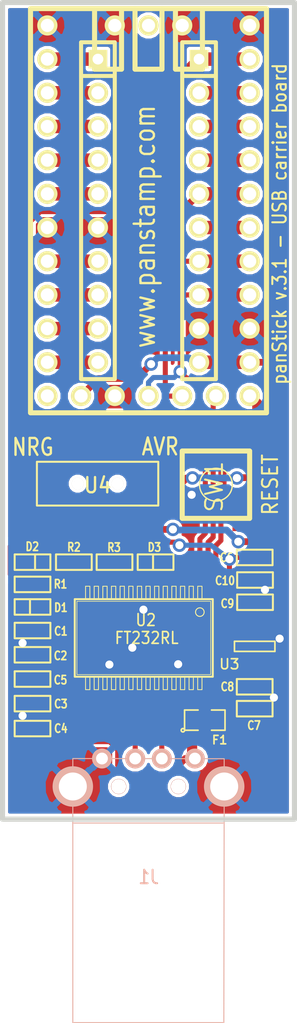
<source format=kicad_pcb>
(kicad_pcb (version 4) (host pcbnew "(2014-jul-16 BZR unknown)-product")

  (general
    (links 84)
    (no_connects 0)
    (area 162.344099 60.378339 185.236152 137.731501)
    (thickness 1.6002)
    (drawings 13)
    (tracks 326)
    (zones 0)
    (modules 25)
    (nets 46)
  )

  (page A4)
  (title_block
    (title panStick)
    (date "3 jul 2013")
    (rev 1.2)
    (company panStamp)
  )

  (layers
    (0 Front signal)
    (31 Back signal)
    (32 B.Adhes user)
    (33 F.Adhes user)
    (34 B.Paste user)
    (35 F.Paste user)
    (36 B.SilkS user)
    (37 F.SilkS user)
    (38 B.Mask user)
    (39 F.Mask user)
    (40 Dwgs.User user)
    (41 Cmts.User user)
    (42 Eco1.User user)
    (43 Eco2.User user)
    (44 Edge.Cuts user)
  )

  (setup
    (last_trace_width 0.254)
    (user_trace_width 0.2032)
    (user_trace_width 0.254)
    (user_trace_width 0.381)
    (user_trace_width 0.508)
    (user_trace_width 0.762)
    (user_trace_width 1.016)
    (user_trace_width 1.778)
    (trace_clearance 0.2032)
    (zone_clearance 0.2286)
    (zone_45_only yes)
    (trace_min 0.2032)
    (segment_width 0.381)
    (edge_width 0.381)
    (via_size 1.016)
    (via_drill 0.6096)
    (via_min_size 1.016)
    (via_min_drill 0.6096)
    (uvia_size 0.508)
    (uvia_drill 0.127)
    (uvias_allowed no)
    (uvia_min_size 0.508)
    (uvia_min_drill 0.127)
    (pcb_text_width 0.3048)
    (pcb_text_size 1.524 2.032)
    (mod_edge_width 0.1524)
    (mod_text_size 1.524 1.524)
    (mod_text_width 0.3048)
    (pad_size 1.524 1.524)
    (pad_drill 0.9906)
    (pad_to_mask_clearance 0)
    (aux_axis_origin 162.52952 122.1486)
    (visible_elements FFFFFFBF)
    (pcbplotparams
      (layerselection 0x00020_00000000)
      (usegerberextensions true)
      (excludeedgelayer true)
      (linewidth 0.150000)
      (plotframeref false)
      (viasonmask false)
      (mode 1)
      (useauxorigin false)
      (hpglpennumber 1)
      (hpglpenspeed 20)
      (hpglpendiameter 15)
      (hpglpenoverlay 2)
      (psnegative false)
      (psa4output false)
      (plotreference true)
      (plotvalue true)
      (plotinvisibletext false)
      (padsonsilk false)
      (subtractmaskfromsilk false)
      (outputformat 1)
      (mirror false)
      (drillshape 0)
      (scaleselection 1)
      (outputdirectory /home/daniel/development/panstamp_git/kicad/panstick/production/))
  )

  (net 0 "")
  (net 1 +3.3V)
  (net 2 /A1)
  (net 3 /A2)
  (net 4 /A3)
  (net 5 /A4)
  (net 6 /D0)
  (net 7 /D1)
  (net 8 /D14)
  (net 9 /D15)
  (net 10 /D16)
  (net 11 /D17)
  (net 12 /D18)
  (net 13 /D2)
  (net 14 /D3)
  (net 15 /D4)
  (net 16 /D5)
  (net 17 /PROG)
  (net 18 /RESET)
  (net 19 /RXD)
  (net 20 /TEST)
  (net 21 /TXD)
  (net 22 /Vbus)
  (net 23 GND)
  (net 24 "Net-(C1-Pad1)")
  (net 25 "Net-(C2-Pad1)")
  (net 26 "Net-(C6-Pad2)")
  (net 27 "Net-(C7-Pad1)")
  (net 28 "Net-(D1-Pad1)")
  (net 29 "Net-(D2-Pad2)")
  (net 30 "Net-(D3-Pad2)")
  (net 31 /LED)
  (net 32 "Net-(R2-Pad1)")
  (net 33 "Net-(R3-Pad1)")
  (net 34 "Net-(SW1-Pad2)")
  (net 35 "Net-(U1-PadANT)")
  (net 36 "Net-(U2-Pad6)")
  (net 37 "Net-(U2-Pad9)")
  (net 38 "Net-(U2-Pad10)")
  (net 39 "Net-(U2-Pad11)")
  (net 40 "Net-(U2-Pad12)")
  (net 41 "Net-(U2-Pad13)")
  (net 42 "Net-(U2-Pad14)")
  (net 43 "Net-(U2-Pad17)")
  (net 44 "Net-(U2-Pad27)")
  (net 45 "Net-(U2-Pad28)")

  (net_class Default "This is the default net class."
    (clearance 0.2032)
    (trace_width 0.254)
    (via_dia 1.016)
    (via_drill 0.6096)
    (uvia_dia 0.508)
    (uvia_drill 0.127)
    (add_net +3.3V)
    (add_net /A1)
    (add_net /A2)
    (add_net /A3)
    (add_net /A4)
    (add_net /D0)
    (add_net /D1)
    (add_net /D14)
    (add_net /D15)
    (add_net /D16)
    (add_net /D17)
    (add_net /D18)
    (add_net /D2)
    (add_net /D3)
    (add_net /D4)
    (add_net /D5)
    (add_net /LED)
    (add_net /PROG)
    (add_net /RESET)
    (add_net /RXD)
    (add_net /TEST)
    (add_net /TXD)
    (add_net /Vbus)
    (add_net GND)
    (add_net "Net-(C1-Pad1)")
    (add_net "Net-(C2-Pad1)")
    (add_net "Net-(C6-Pad2)")
    (add_net "Net-(C7-Pad1)")
    (add_net "Net-(D1-Pad1)")
    (add_net "Net-(D2-Pad2)")
    (add_net "Net-(D3-Pad2)")
    (add_net "Net-(R2-Pad1)")
    (add_net "Net-(R3-Pad1)")
    (add_net "Net-(SW1-Pad2)")
    (add_net "Net-(U1-PadANT)")
    (add_net "Net-(U2-Pad10)")
    (add_net "Net-(U2-Pad11)")
    (add_net "Net-(U2-Pad12)")
    (add_net "Net-(U2-Pad13)")
    (add_net "Net-(U2-Pad14)")
    (add_net "Net-(U2-Pad17)")
    (add_net "Net-(U2-Pad27)")
    (add_net "Net-(U2-Pad28)")
    (add_net "Net-(U2-Pad6)")
    (add_net "Net-(U2-Pad9)")
  )

  (module PANSTAMP_NRG_CMP (layer Front) (tedit 54AFB5A3) (tstamp 4E1F2597)
    (at 173.5328 76.26604)
    (path /5324B294)
    (fp_text reference U1 (at -0.06 -9) (layer F.SilkS) hide
      (effects (font (size 0.889 0.762) (thickness 0.1524)))
    )
    (fp_text value PANSTAMP_NRG (at 0.08 -7.77) (layer F.SilkS) hide
      (effects (font (size 0.889 0.762) (thickness 0.1524)))
    )
    (fp_line (start -2.032 -15.24) (end -2.032 -10.668) (layer F.SilkS) (width 0.381))
    (fp_line (start -2.032 -10.668) (end -4.064 -10.668) (layer F.SilkS) (width 0.381))
    (fp_line (start -4.064 -10.668) (end -4.064 -15.24) (layer F.SilkS) (width 0.381))
    (fp_line (start 2.032 -15.24) (end 2.032 -10.668) (layer F.SilkS) (width 0.381))
    (fp_line (start 2.032 -10.668) (end 4.064 -10.668) (layer F.SilkS) (width 0.381))
    (fp_line (start 4.064 -10.668) (end 4.064 -15.24) (layer F.SilkS) (width 0.381))
    (fp_line (start -1.016 -15.24) (end -1.016 -10.668) (layer F.SilkS) (width 0.381))
    (fp_line (start -1.016 -10.668) (end 1.016 -10.668) (layer F.SilkS) (width 0.381))
    (fp_line (start 1.016 -10.668) (end 1.016 -15.24) (layer F.SilkS) (width 0.381))
    (fp_line (start 8.89 -15.24) (end -8.89 -15.24) (layer F.SilkS) (width 0.381))
    (fp_line (start -8.89 -15.24) (end -8.89 15.24) (layer F.SilkS) (width 0.381))
    (fp_line (start -8.89 15.24) (end 8.89 15.24) (layer F.SilkS) (width 0.381))
    (fp_line (start 8.89 15.24) (end 8.89 -15.24) (layer F.SilkS) (width 0.381))
    (pad 1 thru_hole circle (at -7.62 -13.97) (size 1.524 1.524) (drill 0.9906) (layers *.Cu *.Mask F.SilkS)
      (net 23 GND))
    (pad 2 thru_hole circle (at -7.62 -11.43) (size 1.524 1.524) (drill 0.9906) (layers *.Cu *.Mask F.SilkS)
      (net 10 /D16))
    (pad 3 thru_hole circle (at -7.62 -8.89) (size 1.524 1.524) (drill 0.9906) (layers *.Cu *.Mask F.SilkS)
      (net 11 /D17))
    (pad 4 thru_hole circle (at -7.62 -6.35) (size 1.524 1.524) (drill 0.9906) (layers *.Cu *.Mask F.SilkS)
      (net 12 /D18))
    (pad 5 thru_hole circle (at -7.62 -3.81) (size 1.524 1.524) (drill 0.9906) (layers *.Cu *.Mask F.SilkS)
      (net 9 /D15))
    (pad 6 thru_hole circle (at -7.62 -1.27) (size 1.524 1.524) (drill 0.9906) (layers *.Cu *.Mask F.SilkS)
      (net 8 /D14))
    (pad 7 thru_hole circle (at -7.62 1.27) (size 1.524 1.524) (drill 0.9906) (layers *.Cu *.Mask F.SilkS)
      (net 23 GND))
    (pad 8 thru_hole circle (at -7.62 3.81) (size 1.524 1.524) (drill 0.9906) (layers *.Cu *.Mask F.SilkS)
      (net 5 /A4))
    (pad 9 thru_hole circle (at -7.62 6.35) (size 1.524 1.524) (drill 0.9906) (layers *.Cu *.Mask F.SilkS)
      (net 4 /A3))
    (pad 10 thru_hole circle (at -7.62 8.89) (size 1.524 1.524) (drill 0.9906) (layers *.Cu *.Mask F.SilkS)
      (net 3 /A2))
    (pad 11 thru_hole circle (at -7.62 11.43) (size 1.524 1.524) (drill 0.9906) (layers *.Cu *.Mask F.SilkS)
      (net 2 /A1))
    (pad 12 thru_hole circle (at -7.62 13.97) (size 1.524 1.524) (drill 0.9906) (layers *.Cu *.Mask F.SilkS)
      (net 17 /PROG))
    (pad 13 thru_hole circle (at 7.62 13.97) (size 1.524 1.524) (drill 0.9906) (layers *.Cu *.Mask F.SilkS)
      (net 34 "Net-(SW1-Pad2)"))
    (pad 14 thru_hole circle (at 7.62 11.43) (size 1.524 1.524) (drill 0.9906) (layers *.Cu *.Mask F.SilkS)
      (net 1 +3.3V))
    (pad 15 thru_hole circle (at 7.62 8.89) (size 1.524 1.524) (drill 0.9906) (layers *.Cu *.Mask F.SilkS)
      (net 23 GND))
    (pad 16 thru_hole circle (at 7.62 6.35) (size 1.524 1.524) (drill 0.9906) (layers *.Cu *.Mask F.SilkS)
      (net 19 /RXD))
    (pad 17 thru_hole circle (at 7.62 3.81) (size 1.524 1.524) (drill 0.9906) (layers *.Cu *.Mask F.SilkS)
      (net 21 /TXD))
    (pad 18 thru_hole circle (at 7.62 1.27) (size 1.524 1.524) (drill 0.9906) (layers *.Cu *.Mask F.SilkS)
      (net 16 /D5))
    (pad 19 thru_hole circle (at 7.62 -1.27) (size 1.524 1.524) (drill 0.9906) (layers *.Cu *.Mask F.SilkS)
      (net 15 /D4))
    (pad 20 thru_hole circle (at 7.62 -3.81) (size 1.524 1.524) (drill 0.9906) (layers *.Cu *.Mask F.SilkS)
      (net 14 /D3))
    (pad 21 thru_hole circle (at 7.62 -6.35) (size 1.524 1.524) (drill 0.9906) (layers *.Cu *.Mask F.SilkS)
      (net 13 /D2))
    (pad 22 thru_hole circle (at 7.62 -8.89) (size 1.524 1.524) (drill 0.9906) (layers *.Cu *.Mask F.SilkS)
      (net 7 /D1))
    (pad 23 thru_hole circle (at 7.62 -11.43) (size 1.524 1.524) (drill 0.9906) (layers *.Cu *.Mask F.SilkS)
      (net 6 /D0))
    (pad 24 thru_hole circle (at 7.62 -13.97) (size 1.524 1.524) (drill 0.9906) (layers *.Cu *.Mask F.SilkS)
      (net 23 GND))
    (pad GND thru_hole circle (at -2.54 -13.97) (size 1.524 1.524) (drill 0.9906) (layers *.Cu *.Mask F.SilkS)
      (net 23 GND))
    (pad ANT thru_hole circle (at 0 -13.97) (size 1.524 1.524) (drill 0.9906) (layers *.Cu *.Mask F.SilkS)
      (net 35 "Net-(U1-PadANT)"))
    (pad GND thru_hole circle (at 2.54 -13.97) (size 1.524 1.524) (drill 0.9906) (layers *.Cu *.Mask F.SilkS)
      (net 23 GND))
    (pad 14 thru_hole circle (at -5.08 13.97) (size 1.524 1.524) (drill 0.9906) (layers *.Cu *.Mask F.SilkS)
      (net 1 +3.3V))
    (pad 15 thru_hole circle (at -2.54 13.97) (size 1.524 1.524) (drill 0.9906) (layers *.Cu *.Mask F.SilkS)
      (net 23 GND))
    (pad 16 thru_hole circle (at 0 13.97) (size 1.524 1.524) (drill 0.9906) (layers *.Cu *.Mask F.SilkS)
      (net 19 /RXD))
    (pad 17 thru_hole circle (at 2.54 13.97) (size 1.524 1.524) (drill 0.9906) (layers *.Cu *.Mask F.SilkS)
      (net 21 /TXD))
    (pad 25 thru_hole circle (at 5.08 13.97) (size 1.524 1.524) (drill 0.9906) (layers *.Cu *.Mask F.SilkS)
      (net 20 /TEST))
  )

  (module ftdichip-3-SSOP28DB (layer Front) (tedit 53315258) (tstamp 4E1F2596)
    (at 173.1772 108.4834 180)
    (descr "SMALL SHRINK OUTLINE PACKAGE")
    (tags "SMALL SHRINK OUTLINE PACKAGE")
    (path /4CC05399)
    (attr smd)
    (fp_text reference U2 (at -0.1524 1.3462 180) (layer F.SilkS)
      (effects (font (size 0.889 0.762) (thickness 0.127)))
    )
    (fp_text value FT232RL (at -0.21844 0 180) (layer F.SilkS)
      (effects (font (size 0.889 0.762) (thickness 0.127)))
    )
    (fp_line (start -4.38658 -2.96418) (end -4.06146 -2.96418) (layer F.SilkS) (width 0.06604))
    (fp_line (start -4.06146 -2.96418) (end -4.06146 -3.8989) (layer F.SilkS) (width 0.06604))
    (fp_line (start -4.38658 -3.8989) (end -4.06146 -3.8989) (layer F.SilkS) (width 0.06604))
    (fp_line (start -4.38658 -2.96418) (end -4.38658 -3.8989) (layer F.SilkS) (width 0.06604))
    (fp_line (start -4.38658 3.8989) (end -4.06146 3.8989) (layer F.SilkS) (width 0.06604))
    (fp_line (start -4.06146 3.8989) (end -4.06146 2.96418) (layer F.SilkS) (width 0.06604))
    (fp_line (start -4.38658 2.96418) (end -4.06146 2.96418) (layer F.SilkS) (width 0.06604))
    (fp_line (start -4.38658 3.8989) (end -4.38658 2.96418) (layer F.SilkS) (width 0.06604))
    (fp_line (start -3.73634 3.8989) (end -3.41122 3.8989) (layer F.SilkS) (width 0.06604))
    (fp_line (start -3.41122 3.8989) (end -3.41122 2.96418) (layer F.SilkS) (width 0.06604))
    (fp_line (start -3.73634 2.96418) (end -3.41122 2.96418) (layer F.SilkS) (width 0.06604))
    (fp_line (start -3.73634 3.8989) (end -3.73634 2.96418) (layer F.SilkS) (width 0.06604))
    (fp_line (start -3.0861 3.8989) (end -2.76098 3.8989) (layer F.SilkS) (width 0.06604))
    (fp_line (start -2.76098 3.8989) (end -2.76098 2.96418) (layer F.SilkS) (width 0.06604))
    (fp_line (start -3.0861 2.96418) (end -2.76098 2.96418) (layer F.SilkS) (width 0.06604))
    (fp_line (start -3.0861 3.8989) (end -3.0861 2.96418) (layer F.SilkS) (width 0.06604))
    (fp_line (start -3.73634 -2.96418) (end -3.41122 -2.96418) (layer F.SilkS) (width 0.06604))
    (fp_line (start -3.41122 -2.96418) (end -3.41122 -3.8989) (layer F.SilkS) (width 0.06604))
    (fp_line (start -3.73634 -3.8989) (end -3.41122 -3.8989) (layer F.SilkS) (width 0.06604))
    (fp_line (start -3.73634 -2.96418) (end -3.73634 -3.8989) (layer F.SilkS) (width 0.06604))
    (fp_line (start -3.0861 -2.96418) (end -2.76098 -2.96418) (layer F.SilkS) (width 0.06604))
    (fp_line (start -2.76098 -2.96418) (end -2.76098 -3.8989) (layer F.SilkS) (width 0.06604))
    (fp_line (start -3.0861 -3.8989) (end -2.76098 -3.8989) (layer F.SilkS) (width 0.06604))
    (fp_line (start -3.0861 -2.96418) (end -3.0861 -3.8989) (layer F.SilkS) (width 0.06604))
    (fp_line (start -2.43586 -2.96418) (end -2.11074 -2.96418) (layer F.SilkS) (width 0.06604))
    (fp_line (start -2.11074 -2.96418) (end -2.11074 -3.8989) (layer F.SilkS) (width 0.06604))
    (fp_line (start -2.43586 -3.8989) (end -2.11074 -3.8989) (layer F.SilkS) (width 0.06604))
    (fp_line (start -2.43586 -2.96418) (end -2.43586 -3.8989) (layer F.SilkS) (width 0.06604))
    (fp_line (start -1.78562 -2.96418) (end -1.4605 -2.96418) (layer F.SilkS) (width 0.06604))
    (fp_line (start -1.4605 -2.96418) (end -1.4605 -3.8989) (layer F.SilkS) (width 0.06604))
    (fp_line (start -1.78562 -3.8989) (end -1.4605 -3.8989) (layer F.SilkS) (width 0.06604))
    (fp_line (start -1.78562 -2.96418) (end -1.78562 -3.8989) (layer F.SilkS) (width 0.06604))
    (fp_line (start -1.13538 -2.96418) (end -0.81026 -2.96418) (layer F.SilkS) (width 0.06604))
    (fp_line (start -0.81026 -2.96418) (end -0.81026 -3.8989) (layer F.SilkS) (width 0.06604))
    (fp_line (start -1.13538 -3.8989) (end -0.81026 -3.8989) (layer F.SilkS) (width 0.06604))
    (fp_line (start -1.13538 -2.96418) (end -1.13538 -3.8989) (layer F.SilkS) (width 0.06604))
    (fp_line (start -0.48514 -2.96418) (end -0.16002 -2.96418) (layer F.SilkS) (width 0.06604))
    (fp_line (start -0.16002 -2.96418) (end -0.16002 -3.8989) (layer F.SilkS) (width 0.06604))
    (fp_line (start -0.48514 -3.8989) (end -0.16002 -3.8989) (layer F.SilkS) (width 0.06604))
    (fp_line (start -0.48514 -2.96418) (end -0.48514 -3.8989) (layer F.SilkS) (width 0.06604))
    (fp_line (start 0.16002 -2.96418) (end 0.48514 -2.96418) (layer F.SilkS) (width 0.06604))
    (fp_line (start 0.48514 -2.96418) (end 0.48514 -3.8989) (layer F.SilkS) (width 0.06604))
    (fp_line (start 0.16002 -3.8989) (end 0.48514 -3.8989) (layer F.SilkS) (width 0.06604))
    (fp_line (start 0.16002 -2.96418) (end 0.16002 -3.8989) (layer F.SilkS) (width 0.06604))
    (fp_line (start 0.81026 -2.96418) (end 1.13538 -2.96418) (layer F.SilkS) (width 0.06604))
    (fp_line (start 1.13538 -2.96418) (end 1.13538 -3.8989) (layer F.SilkS) (width 0.06604))
    (fp_line (start 0.81026 -3.8989) (end 1.13538 -3.8989) (layer F.SilkS) (width 0.06604))
    (fp_line (start 0.81026 -2.96418) (end 0.81026 -3.8989) (layer F.SilkS) (width 0.06604))
    (fp_line (start 1.4605 -2.96418) (end 1.78562 -2.96418) (layer F.SilkS) (width 0.06604))
    (fp_line (start 1.78562 -2.96418) (end 1.78562 -3.8989) (layer F.SilkS) (width 0.06604))
    (fp_line (start 1.4605 -3.8989) (end 1.78562 -3.8989) (layer F.SilkS) (width 0.06604))
    (fp_line (start 1.4605 -2.96418) (end 1.4605 -3.8989) (layer F.SilkS) (width 0.06604))
    (fp_line (start 2.11074 -2.96418) (end 2.43586 -2.96418) (layer F.SilkS) (width 0.06604))
    (fp_line (start 2.43586 -2.96418) (end 2.43586 -3.8989) (layer F.SilkS) (width 0.06604))
    (fp_line (start 2.11074 -3.8989) (end 2.43586 -3.8989) (layer F.SilkS) (width 0.06604))
    (fp_line (start 2.11074 -2.96418) (end 2.11074 -3.8989) (layer F.SilkS) (width 0.06604))
    (fp_line (start 2.76098 -2.96418) (end 3.0861 -2.96418) (layer F.SilkS) (width 0.06604))
    (fp_line (start 3.0861 -2.96418) (end 3.0861 -3.8989) (layer F.SilkS) (width 0.06604))
    (fp_line (start 2.76098 -3.8989) (end 3.0861 -3.8989) (layer F.SilkS) (width 0.06604))
    (fp_line (start 2.76098 -2.96418) (end 2.76098 -3.8989) (layer F.SilkS) (width 0.06604))
    (fp_line (start 3.41122 -2.96418) (end 3.73634 -2.96418) (layer F.SilkS) (width 0.06604))
    (fp_line (start 3.73634 -2.96418) (end 3.73634 -3.8989) (layer F.SilkS) (width 0.06604))
    (fp_line (start 3.41122 -3.8989) (end 3.73634 -3.8989) (layer F.SilkS) (width 0.06604))
    (fp_line (start 3.41122 -2.96418) (end 3.41122 -3.8989) (layer F.SilkS) (width 0.06604))
    (fp_line (start 4.06146 -2.96418) (end 4.38658 -2.96418) (layer F.SilkS) (width 0.06604))
    (fp_line (start 4.38658 -2.96418) (end 4.38658 -3.8989) (layer F.SilkS) (width 0.06604))
    (fp_line (start 4.06146 -3.8989) (end 4.38658 -3.8989) (layer F.SilkS) (width 0.06604))
    (fp_line (start 4.06146 -2.96418) (end 4.06146 -3.8989) (layer F.SilkS) (width 0.06604))
    (fp_line (start -2.43586 3.8989) (end -2.11074 3.8989) (layer F.SilkS) (width 0.06604))
    (fp_line (start -2.11074 3.8989) (end -2.11074 2.96418) (layer F.SilkS) (width 0.06604))
    (fp_line (start -2.43586 2.96418) (end -2.11074 2.96418) (layer F.SilkS) (width 0.06604))
    (fp_line (start -2.43586 3.8989) (end -2.43586 2.96418) (layer F.SilkS) (width 0.06604))
    (fp_line (start -1.78562 3.8989) (end -1.4605 3.8989) (layer F.SilkS) (width 0.06604))
    (fp_line (start -1.4605 3.8989) (end -1.4605 2.96418) (layer F.SilkS) (width 0.06604))
    (fp_line (start -1.78562 2.96418) (end -1.4605 2.96418) (layer F.SilkS) (width 0.06604))
    (fp_line (start -1.78562 3.8989) (end -1.78562 2.96418) (layer F.SilkS) (width 0.06604))
    (fp_line (start -1.13538 3.8989) (end -0.81026 3.8989) (layer F.SilkS) (width 0.06604))
    (fp_line (start -0.81026 3.8989) (end -0.81026 2.96418) (layer F.SilkS) (width 0.06604))
    (fp_line (start -1.13538 2.96418) (end -0.81026 2.96418) (layer F.SilkS) (width 0.06604))
    (fp_line (start -1.13538 3.8989) (end -1.13538 2.96418) (layer F.SilkS) (width 0.06604))
    (fp_line (start -0.48514 3.8989) (end -0.16002 3.8989) (layer F.SilkS) (width 0.06604))
    (fp_line (start -0.16002 3.8989) (end -0.16002 2.96418) (layer F.SilkS) (width 0.06604))
    (fp_line (start -0.48514 2.96418) (end -0.16002 2.96418) (layer F.SilkS) (width 0.06604))
    (fp_line (start -0.48514 3.8989) (end -0.48514 2.96418) (layer F.SilkS) (width 0.06604))
    (fp_line (start 0.16002 3.8989) (end 0.48514 3.8989) (layer F.SilkS) (width 0.06604))
    (fp_line (start 0.48514 3.8989) (end 0.48514 2.96418) (layer F.SilkS) (width 0.06604))
    (fp_line (start 0.16002 2.96418) (end 0.48514 2.96418) (layer F.SilkS) (width 0.06604))
    (fp_line (start 0.16002 3.8989) (end 0.16002 2.96418) (layer F.SilkS) (width 0.06604))
    (fp_line (start 0.81026 3.8989) (end 1.13538 3.8989) (layer F.SilkS) (width 0.06604))
    (fp_line (start 1.13538 3.8989) (end 1.13538 2.96418) (layer F.SilkS) (width 0.06604))
    (fp_line (start 0.81026 2.96418) (end 1.13538 2.96418) (layer F.SilkS) (width 0.06604))
    (fp_line (start 0.81026 3.8989) (end 0.81026 2.96418) (layer F.SilkS) (width 0.06604))
    (fp_line (start 1.4605 3.8989) (end 1.78562 3.8989) (layer F.SilkS) (width 0.06604))
    (fp_line (start 1.78562 3.8989) (end 1.78562 2.96418) (layer F.SilkS) (width 0.06604))
    (fp_line (start 1.4605 2.96418) (end 1.78562 2.96418) (layer F.SilkS) (width 0.06604))
    (fp_line (start 1.4605 3.8989) (end 1.4605 2.96418) (layer F.SilkS) (width 0.06604))
    (fp_line (start 2.11074 3.8989) (end 2.43586 3.8989) (layer F.SilkS) (width 0.06604))
    (fp_line (start 2.43586 3.8989) (end 2.43586 2.96418) (layer F.SilkS) (width 0.06604))
    (fp_line (start 2.11074 2.96418) (end 2.43586 2.96418) (layer F.SilkS) (width 0.06604))
    (fp_line (start 2.11074 3.8989) (end 2.11074 2.96418) (layer F.SilkS) (width 0.06604))
    (fp_line (start 2.76098 3.8989) (end 3.0861 3.8989) (layer F.SilkS) (width 0.06604))
    (fp_line (start 3.0861 3.8989) (end 3.0861 2.96418) (layer F.SilkS) (width 0.06604))
    (fp_line (start 2.76098 2.96418) (end 3.0861 2.96418) (layer F.SilkS) (width 0.06604))
    (fp_line (start 2.76098 3.8989) (end 2.76098 2.96418) (layer F.SilkS) (width 0.06604))
    (fp_line (start 3.41122 3.8989) (end 3.73634 3.8989) (layer F.SilkS) (width 0.06604))
    (fp_line (start 3.73634 3.8989) (end 3.73634 2.96418) (layer F.SilkS) (width 0.06604))
    (fp_line (start 3.41122 2.96418) (end 3.73634 2.96418) (layer F.SilkS) (width 0.06604))
    (fp_line (start 3.41122 3.8989) (end 3.41122 2.96418) (layer F.SilkS) (width 0.06604))
    (fp_line (start 4.06146 3.8989) (end 4.38658 3.8989) (layer F.SilkS) (width 0.06604))
    (fp_line (start 4.38658 3.8989) (end 4.38658 2.96418) (layer F.SilkS) (width 0.06604))
    (fp_line (start 4.06146 2.96418) (end 4.38658 2.96418) (layer F.SilkS) (width 0.06604))
    (fp_line (start 4.06146 3.8989) (end 4.06146 2.96418) (layer F.SilkS) (width 0.06604))
    (fp_line (start -5.19938 -2.92354) (end 5.19938 -2.92354) (layer F.SilkS) (width 0.1524))
    (fp_line (start 5.19938 -2.92354) (end 5.19938 2.92354) (layer F.SilkS) (width 0.1524))
    (fp_line (start 5.19938 2.92354) (end -5.19938 2.92354) (layer F.SilkS) (width 0.1524))
    (fp_line (start -5.19938 2.92354) (end -5.19938 -2.92354) (layer F.SilkS) (width 0.1524))
    (fp_line (start -5.03682 -2.76098) (end 5.03682 -2.76098) (layer F.SilkS) (width 0.0508))
    (fp_line (start 5.03682 -2.76098) (end 5.03682 2.76098) (layer F.SilkS) (width 0.0508))
    (fp_line (start 5.03682 2.76098) (end -5.03682 2.76098) (layer F.SilkS) (width 0.0508))
    (fp_line (start -5.03682 2.76098) (end -5.03682 -2.76098) (layer F.SilkS) (width 0.0508))
    (fp_circle (center -4.22402 1.94818) (end -4.45262 2.17678) (layer F.SilkS) (width 0.0762))
    (pad 1 smd rect (at -4.22402 3.65506 180) (size 0.34798 1.397) (layers Front F.Paste F.Mask)
      (net 19 /RXD) (solder_paste_margin_ratio -0.05))
    (pad 2 smd rect (at -3.57378 3.65506 180) (size 0.34798 1.397) (layers Front F.Paste F.Mask)
      (net 18 /RESET) (solder_paste_margin_ratio -0.05))
    (pad 3 smd rect (at -2.92354 3.65506 180) (size 0.34798 1.397) (layers Front F.Paste F.Mask)
      (net 20 /TEST) (solder_paste_margin_ratio -0.05))
    (pad 4 smd rect (at -2.2733 3.65506 180) (size 0.34798 1.397) (layers Front F.Paste F.Mask)
      (net 1 +3.3V) (solder_paste_margin_ratio -0.05))
    (pad 5 smd rect (at -1.62306 3.65506 180) (size 0.34798 1.397) (layers Front F.Paste F.Mask)
      (net 21 /TXD) (solder_paste_margin_ratio -0.05))
    (pad 6 smd rect (at -0.97282 3.65506 180) (size 0.34798 1.397) (layers Front F.Paste F.Mask)
      (net 36 "Net-(U2-Pad6)") (solder_paste_margin_ratio -0.05))
    (pad 7 smd rect (at -0.32258 3.65506 180) (size 0.34798 1.397) (layers Front F.Paste F.Mask)
      (net 23 GND) (solder_paste_margin_ratio -0.05))
    (pad 8 smd rect (at 0.32258 3.65506 180) (size 0.34798 1.397) (layers Front F.Paste F.Mask)
      (solder_paste_margin_ratio -0.05))
    (pad 9 smd rect (at 0.97282 3.65506 180) (size 0.34798 1.397) (layers Front F.Paste F.Mask)
      (net 37 "Net-(U2-Pad9)") (solder_paste_margin_ratio -0.05))
    (pad 10 smd rect (at 1.62306 3.65506 180) (size 0.34798 1.397) (layers Front F.Paste F.Mask)
      (net 38 "Net-(U2-Pad10)") (solder_paste_margin_ratio -0.05))
    (pad 11 smd rect (at 2.2733 3.65506 180) (size 0.34798 1.397) (layers Front F.Paste F.Mask)
      (net 39 "Net-(U2-Pad11)") (solder_paste_margin_ratio -0.05))
    (pad 12 smd rect (at 2.92354 3.65506 180) (size 0.34798 1.397) (layers Front F.Paste F.Mask)
      (net 40 "Net-(U2-Pad12)") (solder_paste_margin_ratio -0.05))
    (pad 13 smd rect (at 3.57378 3.65506 180) (size 0.34798 1.397) (layers Front F.Paste F.Mask)
      (net 41 "Net-(U2-Pad13)") (solder_paste_margin_ratio -0.05))
    (pad 14 smd rect (at 4.22402 3.65506 180) (size 0.34798 1.397) (layers Front F.Paste F.Mask)
      (net 42 "Net-(U2-Pad14)") (solder_paste_margin_ratio -0.05))
    (pad 15 smd rect (at 4.22402 -3.65506 180) (size 0.34798 1.397) (layers Front F.Paste F.Mask)
      (net 25 "Net-(C2-Pad1)") (solder_paste_margin_ratio -0.05))
    (pad 16 smd rect (at 3.57378 -3.65506 180) (size 0.34798 1.397) (layers Front F.Paste F.Mask)
      (net 24 "Net-(C1-Pad1)") (solder_paste_margin_ratio -0.05))
    (pad 17 smd rect (at 2.92354 -3.65506 180) (size 0.34798 1.397) (layers Front F.Paste F.Mask)
      (net 43 "Net-(U2-Pad17)") (solder_paste_margin_ratio -0.05))
    (pad 18 smd rect (at 2.2733 -3.65506 180) (size 0.34798 1.397) (layers Front F.Paste F.Mask)
      (net 23 GND) (solder_paste_margin_ratio -0.05))
    (pad 19 smd rect (at 1.62306 -3.65506 180) (size 0.34798 1.397) (layers Front F.Paste F.Mask)
      (net 22 /Vbus) (solder_paste_margin_ratio -0.05))
    (pad 20 smd rect (at 0.97282 -3.65506 180) (size 0.34798 1.397) (layers Front F.Paste F.Mask)
      (net 22 /Vbus) (solder_paste_margin_ratio -0.05))
    (pad 21 smd rect (at 0.32258 -3.65506 180) (size 0.34798 1.397) (layers Front F.Paste F.Mask)
      (net 23 GND) (solder_paste_margin_ratio -0.05))
    (pad 22 smd rect (at -0.32258 -3.65506 180) (size 0.34798 1.397) (layers Front F.Paste F.Mask)
      (net 32 "Net-(R2-Pad1)") (solder_paste_margin_ratio -0.05))
    (pad 23 smd rect (at -0.97282 -3.65506 180) (size 0.34798 1.397) (layers Front F.Paste F.Mask)
      (net 33 "Net-(R3-Pad1)") (solder_paste_margin_ratio -0.05))
    (pad 24 smd rect (at -1.62306 -3.65506 180) (size 0.34798 1.397) (layers Front F.Paste F.Mask)
      (solder_paste_margin_ratio -0.05))
    (pad 25 smd rect (at -2.2733 -3.65506 180) (size 0.34798 1.397) (layers Front F.Paste F.Mask)
      (net 23 GND) (solder_paste_margin_ratio -0.05))
    (pad 26 smd rect (at -2.92354 -3.65506 180) (size 0.34798 1.397) (layers Front F.Paste F.Mask)
      (net 23 GND) (solder_paste_margin_ratio -0.05))
    (pad 27 smd rect (at -3.57378 -3.65506 180) (size 0.34798 1.397) (layers Front F.Paste F.Mask)
      (net 44 "Net-(U2-Pad27)") (solder_paste_margin_ratio -0.05))
    (pad 28 smd rect (at -4.22402 -3.65506 180) (size 0.34798 1.397) (layers Front F.Paste F.Mask)
      (net 45 "Net-(U2-Pad28)") (solder_paste_margin_ratio -0.05))
  )

  (module SM0603S (layer Front) (tedit 53297AE4) (tstamp 4FF2A8BA)
    (at 170.97248 102.7684)
    (path /4CC0580F)
    (attr smd)
    (fp_text reference R3 (at -0.03556 -1.10744 180) (layer F.SilkS)
      (effects (font (size 0.635 0.508) (thickness 0.127)))
    )
    (fp_text value 1k (at 0.0762 -0.0254) (layer F.SilkS) hide
      (effects (font (size 0.635 0.508) (thickness 0.127)))
    )
    (fp_line (start 0.1524 -0.5842) (end -1.3462 -0.5842) (layer F.SilkS) (width 0.1524))
    (fp_line (start -1.3462 -0.5842) (end -1.3462 0.5842) (layer F.SilkS) (width 0.1524))
    (fp_line (start -1.3462 0.5842) (end 0.1524 0.5842) (layer F.SilkS) (width 0.1524))
    (fp_line (start 0.1524 -0.5842) (end 1.3462 -0.5842) (layer F.SilkS) (width 0.1524))
    (fp_line (start 1.3462 -0.5842) (end 1.3462 0.5842) (layer F.SilkS) (width 0.1524))
    (fp_line (start 1.3462 0.5842) (end 0.1524 0.5842) (layer F.SilkS) (width 0.1524))
    (pad 2 smd rect (at 0.7493 0) (size 0.7874 0.762) (layers Front F.Paste F.Mask)
      (net 30 "Net-(D3-Pad2)"))
    (pad 1 smd rect (at -0.7493 0) (size 0.7874 0.762) (layers Front F.Paste F.Mask)
      (net 33 "Net-(R3-Pad1)"))
    (model smd/chip_cms.wrl
      (at (xyz 0 0 0))
      (scale (xyz 0.17 0.16 0.16))
      (rotate (xyz 0 0 0))
    )
  )

  (module SM0603S (layer Front) (tedit 53297A4B) (tstamp 4E1F259A)
    (at 167.90924 102.7684 180)
    (path /4CC057A4)
    (attr smd)
    (fp_text reference R2 (at -0.00508 1.12776 180) (layer F.SilkS)
      (effects (font (size 0.635 0.508) (thickness 0.127)))
    )
    (fp_text value 1k (at 0.0762 -0.0254 180) (layer F.SilkS) hide
      (effects (font (size 0.635 0.508) (thickness 0.127)))
    )
    (fp_line (start 0.1524 -0.5842) (end -1.3462 -0.5842) (layer F.SilkS) (width 0.1524))
    (fp_line (start -1.3462 -0.5842) (end -1.3462 0.5842) (layer F.SilkS) (width 0.1524))
    (fp_line (start -1.3462 0.5842) (end 0.1524 0.5842) (layer F.SilkS) (width 0.1524))
    (fp_line (start 0.1524 -0.5842) (end 1.3462 -0.5842) (layer F.SilkS) (width 0.1524))
    (fp_line (start 1.3462 -0.5842) (end 1.3462 0.5842) (layer F.SilkS) (width 0.1524))
    (fp_line (start 1.3462 0.5842) (end 0.1524 0.5842) (layer F.SilkS) (width 0.1524))
    (pad 2 smd rect (at 0.7493 0 180) (size 0.7874 0.762) (layers Front F.Paste F.Mask)
      (net 29 "Net-(D2-Pad2)"))
    (pad 1 smd rect (at -0.7493 0 180) (size 0.7874 0.762) (layers Front F.Paste F.Mask)
      (net 32 "Net-(R2-Pad1)"))
    (model smd/chip_cms.wrl
      (at (xyz 0 0 0))
      (scale (xyz 0.17 0.16 0.16))
      (rotate (xyz 0 0 0))
    )
  )

  (module SM0603S (layer Front) (tedit 5324EBC4) (tstamp 4E1F259C)
    (at 164.7952 104.4448 180)
    (path /532507A1)
    (attr smd)
    (fp_text reference R1 (at -2.1082 0.02032 180) (layer F.SilkS)
      (effects (font (size 0.635 0.508) (thickness 0.127)))
    )
    (fp_text value 1k (at 0.0762 -0.0254 180) (layer F.SilkS) hide
      (effects (font (size 0.635 0.508) (thickness 0.127)))
    )
    (fp_line (start 0.1524 -0.5842) (end -1.3462 -0.5842) (layer F.SilkS) (width 0.1524))
    (fp_line (start -1.3462 -0.5842) (end -1.3462 0.5842) (layer F.SilkS) (width 0.1524))
    (fp_line (start -1.3462 0.5842) (end 0.1524 0.5842) (layer F.SilkS) (width 0.1524))
    (fp_line (start 0.1524 -0.5842) (end 1.3462 -0.5842) (layer F.SilkS) (width 0.1524))
    (fp_line (start 1.3462 -0.5842) (end 1.3462 0.5842) (layer F.SilkS) (width 0.1524))
    (fp_line (start 1.3462 0.5842) (end 0.1524 0.5842) (layer F.SilkS) (width 0.1524))
    (pad 2 smd rect (at 0.7493 0 180) (size 0.7874 0.762) (layers Front F.Paste F.Mask)
      (net 31 /LED))
    (pad 1 smd rect (at -0.7493 0 180) (size 0.7874 0.762) (layers Front F.Paste F.Mask)
      (net 28 "Net-(D1-Pad1)"))
    (model smd/chip_cms.wrl
      (at (xyz 0 0 0))
      (scale (xyz 0.17 0.16 0.16))
      (rotate (xyz 0 0 0))
    )
  )

  (module SM0603S (layer Front) (tedit 4FF17707) (tstamp 4E1F25A6)
    (at 164.7952 111.5822 180)
    (path /4CC05BEC)
    (attr smd)
    (fp_text reference C5 (at -2.1082 -0.0762 180) (layer F.SilkS)
      (effects (font (size 0.635 0.508) (thickness 0.127)))
    )
    (fp_text value 100n (at 0.0762 -0.0254 180) (layer F.SilkS) hide
      (effects (font (size 0.635 0.508) (thickness 0.127)))
    )
    (fp_line (start 0.1524 -0.5842) (end -1.3462 -0.5842) (layer F.SilkS) (width 0.1524))
    (fp_line (start -1.3462 -0.5842) (end -1.3462 0.5842) (layer F.SilkS) (width 0.1524))
    (fp_line (start -1.3462 0.5842) (end 0.1524 0.5842) (layer F.SilkS) (width 0.1524))
    (fp_line (start 0.1524 -0.5842) (end 1.3462 -0.5842) (layer F.SilkS) (width 0.1524))
    (fp_line (start 1.3462 -0.5842) (end 1.3462 0.5842) (layer F.SilkS) (width 0.1524))
    (fp_line (start 1.3462 0.5842) (end 0.1524 0.5842) (layer F.SilkS) (width 0.1524))
    (pad 2 smd rect (at 0.7493 0 180) (size 0.7874 0.762) (layers Front F.Paste F.Mask)
      (net 23 GND))
    (pad 1 smd rect (at -0.7493 0 180) (size 0.7874 0.762) (layers Front F.Paste F.Mask)
      (net 22 /Vbus))
    (model smd/chip_cms.wrl
      (at (xyz 0 0 0))
      (scale (xyz 0.17 0.16 0.16))
      (rotate (xyz 0 0 0))
    )
  )

  (module SM0603S (layer Front) (tedit 4FF177AB) (tstamp 4E1F25A8)
    (at 164.7952 115.316 180)
    (path /4CC05BEB)
    (attr smd)
    (fp_text reference C4 (at -2.1336 0 180) (layer F.SilkS)
      (effects (font (size 0.635 0.508) (thickness 0.127)))
    )
    (fp_text value 1u (at 0.0762 -0.0254 180) (layer F.SilkS) hide
      (effects (font (size 0.635 0.508) (thickness 0.127)))
    )
    (fp_line (start 0.1524 -0.5842) (end -1.3462 -0.5842) (layer F.SilkS) (width 0.1524))
    (fp_line (start -1.3462 -0.5842) (end -1.3462 0.5842) (layer F.SilkS) (width 0.1524))
    (fp_line (start -1.3462 0.5842) (end 0.1524 0.5842) (layer F.SilkS) (width 0.1524))
    (fp_line (start 0.1524 -0.5842) (end 1.3462 -0.5842) (layer F.SilkS) (width 0.1524))
    (fp_line (start 1.3462 -0.5842) (end 1.3462 0.5842) (layer F.SilkS) (width 0.1524))
    (fp_line (start 1.3462 0.5842) (end 0.1524 0.5842) (layer F.SilkS) (width 0.1524))
    (pad 2 smd rect (at 0.7493 0 180) (size 0.7874 0.762) (layers Front F.Paste F.Mask)
      (net 23 GND))
    (pad 1 smd rect (at -0.7493 0 180) (size 0.7874 0.762) (layers Front F.Paste F.Mask)
      (net 22 /Vbus))
    (model smd/chip_cms.wrl
      (at (xyz 0 0 0))
      (scale (xyz 0.17 0.16 0.16))
      (rotate (xyz 0 0 0))
    )
  )

  (module SM0603S (layer Front) (tedit 4FF17780) (tstamp 4E1F25AA)
    (at 164.7952 113.4364 180)
    (path /4CC05BEA)
    (attr smd)
    (fp_text reference C3 (at -2.1336 -0.0254 180) (layer F.SilkS)
      (effects (font (size 0.635 0.508) (thickness 0.127)))
    )
    (fp_text value 4.7u (at 0.0762 -0.0254 180) (layer F.SilkS) hide
      (effects (font (size 0.635 0.508) (thickness 0.127)))
    )
    (fp_line (start 0.1524 -0.5842) (end -1.3462 -0.5842) (layer F.SilkS) (width 0.1524))
    (fp_line (start -1.3462 -0.5842) (end -1.3462 0.5842) (layer F.SilkS) (width 0.1524))
    (fp_line (start -1.3462 0.5842) (end 0.1524 0.5842) (layer F.SilkS) (width 0.1524))
    (fp_line (start 0.1524 -0.5842) (end 1.3462 -0.5842) (layer F.SilkS) (width 0.1524))
    (fp_line (start 1.3462 -0.5842) (end 1.3462 0.5842) (layer F.SilkS) (width 0.1524))
    (fp_line (start 1.3462 0.5842) (end 0.1524 0.5842) (layer F.SilkS) (width 0.1524))
    (pad 2 smd rect (at 0.7493 0 180) (size 0.7874 0.762) (layers Front F.Paste F.Mask)
      (net 23 GND))
    (pad 1 smd rect (at -0.7493 0 180) (size 0.7874 0.762) (layers Front F.Paste F.Mask)
      (net 22 /Vbus))
    (model smd/chip_cms.wrl
      (at (xyz 0 0 0))
      (scale (xyz 0.17 0.16 0.16))
      (rotate (xyz 0 0 0))
    )
  )

  (module SM0603S (layer Front) (tedit 4FF175FD) (tstamp 4E1F25AC)
    (at 164.7952 109.7534 180)
    (path /4CCA7963)
    (attr smd)
    (fp_text reference C2 (at -2.1082 -0.0762 180) (layer F.SilkS)
      (effects (font (size 0.635 0.508) (thickness 0.127)))
    )
    (fp_text value 15p (at 0.0762 -0.0254 180) (layer F.SilkS) hide
      (effects (font (size 0.635 0.508) (thickness 0.127)))
    )
    (fp_line (start 0.1524 -0.5842) (end -1.3462 -0.5842) (layer F.SilkS) (width 0.1524))
    (fp_line (start -1.3462 -0.5842) (end -1.3462 0.5842) (layer F.SilkS) (width 0.1524))
    (fp_line (start -1.3462 0.5842) (end 0.1524 0.5842) (layer F.SilkS) (width 0.1524))
    (fp_line (start 0.1524 -0.5842) (end 1.3462 -0.5842) (layer F.SilkS) (width 0.1524))
    (fp_line (start 1.3462 -0.5842) (end 1.3462 0.5842) (layer F.SilkS) (width 0.1524))
    (fp_line (start 1.3462 0.5842) (end 0.1524 0.5842) (layer F.SilkS) (width 0.1524))
    (pad 2 smd rect (at 0.7493 0 180) (size 0.7874 0.762) (layers Front F.Paste F.Mask)
      (net 23 GND))
    (pad 1 smd rect (at -0.7493 0 180) (size 0.7874 0.762) (layers Front F.Paste F.Mask)
      (net 25 "Net-(C2-Pad1)"))
    (model smd/chip_cms.wrl
      (at (xyz 0 0 0))
      (scale (xyz 0.17 0.16 0.16))
      (rotate (xyz 0 0 0))
    )
  )

  (module SM0603S (layer Front) (tedit 4FF175C2) (tstamp 4E1F25AE)
    (at 164.7952 107.9246 180)
    (path /4CCA7974)
    (attr smd)
    (fp_text reference C1 (at -2.1336 -0.0508 180) (layer F.SilkS)
      (effects (font (size 0.635 0.508) (thickness 0.127)))
    )
    (fp_text value 15p (at 0.0762 -0.0254 180) (layer F.SilkS) hide
      (effects (font (size 0.635 0.508) (thickness 0.127)))
    )
    (fp_line (start 0.1524 -0.5842) (end -1.3462 -0.5842) (layer F.SilkS) (width 0.1524))
    (fp_line (start -1.3462 -0.5842) (end -1.3462 0.5842) (layer F.SilkS) (width 0.1524))
    (fp_line (start -1.3462 0.5842) (end 0.1524 0.5842) (layer F.SilkS) (width 0.1524))
    (fp_line (start 0.1524 -0.5842) (end 1.3462 -0.5842) (layer F.SilkS) (width 0.1524))
    (fp_line (start 1.3462 -0.5842) (end 1.3462 0.5842) (layer F.SilkS) (width 0.1524))
    (fp_line (start 1.3462 0.5842) (end 0.1524 0.5842) (layer F.SilkS) (width 0.1524))
    (pad 2 smd rect (at 0.7493 0 180) (size 0.7874 0.762) (layers Front F.Paste F.Mask)
      (net 23 GND))
    (pad 1 smd rect (at -0.7493 0 180) (size 0.7874 0.762) (layers Front F.Paste F.Mask)
      (net 24 "Net-(C1-Pad1)"))
    (model smd/chip_cms.wrl
      (at (xyz 0 0 0))
      (scale (xyz 0.17 0.16 0.16))
      (rotate (xyz 0 0 0))
    )
  )

  (module CONN_USB_A_MALE (layer Back) (tedit 4BE960F5) (tstamp 4E1F286C)
    (at 173.5328 117.5766 180)
    (path /4CC05947)
    (fp_text reference J1 (at -0.0127 -8.9408 180) (layer B.SilkS)
      (effects (font (size 1.016 0.889) (thickness 0.1524)) (justify mirror))
    )
    (fp_text value USB_2 (at 0.0635 -7.0612 180) (layer B.SilkS) hide
      (effects (font (size 0.889 0.762) (thickness 0.1524)) (justify mirror))
    )
    (fp_line (start -5.7023 -2.1082) (end -5.7023 -0.0127) (layer B.SilkS) (width 0.0762))
    (fp_line (start -5.7023 -0.0127) (end 5.7023 0) (layer B.SilkS) (width 0.0762))
    (fp_line (start 5.7023 0) (end 5.7023 -2.1082) (layer B.SilkS) (width 0.0762))
    (fp_line (start 5.7023 -2.1082) (end 5.7023 -19.9136) (layer B.SilkS) (width 0.0762))
    (fp_line (start 5.7023 -19.9136) (end -5.6769 -19.9136) (layer B.SilkS) (width 0.0762))
    (fp_line (start -5.6769 -19.9136) (end -5.7023 -2.1082) (layer B.SilkS) (width 0.0762))
    (fp_line (start -5.6896 -4.8641) (end 5.715 -4.8641) (layer B.SilkS) (width 0.0762))
    (pad 3 thru_hole circle (at 1.0033 0 180) (size 1.50114 1.50114) (drill 0.889) (layers *.Cu *.Mask B.SilkS)
      (net 25 "Net-(C2-Pad1)"))
    (pad 2 thru_hole circle (at -1.0033 0 180) (size 1.50114 1.50114) (drill 0.889) (layers *.Cu *.Mask B.SilkS)
      (net 24 "Net-(C1-Pad1)"))
    (pad 4 thru_hole circle (at 3.5052 0 180) (size 1.50114 1.50114) (drill 0.889) (layers *.Cu *.Mask B.SilkS)
      (net 23 GND))
    (pad 1 thru_hole circle (at -3.4925 0 180) (size 1.50114 1.50114) (drill 0.889) (layers *.Cu *.Mask B.SilkS)
      (net 22 /Vbus))
    (pad "" thru_hole circle (at 2.2479 -2.1082 180) (size 1.15062 1.15062) (drill 1.0922) (layers *.Cu *.Mask B.SilkS))
    (pad "" thru_hole circle (at -2.2479 -2.1082 180) (size 1.15062 1.15062) (drill 1.0922) (layers *.Cu *.Mask B.SilkS))
    (pad 4 thru_hole circle (at 5.7023 -2.1082 180) (size 3.048 3.048) (drill 2.1082) (layers *.Cu *.Mask B.SilkS)
      (net 23 GND))
    (pad 4 thru_hole circle (at -5.7023 -2.1082 180) (size 3.048 3.048) (drill 2.1082) (layers *.Cu *.Mask B.SilkS)
      (net 23 GND))
  )

  (module SM0603S (layer Front) (tedit 4FF22011) (tstamp 4FF1F29E)
    (at 181.5592 104.1146)
    (path /4CCA9DDF)
    (attr smd)
    (fp_text reference C10 (at -2.2606 0.0508) (layer F.SilkS)
      (effects (font (size 0.635 0.508) (thickness 0.127)))
    )
    (fp_text value 100n (at 0.0762 -0.0254) (layer F.SilkS) hide
      (effects (font (size 0.635 0.508) (thickness 0.127)))
    )
    (fp_line (start 0.1524 -0.5842) (end -1.3462 -0.5842) (layer F.SilkS) (width 0.1524))
    (fp_line (start -1.3462 -0.5842) (end -1.3462 0.5842) (layer F.SilkS) (width 0.1524))
    (fp_line (start -1.3462 0.5842) (end 0.1524 0.5842) (layer F.SilkS) (width 0.1524))
    (fp_line (start 0.1524 -0.5842) (end 1.3462 -0.5842) (layer F.SilkS) (width 0.1524))
    (fp_line (start 1.3462 -0.5842) (end 1.3462 0.5842) (layer F.SilkS) (width 0.1524))
    (fp_line (start 1.3462 0.5842) (end 0.1524 0.5842) (layer F.SilkS) (width 0.1524))
    (pad 2 smd rect (at 0.7493 0) (size 0.7874 0.762) (layers Front F.Paste F.Mask)
      (net 23 GND))
    (pad 1 smd rect (at -0.7493 0) (size 0.7874 0.762) (layers Front F.Paste F.Mask)
      (net 1 +3.3V))
    (model smd/chip_cms.wrl
      (at (xyz 0 0 0))
      (scale (xyz 0.17 0.16 0.16))
      (rotate (xyz 0 0 0))
    )
  )

  (module SM0603S (layer Front) (tedit 4FF21FF3) (tstamp 4FF1F2A0)
    (at 181.5592 105.791)
    (path /4CCA954A)
    (attr smd)
    (fp_text reference C9 (at -2.0828 0.1016) (layer F.SilkS)
      (effects (font (size 0.635 0.508) (thickness 0.127)))
    )
    (fp_text value 1u (at 0.0762 -0.0254) (layer F.SilkS) hide
      (effects (font (size 0.635 0.508) (thickness 0.127)))
    )
    (fp_line (start 0.1524 -0.5842) (end -1.3462 -0.5842) (layer F.SilkS) (width 0.1524))
    (fp_line (start -1.3462 -0.5842) (end -1.3462 0.5842) (layer F.SilkS) (width 0.1524))
    (fp_line (start -1.3462 0.5842) (end 0.1524 0.5842) (layer F.SilkS) (width 0.1524))
    (fp_line (start 0.1524 -0.5842) (end 1.3462 -0.5842) (layer F.SilkS) (width 0.1524))
    (fp_line (start 1.3462 -0.5842) (end 1.3462 0.5842) (layer F.SilkS) (width 0.1524))
    (fp_line (start 1.3462 0.5842) (end 0.1524 0.5842) (layer F.SilkS) (width 0.1524))
    (pad 2 smd rect (at 0.7493 0) (size 0.7874 0.762) (layers Front F.Paste F.Mask)
      (net 23 GND))
    (pad 1 smd rect (at -0.7493 0) (size 0.7874 0.762) (layers Front F.Paste F.Mask)
      (net 1 +3.3V))
    (model smd/chip_cms.wrl
      (at (xyz 0 0 0))
      (scale (xyz 0.17 0.16 0.16))
      (rotate (xyz 0 0 0))
    )
  )

  (module SM0603S (layer Front) (tedit 4FF220A2) (tstamp 4FF1F2A2)
    (at 181.5338 112.1664)
    (path /4CCA9E22)
    (attr smd)
    (fp_text reference C8 (at -2.0574 0) (layer F.SilkS)
      (effects (font (size 0.635 0.508) (thickness 0.127)))
    )
    (fp_text value 1u (at 0.0762 -0.0254) (layer F.SilkS) hide
      (effects (font (size 0.635 0.508) (thickness 0.127)))
    )
    (fp_line (start 0.1524 -0.5842) (end -1.3462 -0.5842) (layer F.SilkS) (width 0.1524))
    (fp_line (start -1.3462 -0.5842) (end -1.3462 0.5842) (layer F.SilkS) (width 0.1524))
    (fp_line (start -1.3462 0.5842) (end 0.1524 0.5842) (layer F.SilkS) (width 0.1524))
    (fp_line (start 0.1524 -0.5842) (end 1.3462 -0.5842) (layer F.SilkS) (width 0.1524))
    (fp_line (start 1.3462 -0.5842) (end 1.3462 0.5842) (layer F.SilkS) (width 0.1524))
    (fp_line (start 1.3462 0.5842) (end 0.1524 0.5842) (layer F.SilkS) (width 0.1524))
    (pad 2 smd rect (at 0.7493 0) (size 0.7874 0.762) (layers Front F.Paste F.Mask)
      (net 23 GND))
    (pad 1 smd rect (at -0.7493 0) (size 0.7874 0.762) (layers Front F.Paste F.Mask)
      (net 27 "Net-(C7-Pad1)"))
    (model smd/chip_cms.wrl
      (at (xyz 0 0 0))
      (scale (xyz 0.17 0.16 0.16))
      (rotate (xyz 0 0 0))
    )
  )

  (module SM0603S (layer Front) (tedit 505A46BB) (tstamp 4FF1F2A4)
    (at 181.5338 113.8174)
    (path /4CCA9E1F)
    (attr smd)
    (fp_text reference C7 (at -0.0508 1.27) (layer F.SilkS)
      (effects (font (size 0.635 0.508) (thickness 0.127)))
    )
    (fp_text value 4.7u (at 0.0762 -0.0254) (layer F.SilkS) hide
      (effects (font (size 0.635 0.508) (thickness 0.127)))
    )
    (fp_line (start 0.1524 -0.5842) (end -1.3462 -0.5842) (layer F.SilkS) (width 0.1524))
    (fp_line (start -1.3462 -0.5842) (end -1.3462 0.5842) (layer F.SilkS) (width 0.1524))
    (fp_line (start -1.3462 0.5842) (end 0.1524 0.5842) (layer F.SilkS) (width 0.1524))
    (fp_line (start 0.1524 -0.5842) (end 1.3462 -0.5842) (layer F.SilkS) (width 0.1524))
    (fp_line (start 1.3462 -0.5842) (end 1.3462 0.5842) (layer F.SilkS) (width 0.1524))
    (fp_line (start 1.3462 0.5842) (end 0.1524 0.5842) (layer F.SilkS) (width 0.1524))
    (pad 2 smd rect (at 0.7493 0) (size 0.7874 0.762) (layers Front F.Paste F.Mask)
      (net 23 GND))
    (pad 1 smd rect (at -0.7493 0) (size 0.7874 0.762) (layers Front F.Paste F.Mask)
      (net 27 "Net-(C7-Pad1)"))
    (model smd/chip_cms.wrl
      (at (xyz 0 0 0))
      (scale (xyz 0.17 0.16 0.16))
      (rotate (xyz 0 0 0))
    )
  )

  (module SOT23 (layer Front) (tedit 4FF22076) (tstamp 4FF1F2A5)
    (at 181.5338 109.1184)
    (descr "Module CMS SOT23 Transistore EBC")
    (tags "CMS SOT")
    (path /4CCA925B)
    (attr smd)
    (fp_text reference U3 (at -1.905 1.3462) (layer F.SilkS)
      (effects (font (size 0.762 0.762) (thickness 0.127)))
    )
    (fp_text value MCP1702 (at 0 0) (layer F.SilkS) hide
      (effects (font (size 0.762 0.762) (thickness 0.127)))
    )
    (fp_line (start -1.524 -0.381) (end 1.524 -0.381) (layer F.SilkS) (width 0.127))
    (fp_line (start 1.524 -0.381) (end 1.524 0.381) (layer F.SilkS) (width 0.127))
    (fp_line (start 1.524 0.381) (end -1.524 0.381) (layer F.SilkS) (width 0.127))
    (fp_line (start -1.524 0.381) (end -1.524 -0.381) (layer F.SilkS) (width 0.127))
    (pad 2 smd rect (at -0.889 -1.016) (size 0.9144 0.9144) (layers Front F.Paste F.Mask)
      (net 1 +3.3V))
    (pad 1 smd rect (at 0.889 -1.016) (size 0.9144 0.9144) (layers Front F.Paste F.Mask)
      (net 23 GND))
    (pad 3 smd rect (at 0 1.016) (size 0.9144 0.9144) (layers Front F.Paste F.Mask)
      (net 27 "Net-(C7-Pad1)"))
    (model smd/cms_sot23.wrl
      (at (xyz 0 0 0))
      (scale (xyz 0.13 0.15 0.15))
      (rotate (xyz 0 0 0))
    )
  )

  (module switch-tact-noah (layer Front) (tedit 4FF1F52D) (tstamp 4FF1F2A6)
    (at 178.6128 96.9264 90)
    (path /4FB4B2E5)
    (attr smd)
    (fp_text reference SW1 (at -0.1524 -0.127 90) (layer F.SilkS)
      (effects (font (size 1.27 1.27) (thickness 0.1524)))
    )
    (fp_text value SW_PUSH_SMALL (at 0.0508 0.127 90) (layer F.SilkS) hide
      (effects (font (size 1.016 1.016) (thickness 0.1524)))
    )
    (fp_line (start 2.54 -2.54) (end -2.54 -2.54) (layer F.SilkS) (width 0.381))
    (fp_line (start -2.54 -2.54) (end -2.54 2.54) (layer F.SilkS) (width 0.381))
    (fp_line (start -2.54 2.54) (end 2.54 2.54) (layer F.SilkS) (width 0.381))
    (fp_line (start 2.54 2.54) (end 2.54 -2.54) (layer F.SilkS) (width 0.381))
    (fp_circle (center 0 0) (end -0.87376 0.87376) (layer F.SilkS) (width 0.1016))
    (fp_circle (center 0 0) (end -0.87376 0.87376) (layer F.SilkS) (width 0.1016))
    (pad 1 smd rect (at -2.49936 -1.75006 90) (size 1.99898 1.00076) (layers Front F.Paste F.Mask)
      (net 23 GND))
    (pad 3 smd rect (at 2.49936 -1.75006 90) (size 1.99898 1.00076) (layers Front F.Paste F.Mask))
    (pad 2 smd rect (at -2.49936 1.75006 90) (size 1.99898 1.00076) (layers Front F.Paste F.Mask)
      (net 34 "Net-(SW1-Pad2)"))
    (pad 4 smd rect (at 2.49936 1.75006 90) (size 1.99898 1.00076) (layers Front F.Paste F.Mask))
  )

  (module SM0603S (layer Front) (tedit 54A1DA11) (tstamp 4FF21F8C)
    (at 181.5338 102.4128)
    (path /4CC05698)
    (attr smd)
    (fp_text reference C6 (at -2.11582 0.0127) (layer F.SilkS)
      (effects (font (size 0.635 0.508) (thickness 0.127)))
    )
    (fp_text value 100n (at 0.0762 -0.0254) (layer F.SilkS) hide
      (effects (font (size 0.635 0.508) (thickness 0.127)))
    )
    (fp_line (start 0.1524 -0.5842) (end -1.3462 -0.5842) (layer F.SilkS) (width 0.1524))
    (fp_line (start -1.3462 -0.5842) (end -1.3462 0.5842) (layer F.SilkS) (width 0.1524))
    (fp_line (start -1.3462 0.5842) (end 0.1524 0.5842) (layer F.SilkS) (width 0.1524))
    (fp_line (start 0.1524 -0.5842) (end 1.3462 -0.5842) (layer F.SilkS) (width 0.1524))
    (fp_line (start 1.3462 -0.5842) (end 1.3462 0.5842) (layer F.SilkS) (width 0.1524))
    (fp_line (start 1.3462 0.5842) (end 0.1524 0.5842) (layer F.SilkS) (width 0.1524))
    (pad 2 smd rect (at 0.7493 0) (size 0.7874 0.762) (layers Front F.Paste F.Mask)
      (net 26 "Net-(C6-Pad2)"))
    (pad 1 smd rect (at -0.7493 0) (size 0.7874 0.762) (layers Front F.Paste F.Mask)
      (net 18 /RESET))
    (model smd/chip_cms.wrl
      (at (xyz 0 0 0))
      (scale (xyz 0.17 0.16 0.16))
      (rotate (xyz 0 0 0))
    )
  )

  (module SM0805 (layer Front) (tedit 505A46D0) (tstamp 505A4597)
    (at 177.7746 114.681)
    (path /505A4562)
    (attr smd)
    (fp_text reference F1 (at 1.1176 1.4986) (layer F.SilkS)
      (effects (font (size 0.635 0.635) (thickness 0.127)))
    )
    (fp_text value "PTC 500mA" (at 0 0) (layer F.SilkS) hide
      (effects (font (size 0.635 0.635) (thickness 0.127)))
    )
    (fp_circle (center -1.651 0.762) (end -1.651 0.635) (layer F.SilkS) (width 0.127))
    (fp_line (start -0.508 0.762) (end -1.524 0.762) (layer F.SilkS) (width 0.127))
    (fp_line (start -1.524 0.762) (end -1.524 -0.762) (layer F.SilkS) (width 0.127))
    (fp_line (start -1.524 -0.762) (end -0.508 -0.762) (layer F.SilkS) (width 0.127))
    (fp_line (start 0.508 -0.762) (end 1.524 -0.762) (layer F.SilkS) (width 0.127))
    (fp_line (start 1.524 -0.762) (end 1.524 0.762) (layer F.SilkS) (width 0.127))
    (fp_line (start 1.524 0.762) (end 0.508 0.762) (layer F.SilkS) (width 0.127))
    (pad 1 smd rect (at -0.9525 0) (size 0.889 1.397) (layers Front F.Paste F.Mask)
      (net 22 /Vbus))
    (pad 2 smd rect (at 0.9525 0) (size 0.889 1.397) (layers Front F.Paste F.Mask)
      (net 27 "Net-(C7-Pad1)"))
    (model smd/chip_cms.wrl
      (at (xyz 0 0 0))
      (scale (xyz 0.1 0.1 0.1))
      (rotate (xyz 0 0 0))
    )
  )

  (module SM0603S_POL (layer Front) (tedit 50656174) (tstamp 4E1F25A2)
    (at 164.7952 106.1466 180)
    (path /53250A4D)
    (attr smd)
    (fp_text reference D1 (at -2.1336 -0.0508 180) (layer F.SilkS)
      (effects (font (size 0.635 0.508) (thickness 0.127)))
    )
    (fp_text value LED (at 0.0762 -0.0254 180) (layer F.SilkS) hide
      (effects (font (size 0.635 0.508) (thickness 0.127)))
    )
    (fp_line (start 0.1905 0.5715) (end 0.1905 -0.5715) (layer F.SilkS) (width 0.1524))
    (fp_line (start 0.1524 -0.5842) (end -1.3462 -0.5842) (layer F.SilkS) (width 0.1524))
    (fp_line (start -1.3462 -0.5842) (end -1.3462 0.5842) (layer F.SilkS) (width 0.1524))
    (fp_line (start -1.3462 0.5842) (end 0.1524 0.5842) (layer F.SilkS) (width 0.1524))
    (fp_line (start 0.1524 -0.5842) (end 1.3462 -0.5842) (layer F.SilkS) (width 0.1524))
    (fp_line (start 1.3462 -0.5842) (end 1.3462 0.5842) (layer F.SilkS) (width 0.1524))
    (fp_line (start 1.3462 0.5842) (end 0.1524 0.5842) (layer F.SilkS) (width 0.1524))
    (pad 2 smd rect (at 0.7493 0 180) (size 0.7874 0.762) (layers Front F.Paste F.Mask)
      (net 23 GND))
    (pad 1 smd rect (at -0.7493 0 180) (size 0.7874 0.762) (layers Front F.Paste F.Mask)
      (net 28 "Net-(D1-Pad1)"))
    (model smd/chip_cms.wrl
      (at (xyz 0 0 0))
      (scale (xyz 0.17 0.16 0.16))
      (rotate (xyz 0 0 0))
    )
  )

  (module SM0603S_POL (layer Front) (tedit 53297A41) (tstamp 4E1F25A0)
    (at 164.7952 102.7684)
    (path /4CC057A3)
    (attr smd)
    (fp_text reference D2 (at -0.02032 -1.1684 180) (layer F.SilkS)
      (effects (font (size 0.635 0.508) (thickness 0.127)))
    )
    (fp_text value LED (at 0.0762 -0.0254) (layer F.SilkS) hide
      (effects (font (size 0.635 0.508) (thickness 0.127)))
    )
    (fp_line (start 0.1905 0.5715) (end 0.1905 -0.5715) (layer F.SilkS) (width 0.1524))
    (fp_line (start 0.1524 -0.5842) (end -1.3462 -0.5842) (layer F.SilkS) (width 0.1524))
    (fp_line (start -1.3462 -0.5842) (end -1.3462 0.5842) (layer F.SilkS) (width 0.1524))
    (fp_line (start -1.3462 0.5842) (end 0.1524 0.5842) (layer F.SilkS) (width 0.1524))
    (fp_line (start 0.1524 -0.5842) (end 1.3462 -0.5842) (layer F.SilkS) (width 0.1524))
    (fp_line (start 1.3462 -0.5842) (end 1.3462 0.5842) (layer F.SilkS) (width 0.1524))
    (fp_line (start 1.3462 0.5842) (end 0.1524 0.5842) (layer F.SilkS) (width 0.1524))
    (pad 2 smd rect (at 0.7493 0) (size 0.7874 0.762) (layers Front F.Paste F.Mask)
      (net 29 "Net-(D2-Pad2)"))
    (pad 1 smd rect (at -0.7493 0) (size 0.7874 0.762) (layers Front F.Paste F.Mask)
      (net 22 /Vbus))
    (model smd/chip_cms.wrl
      (at (xyz 0 0 0))
      (scale (xyz 0.17 0.16 0.16))
      (rotate (xyz 0 0 0))
    )
  )

  (module SM0603S_POL (layer Front) (tedit 54B4F489) (tstamp 4E1F259E)
    (at 174.0662 102.7684 180)
    (path /4CC05810)
    (attr smd)
    (fp_text reference D3 (at 0.0889 1.1176 180) (layer F.SilkS)
      (effects (font (size 0.635 0.508) (thickness 0.127)))
    )
    (fp_text value LED (at 0.0762 -0.0254 180) (layer F.SilkS) hide
      (effects (font (size 0.635 0.508) (thickness 0.127)))
    )
    (fp_line (start 0.1905 0.5715) (end 0.1905 -0.5715) (layer F.SilkS) (width 0.1524))
    (fp_line (start 0.1524 -0.5842) (end -1.3462 -0.5842) (layer F.SilkS) (width 0.1524))
    (fp_line (start -1.3462 -0.5842) (end -1.3462 0.5842) (layer F.SilkS) (width 0.1524))
    (fp_line (start -1.3462 0.5842) (end 0.1524 0.5842) (layer F.SilkS) (width 0.1524))
    (fp_line (start 0.1524 -0.5842) (end 1.3462 -0.5842) (layer F.SilkS) (width 0.1524))
    (fp_line (start 1.3462 -0.5842) (end 1.3462 0.5842) (layer F.SilkS) (width 0.1524))
    (fp_line (start 1.3462 0.5842) (end 0.1524 0.5842) (layer F.SilkS) (width 0.1524))
    (pad 2 smd rect (at 0.7493 0 180) (size 0.7874 0.762) (layers Front F.Paste F.Mask)
      (net 30 "Net-(D3-Pad2)"))
    (pad 1 smd rect (at -0.7493 0 180) (size 0.7874 0.762) (layers Front F.Paste F.Mask)
      (net 22 /Vbus))
    (model smd/chip_cms.wrl
      (at (xyz 0 0 0))
      (scale (xyz 0.17 0.16 0.16))
      (rotate (xyz 0 0 0))
    )
  )

  (module SIL-10 (layer Front) (tedit 53296AAF) (tstamp 5329B2C7)
    (at 177.3428 76.26604 270)
    (descr "Connecteur 10 pins")
    (tags "CONN DEV")
    (path /4FF1F180)
    (fp_text reference P2 (at -6.35 -2.54 270) (layer F.SilkS) hide
      (effects (font (size 1.72974 1.08712) (thickness 0.27178)))
    )
    (fp_text value CONN_10 (at 6.35 -2.54 270) (layer F.SilkS) hide
      (effects (font (size 1.524 1.016) (thickness 0.254)))
    )
    (fp_line (start -12.7 1.27) (end -12.7 -1.27) (layer F.SilkS) (width 0.3048))
    (fp_line (start -12.7 -1.27) (end 12.7 -1.27) (layer F.SilkS) (width 0.3048))
    (fp_line (start 12.7 -1.27) (end 12.7 1.27) (layer F.SilkS) (width 0.3048))
    (fp_line (start 12.7 1.27) (end -12.7 1.27) (layer F.SilkS) (width 0.3048))
    (fp_line (start -10.16 1.27) (end -10.16 -1.27) (layer F.SilkS) (width 0.3048))
    (pad 1 thru_hole rect (at -11.43 0 270) (size 1.397 1.397) (drill 0.8128) (layers *.Cu *.Mask F.SilkS)
      (net 6 /D0))
    (pad 2 thru_hole circle (at -8.89 0 270) (size 1.524 1.524) (drill 0.9906) (layers *.Cu *.Mask F.SilkS)
      (net 7 /D1))
    (pad 3 thru_hole circle (at -6.35 0 270) (size 1.524 1.524) (drill 0.9906) (layers *.Cu *.Mask F.SilkS)
      (net 13 /D2))
    (pad 4 thru_hole circle (at -3.81 0 270) (size 1.524 1.524) (drill 0.9906) (layers *.Cu *.Mask F.SilkS)
      (net 14 /D3))
    (pad 5 thru_hole circle (at -1.27 0 270) (size 1.524 1.524) (drill 0.9906) (layers *.Cu *.Mask F.SilkS)
      (net 15 /D4))
    (pad 6 thru_hole circle (at 1.27 0 270) (size 1.524 1.524) (drill 0.9906) (layers *.Cu *.Mask F.SilkS)
      (net 16 /D5))
    (pad 7 thru_hole circle (at 3.81 0 270) (size 1.524 1.524) (drill 0.9906) (layers *.Cu *.Mask F.SilkS)
      (net 21 /TXD))
    (pad 8 thru_hole circle (at 6.35 0 270) (size 1.524 1.524) (drill 0.9906) (layers *.Cu *.Mask F.SilkS)
      (net 19 /RXD))
    (pad 9 thru_hole circle (at 8.89 0 270) (size 1.524 1.524) (drill 0.9906) (layers *.Cu *.Mask F.SilkS)
      (net 23 GND))
    (pad 10 thru_hole circle (at 11.43 0 270) (size 1.524 1.524) (drill 0.9906) (layers *.Cu *.Mask F.SilkS)
      (net 1 +3.3V))
  )

  (module SIL-10 (layer Front) (tedit 53298162) (tstamp 505ACB27)
    (at 169.7228 76.26604 270)
    (descr "Connecteur 10 pins")
    (tags "CONN DEV")
    (path /4FF1F168)
    (fp_text reference P1 (at -6.35 -2.54 270) (layer F.SilkS) hide
      (effects (font (size 1.72974 1.08712) (thickness 0.27178)))
    )
    (fp_text value CONN_10 (at 6.35 -2.54 270) (layer F.SilkS) hide
      (effects (font (size 1.524 1.016) (thickness 0.254)))
    )
    (fp_line (start -12.7 1.27) (end -12.7 -1.27) (layer F.SilkS) (width 0.3048))
    (fp_line (start -12.7 -1.27) (end 12.7 -1.27) (layer F.SilkS) (width 0.3048))
    (fp_line (start 12.7 -1.27) (end 12.7 1.27) (layer F.SilkS) (width 0.3048))
    (fp_line (start 12.7 1.27) (end -12.7 1.27) (layer F.SilkS) (width 0.3048))
    (fp_line (start -10.16 1.27) (end -10.16 -1.27) (layer F.SilkS) (width 0.3048))
    (pad 1 thru_hole rect (at -11.43 0 270) (size 1.397 1.397) (drill 0.8128) (layers *.Cu *.Mask F.SilkS)
      (net 10 /D16))
    (pad 2 thru_hole circle (at -8.89 0 270) (size 1.524 1.524) (drill 0.9906) (layers *.Cu *.Mask F.SilkS)
      (net 11 /D17))
    (pad 3 thru_hole circle (at -6.35 0 270) (size 1.524 1.524) (drill 0.9906) (layers *.Cu *.Mask F.SilkS)
      (net 12 /D18))
    (pad 4 thru_hole circle (at -3.81 0 270) (size 1.524 1.524) (drill 0.9906) (layers *.Cu *.Mask F.SilkS)
      (net 9 /D15))
    (pad 5 thru_hole circle (at -1.27 0 270) (size 1.524 1.524) (drill 0.9906) (layers *.Cu *.Mask F.SilkS)
      (net 8 /D14))
    (pad 6 thru_hole circle (at 1.27 0 270) (size 1.524 1.524) (drill 0.9906) (layers *.Cu *.Mask F.SilkS)
      (net 23 GND))
    (pad 7 thru_hole circle (at 3.81 0 270) (size 1.524 1.524) (drill 0.9906) (layers *.Cu *.Mask F.SilkS)
      (net 5 /A4))
    (pad 8 thru_hole circle (at 6.35 0 270) (size 1.524 1.524) (drill 0.9906) (layers *.Cu *.Mask F.SilkS)
      (net 4 /A3))
    (pad 9 thru_hole circle (at 8.89 0 270) (size 1.524 1.524) (drill 0.9906) (layers *.Cu *.Mask F.SilkS)
      (net 3 /A2))
    (pad 10 thru_hole circle (at 11.43 0 270) (size 1.524 1.524) (drill 0.9906) (layers *.Cu *.Mask F.SilkS)
      (net 2 /A1))
  )

  (module mysmd:LY-SK10 (layer Front) (tedit 54AD2C61) (tstamp 532A01C3)
    (at 169.6974 96.8502)
    (path /5324E45D)
    (fp_text reference U4 (at 0 0.127) (layer F.SilkS)
      (effects (font (size 1.143 1.016) (thickness 0.1778)))
    )
    (fp_text value LY-SK10 (at 0.127 -0.762) (layer F.SilkS) hide
      (effects (font (size 1.016 0.762) (thickness 0.1524)))
    )
    (fp_line (start 4.572 1.397) (end 4.572 1.651) (layer F.SilkS) (width 0.1524))
    (fp_line (start 4.572 1.651) (end -4.572 1.651) (layer F.SilkS) (width 0.1524))
    (fp_line (start -4.572 1.651) (end -4.572 1.397) (layer F.SilkS) (width 0.1524))
    (fp_line (start -4.572 -1.397) (end -4.572 -1.651) (layer F.SilkS) (width 0.1524))
    (fp_line (start -4.572 -1.651) (end 4.572 -1.651) (layer F.SilkS) (width 0.1524))
    (fp_line (start 4.572 -1.651) (end 4.572 -1.397) (layer F.SilkS) (width 0.1524))
    (fp_line (start 4.572 -1.397) (end 4.572 1.397) (layer F.SilkS) (width 0.1524))
    (fp_line (start -4.572 1.397) (end -4.572 -1.397) (layer F.SilkS) (width 0.1524))
    (pad 1 smd rect (at -2.5 2.85) (size 0.8 2.3) (layers Front F.Paste F.Mask)
      (net 18 /RESET))
    (pad 2 smd rect (at 0 2.85) (size 0.8 2.3) (layers Front F.Paste F.Mask)
      (net 34 "Net-(SW1-Pad2)"))
    (pad 3 smd rect (at 2.5 2.85) (size 0.8 2.3) (layers Front F.Paste F.Mask)
      (net 26 "Net-(C6-Pad2)"))
    (pad 4 smd rect (at 2.5 -2.85) (size 0.8 2.3) (layers Front F.Paste F.Mask)
      (net 15 /D4))
    (pad 5 smd rect (at 0 -2.85) (size 0.8 2.3) (layers Front F.Paste F.Mask)
      (net 31 /LED))
    (pad 6 smd rect (at -2.5 -2.85) (size 0.8 2.3) (layers Front F.Paste F.Mask)
      (net 6 /D0))
    (pad "" thru_hole circle (at -1.5 0) (size 0.9 0.9) (drill 0.9) (layers *.Cu *.Mask F.SilkS))
    (pad "" thru_hole circle (at 1.5 0) (size 0.9 0.9) (drill 0.9) (layers *.Cu *.Mask F.SilkS))
  )

  (gr_text AVR (at 174.4218 94.0562) (layer F.SilkS) (tstamp 54B2915E)
    (effects (font (size 1.27 1.016) (thickness 0.1778)))
  )
  (gr_line (start 184.531 60.56884) (end 184.52084 60.579) (angle 90) (layer Edge.Cuts) (width 0.381))
  (gr_line (start 184.531 122.1486) (end 184.531 60.56884) (angle 90) (layer Edge.Cuts) (width 0.381))
  (gr_line (start 184.52592 122.1486) (end 184.531 122.1486) (angle 90) (layer Edge.Cuts) (width 0.381))
  (gr_line (start 162.5346 122.1486) (end 184.52592 122.1486) (angle 90) (layer Edge.Cuts) (width 0.381))
  (gr_line (start 162.5346 60.56884) (end 162.5346 122.1486) (angle 90) (layer Edge.Cuts) (width 0.381))
  (gr_text NRG (at 164.8206 94.0943) (layer F.SilkS) (tstamp 532A0884)
    (effects (font (size 1.27 1.016) (thickness 0.1778)))
  )
  (gr_text www.panstamp.com (at 173.24324 77.45984 90) (layer F.SilkS)
    (effects (font (size 1.524 1.27) (thickness 0.1778)))
  )
  (gr_text RESET (at 182.7022 96.9264 90) (layer F.SilkS)
    (effects (font (size 1.143 1.016) (thickness 0.1524)))
  )
  (gr_line (start 173.5328 122.1486) (end 162.5346 122.1486) (angle 90) (layer Edge.Cuts) (width 0.381))
  (gr_line (start 184.531 60.56884) (end 162.5346 60.56884) (angle 90) (layer Edge.Cuts) (width 0.381))
  (gr_line (start 173.5328 122.1486) (end 184.531 122.1486) (angle 90) (layer Edge.Cuts) (width 0.381))
  (gr_text "panStick v.3.1 - USB carrier board" (at 183.4134 77.2668 90) (layer F.SilkS)
    (effects (font (size 1.016 0.889) (thickness 0.1524)))
  )

  (segment (start 181.33568 103.26116) (end 182.90032 103.26116) (width 0.508) (layer Front) (net 1) (tstamp 5329EB47))
  (segment (start 175.4505 106.5657) (end 175.8442 106.9594) (width 0.381) (layer Front) (net 1))
  (segment (start 180.4924 106.9594) (end 180.8099 106.6419) (width 0.381) (layer Front) (net 1))
  (segment (start 180.8099 106.6419) (end 180.8099 105.791) (width 0.381) (layer Front) (net 1) (status 400))
  (segment (start 175.8442 106.9594) (end 180.4924 106.9594) (width 0.381) (layer Front) (net 1))
  (segment (start 180.8099 107.9373) (end 180.6448 108.1024) (width 0.762) (layer Front) (net 1) (status 400))
  (segment (start 180.8099 107.9373) (end 180.6448 108.1024) (width 0.762) (layer Front) (net 1) (tstamp 532A08A4))
  (segment (start 180.8099 107.9373) (end 180.6448 108.1024) (width 0.508) (layer Front) (net 1) (tstamp 532A08B9))
  (segment (start 180.8099 107.9373) (end 180.6448 108.1024) (width 0.762) (layer Front) (net 1) (tstamp 532A08BC))
  (segment (start 180.8099 106.94924) (end 180.8099 107.9373) (width 0.762) (layer Front) (net 1) (tstamp 532A08C4))
  (segment (start 180.8099 105.791) (end 180.8099 106.94924) (width 0.762) (layer Front) (net 1))
  (segment (start 180.8099 106.9594) (end 180.8099 106.94924) (width 0.381) (layer Front) (net 1) (tstamp 532A08C1))
  (segment (start 175.8442 106.9594) (end 180.8099 106.9594) (width 0.381) (layer Front) (net 1) (tstamp 532A08C0))
  (segment (start 175.4505 106.5657) (end 175.8442 106.9594) (width 0.381) (layer Front) (net 1) (tstamp 532A08BF))
  (segment (start 175.4505 104.82834) (end 175.4505 106.5657) (width 0.381) (layer Front) (net 1))
  (segment (start 180.6448 105.9561) (end 180.8099 105.791) (width 0.762) (layer Front) (net 1) (tstamp 532A08C6))
  (segment (start 180.6448 108.1024) (end 180.6448 105.9561) (width 0.762) (layer Front) (net 1))
  (segment (start 180.8099 105.791) (end 180.8099 104.1146) (width 0.762) (layer Front) (net 1))
  (segment (start 177.3428 87.69604) (end 181.1528 87.69604) (width 1.016) (layer Front) (net 1))
  (segment (start 180.8099 103.78694) (end 181.33568 103.26116) (width 0.508) (layer Front) (net 1) (tstamp 5329EB46))
  (segment (start 182.90032 103.26116) (end 183.261 102.90048) (width 0.508) (layer Front) (net 1) (tstamp 5329EB48))
  (segment (start 183.261 102.90048) (end 183.261 101.13772) (width 0.508) (layer Front) (net 1) (tstamp 5329EB49))
  (segment (start 183.261 101.13772) (end 182.67172 100.54844) (width 0.508) (layer Front) (net 1) (tstamp 5329EB4A))
  (segment (start 182.67172 100.54844) (end 182.67172 88.1888) (width 0.508) (layer Front) (net 1) (tstamp 5329EB4B))
  (segment (start 182.67172 88.1888) (end 182.17896 87.69604) (width 0.508) (layer Front) (net 1) (tstamp 5329EB4C))
  (segment (start 182.17896 87.69604) (end 181.1528 87.69604) (width 0.508) (layer Front) (net 1) (tstamp 5329EB4D))
  (segment (start 180.8099 104.1146) (end 180.8099 103.78694) (width 0.508) (layer Front) (net 1))
  (segment (start 176.90084 87.69604) (end 176.56048 87.35568) (width 0.508) (layer Back) (net 1) (tstamp 5329EB50))
  (segment (start 176.56048 87.35568) (end 174.20844 87.35568) (width 0.508) (layer Back) (net 1) (tstamp 5329EB51))
  (segment (start 174.20844 87.35568) (end 173.73092 87.8332) (width 0.508) (layer Back) (net 1) (tstamp 5329EB52))
  (via (at 173.73092 87.8332) (size 1.016) (layers Front Back) (net 1))
  (segment (start 173.73092 87.8332) (end 172.6438 88.92032) (width 0.508) (layer Front) (net 1) (tstamp 5329EB54))
  (segment (start 172.6438 88.92032) (end 169.76852 88.92032) (width 0.508) (layer Front) (net 1) (tstamp 5329EB55))
  (segment (start 169.76852 88.92032) (end 168.4528 90.23604) (width 0.508) (layer Front) (net 1) (tstamp 5329EB56))
  (segment (start 177.3428 87.69604) (end 176.90084 87.69604) (width 0.508) (layer Back) (net 1))
  (segment (start 169.7228 87.69604) (end 165.9128 87.69604) (width 1.016) (layer Front) (net 2))
  (segment (start 165.9128 85.15604) (end 169.7228 85.15604) (width 1.016) (layer Front) (net 3))
  (segment (start 169.7228 82.61604) (end 165.9128 82.61604) (width 1.016) (layer Front) (net 4))
  (segment (start 165.9128 80.07604) (end 169.7228 80.07604) (width 1.016) (layer Front) (net 5))
  (segment (start 167.1974 94.0002) (end 167.1974 92.940502) (width 0.508) (layer Front) (net 6))
  (segment (start 167.1974 92.940502) (end 166.662098 92.4052) (width 0.508) (layer Front) (net 6) (tstamp 54AFB519))
  (segment (start 166.662098 92.4052) (end 164.338 92.4052) (width 0.508) (layer Front) (net 6) (tstamp 54AFB51B))
  (segment (start 164.338 92.4052) (end 163.8427 91.9099) (width 0.508) (layer Front) (net 6) (tstamp 54AFB520))
  (segment (start 163.8427 91.9099) (end 163.8427 74.3966) (width 0.508) (layer Front) (net 6) (tstamp 54AFB521))
  (segment (start 163.8427 74.3966) (end 164.5158 73.7235) (width 0.508) (layer Front) (net 6) (tstamp 54AFB525))
  (segment (start 164.5158 73.7235) (end 175.3362 73.7235) (width 0.508) (layer Front) (net 6) (tstamp 54AFB52B))
  (segment (start 175.3362 73.7235) (end 175.8442 73.2155) (width 0.508) (layer Front) (net 6) (tstamp 54AFB52F))
  (segment (start 175.8442 73.2155) (end 175.8442 66.1162) (width 0.508) (layer Front) (net 6) (tstamp 54AFB539))
  (segment (start 175.8442 66.1162) (end 177.12436 64.83604) (width 0.508) (layer Front) (net 6) (tstamp 54AFB53A))
  (segment (start 177.12436 64.83604) (end 177.3428 64.83604) (width 0.508) (layer Front) (net 6) (tstamp 54AFB53F))
  (segment (start 177.3428 64.83604) (end 181.1528 64.83604) (width 1.016) (layer Front) (net 6))
  (segment (start 181.1528 67.37604) (end 177.3428 67.37604) (width 1.016) (layer Front) (net 7))
  (segment (start 165.9128 74.99604) (end 169.7228 74.99604) (width 1.016) (layer Front) (net 8))
  (segment (start 165.9128 72.45604) (end 169.7228 72.45604) (width 1.016) (layer Front) (net 9))
  (segment (start 169.7228 64.83604) (end 165.9128 64.83604) (width 1.016) (layer Front) (net 10))
  (segment (start 165.9128 67.37604) (end 169.7228 67.37604) (width 1.016) (layer Front) (net 11))
  (segment (start 169.7228 69.91604) (end 165.9128 69.91604) (width 1.016) (layer Front) (net 12))
  (segment (start 177.3428 69.91604) (end 181.1528 69.91604) (width 1.016) (layer Front) (net 13))
  (segment (start 181.1528 72.45604) (end 177.3428 72.45604) (width 1.016) (layer Front) (net 14))
  (segment (start 172.1974 94.0002) (end 172.1974 92.2382) (width 0.508) (layer Front) (net 15))
  (segment (start 164.5666 77.0509) (end 165.34638 76.27112) (width 0.508) (layer Front) (net 15) (tstamp 54AFB485))
  (segment (start 164.5666 91.1098) (end 164.5666 77.0509) (width 0.508) (layer Front) (net 15) (tstamp 54AFB483))
  (segment (start 165.1127 91.6559) (end 164.5666 91.1098) (width 0.508) (layer Front) (net 15) (tstamp 54AFB47C))
  (segment (start 171.6151 91.6559) (end 165.1127 91.6559) (width 0.508) (layer Front) (net 15) (tstamp 54AFB479))
  (segment (start 172.1974 92.2382) (end 171.6151 91.6559) (width 0.508) (layer Front) (net 15) (tstamp 54AFB476))
  (segment (start 176.06772 76.27112) (end 177.3428 74.99604) (width 0.508) (layer Front) (net 15) (tstamp 532A027D))
  (segment (start 165.34638 76.27112) (end 176.06772 76.27112) (width 0.508) (layer Front) (net 15) (tstamp 54AFB48D))
  (segment (start 181.1528 74.99604) (end 177.3428 74.99604) (width 1.016) (layer Front) (net 15))
  (segment (start 177.3428 77.53604) (end 181.1528 77.53604) (width 1.016) (layer Front) (net 16))
  (segment (start 179.96408 102.5779) (end 179.99964 102.4128) (width 0.381) (layer Front) (net 18) (tstamp 54A1DBE2))
  (segment (start 179.99964 102.4128) (end 180.7845 102.4128) (width 0.381) (layer Front) (net 18) (tstamp 54A1DBBA))
  (segment (start 177.0888 106.32186) (end 178.78806 106.32186) (width 0.381) (layer Front) (net 18) (tstamp 54A1DBB6))
  (segment (start 176.75098 105.98404) (end 177.0888 106.32186) (width 0.381) (layer Front) (net 18) (tstamp 54A1DBB5))
  (segment (start 176.75098 104.82834) (end 176.75098 105.98404) (width 0.381) (layer Front) (net 18))
  (segment (start 167.1974 100.903398) (end 167.55618 101.262178) (width 0.381) (layer Front) (net 18) (tstamp 54A1DBCD))
  (segment (start 174.20844 101.262178) (end 174.23384 101.262178) (width 0.381) (layer Front) (net 18) (tstamp 54A1DBD5))
  (segment (start 167.55618 101.262178) (end 174.20844 101.262178) (width 0.381) (layer Front) (net 18) (tstamp 54A1DBCE))
  (segment (start 167.1974 99.7002) (end 167.1974 100.903398) (width 0.381) (layer Front) (net 18))
  (via (at 175.86198 101.49078) (size 1.016) (layers Front Back) (net 18))
  (segment (start 179.6288 102.5398) (end 179.6669 102.5779) (width 0.381) (layer Front) (net 18) (tstamp 54A1DBDE))
  (via (at 179.6288 102.5398) (size 1.016) (layers Front Back) (net 18))
  (segment (start 179.6669 102.5779) (end 179.96408 102.5779) (width 0.381) (layer Front) (net 18) (tstamp 54A1DBDF))
  (segment (start 175.633378 101.262178) (end 175.86198 101.49078) (width 0.381) (layer Front) (net 18) (tstamp 54A1DF1A))
  (segment (start 174.20844 101.262178) (end 175.633378 101.262178) (width 0.381) (layer Front) (net 18))
  (segment (start 178.2318 101.49078) (end 179.6288 102.5398) (width 0.381) (layer Back) (net 18) (tstamp 54A1DF1D))
  (segment (start 175.86198 101.49078) (end 178.2318 101.49078) (width 0.381) (layer Back) (net 18))
  (segment (start 179.6288 105.48112) (end 178.78806 106.32186) (width 0.381) (layer Front) (net 18) (tstamp 54A1DF40))
  (segment (start 179.6288 102.5398) (end 179.6288 105.48112) (width 0.381) (layer Front) (net 18))
  (segment (start 177.3428 82.61604) (end 181.1528 82.61604) (width 1.016) (layer Front) (net 19))
  (segment (start 175.9204 88.12784) (end 175.9204 83.04784) (width 0.381) (layer Front) (net 19) (tstamp 5329B681))
  (segment (start 175.9204 83.04784) (end 176.3522 82.61604) (width 0.381) (layer Front) (net 19))
  (segment (start 177.3428 82.61604) (end 176.3522 82.61604) (width 0.381) (layer Front) (net 19) (status 400))
  (segment (start 175.9204 88.12784) (end 175.9204 88.40216) (width 0.381) (layer Front) (net 19))
  (segment (start 173.5328 90.23604) (end 173.5328 89.20988) (width 0.381) (layer Back) (net 19) (tstamp 5329B6A6))
  (segment (start 173.89856 88.84412) (end 173.5328 89.20988) (width 0.381) (layer Back) (net 19) (tstamp 5329B6A5))
  (segment (start 175.47844 88.84412) (end 173.89856 88.84412) (width 0.381) (layer Back) (net 19) (tstamp 5329B6A4))
  (segment (start 175.47844 88.84412) (end 175.9204 88.40216) (width 0.381) (layer Back) (net 19) (tstamp 5329B6A3))
  (via (at 175.9204 88.40216) (size 1.016) (layers Front Back) (net 19))
  (segment (start 179.2224 97.48266) (end 179.2224 97.4598) (width 0.381) (layer Front) (net 19) (tstamp 54A1DF77))
  (segment (start 179.2224 91.5797) (end 179.78374 91.01836) (width 0.381) (layer Front) (net 19) (tstamp 54A1DF79))
  (segment (start 179.78374 91.01836) (end 179.78374 89.55532) (width 0.381) (layer Front) (net 19) (tstamp 54A1DF7A))
  (segment (start 179.78374 89.55532) (end 179.13096 88.90254) (width 0.381) (layer Front) (net 19) (tstamp 54A1DF7B))
  (segment (start 179.13096 88.90254) (end 176.42078 88.90254) (width 0.381) (layer Front) (net 19) (tstamp 54A1DF7C))
  (segment (start 176.42078 88.90254) (end 175.9204 88.40216) (width 0.381) (layer Front) (net 19) (tstamp 54A1DF7D))
  (segment (start 179.2224 91.61526) (end 179.2224 91.5797) (width 0.381) (layer Front) (net 19) (tstamp 54A1DF8B))
  (segment (start 179.2224 97.48266) (end 179.2224 91.61526) (width 0.381) (layer Front) (net 19))
  (segment (start 179.184302 91.61526) (end 178.988722 91.81084) (width 0.381) (layer Front) (net 19) (tstamp 54A1DF8D))
  (segment (start 178.988722 91.81084) (end 178.988722 101.13772) (width 0.381) (layer Front) (net 19) (tstamp 54A1DF8E))
  (segment (start 178.988722 101.13772) (end 178.607722 101.51872) (width 0.381) (layer Front) (net 19) (tstamp 54A1DF8F))
  (segment (start 178.607722 101.51872) (end 178.607722 103.195118) (width 0.381) (layer Front) (net 19) (tstamp 54A1DF90))
  (segment (start 178.607722 103.195118) (end 177.40122 104.40162) (width 0.381) (layer Front) (net 19) (tstamp 54A1DF91))
  (segment (start 177.40122 104.40162) (end 177.40122 104.82834) (width 0.381) (layer Front) (net 19) (tstamp 54A1DF92))
  (segment (start 179.2224 91.61526) (end 179.184302 91.61526) (width 0.381) (layer Front) (net 19))
  (segment (start 178.40452 100.88372) (end 178.40452 90.44432) (width 0.381) (layer Front) (net 20) (tstamp 54A1DF6D))
  (segment (start 178.40452 90.44432) (end 178.6128 90.23604) (width 0.381) (layer Front) (net 20) (tstamp 54A1DF6E))
  (segment (start 178.02352 101.26472) (end 178.40452 100.88372) (width 0.381) (layer Front) (net 20) (tstamp 54A1DF6C))
  (segment (start 178.02352 101.83368) (end 178.02352 101.35108) (width 0.381) (layer Front) (net 20) (tstamp 54A1DF6A))
  (segment (start 178.02352 101.83368) (end 178.02352 101.26472) (width 0.381) (layer Front) (net 20))
  (segment (start 178.02352 102.90302) (end 178.02352 101.83368) (width 0.381) (layer Front) (net 20) (tstamp 54A1DF50))
  (segment (start 176.10074 103.9114) (end 176.53508 103.47706) (width 0.381) (layer Front) (net 20) (tstamp 54A1DF4D))
  (segment (start 176.53508 103.47706) (end 177.44948 103.47706) (width 0.381) (layer Front) (net 20) (tstamp 54A1DF4E))
  (segment (start 177.44948 103.47706) (end 178.02352 102.90302) (width 0.381) (layer Front) (net 20) (tstamp 54A1DF4F))
  (segment (start 176.10074 104.82834) (end 176.10074 103.9114) (width 0.381) (layer Front) (net 20))
  (segment (start 177.3428 80.07604) (end 181.1528 80.07604) (width 1.016) (layer Front) (net 21))
  (segment (start 175.40732 80.07604) (end 177.3428 80.07604) (width 0.381) (layer Front) (net 21) (tstamp 5329B693))
  (segment (start 174.79772 90.2462) (end 174.79772 80.68564) (width 0.381) (layer Front) (net 21) (tstamp 5329B695))
  (segment (start 174.79772 80.68564) (end 175.40732 80.07604) (width 0.381) (layer Front) (net 21) (tstamp 5329B690))
  (segment (start 174.79772 91.75496) (end 174.79772 90.2462) (width 0.381) (layer Front) (net 21) (tstamp 5329B68F))
  (segment (start 175.41748 92.37472) (end 174.79772 91.75496) (width 0.381) (layer Front) (net 21) (tstamp 5329B68E))
  (segment (start 175.98644 92.37472) (end 175.85436 92.37472) (width 0.381) (layer Front) (net 21))
  (segment (start 177.8127 100.60686) (end 177.8127 92.94114) (width 0.381) (layer Front) (net 21) (tstamp 54A1DF01))
  (segment (start 177.8127 92.94114) (end 177.24628 92.37472) (width 0.381) (layer Front) (net 21))
  (segment (start 177.24628 92.37472) (end 175.98644 92.37472) (width 0.381) (layer Front) (net 21))
  (segment (start 175.85436 92.37472) (end 175.41748 92.37472) (width 0.381) (layer Front) (net 21))
  (segment (start 176.06264 90.2462) (end 176.0728 90.23604) (width 0.381) (layer Front) (net 21) (tstamp 5329B697))
  (segment (start 174.79772 90.2462) (end 176.06264 90.2462) (width 0.381) (layer Front) (net 21))
  (segment (start 177.4063 101.91242) (end 177.4063 101.01326) (width 0.381) (layer Front) (net 21) (tstamp 54A1DF2D))
  (segment (start 177.4063 101.01326) (end 177.8127 100.60686) (width 0.381) (layer Front) (net 21) (tstamp 54A1DEFE))
  (segment (start 174.80026 104.01046) (end 175.23206 103.57866) (width 0.381) (layer Front) (net 21) (tstamp 54A1DEF8))
  (segment (start 177.3936 101.92512) (end 177.4063 101.91242) (width 0.381) (layer Front) (net 21) (tstamp 54A1DF89))
  (segment (start 175.23206 103.57866) (end 175.40478 103.57866) (width 0.381) (layer Front) (net 21) (tstamp 54A1DF25))
  (segment (start 174.80026 104.01046) (end 175.23206 103.57866) (width 0.381) (layer Front) (net 21) (tstamp 54A1DF24))
  (segment (start 174.80026 104.82834) (end 174.80026 104.01046) (width 0.381) (layer Front) (net 21))
  (segment (start 175.40478 103.57104) (end 176.12868 102.84714) (width 0.381) (layer Front) (net 21) (tstamp 54A1DF83))
  (segment (start 176.12868 102.84714) (end 177.02022 102.84714) (width 0.381) (layer Front) (net 21) (tstamp 54A1DF84))
  (segment (start 177.02022 102.84714) (end 177.3936 102.47376) (width 0.381) (layer Front) (net 21) (tstamp 54A1DF85))
  (segment (start 177.3936 102.47376) (end 177.3936 101.92512) (width 0.381) (layer Front) (net 21) (tstamp 54A1DF86))
  (segment (start 175.40478 103.57866) (end 175.40478 103.57104) (width 0.381) (layer Front) (net 21))
  (segment (start 171.8818 112.13846) (end 171.55414 112.13846) (width 0.508) (layer Front) (net 22) (status 400))
  (segment (start 172.20438 112.13846) (end 171.8818 112.13846) (width 0.508) (layer Front) (net 22) (status 800))
  (segment (start 165.5445 111.5822) (end 165.5445 113.4364) (width 0.762) (layer Front) (net 22) (status C00))
  (segment (start 165.5445 113.4364) (end 165.5445 115.316) (width 0.762) (layer Front) (net 22) (status C00))
  (segment (start 167.1066 104.15524) (end 167.1066 106.553) (width 0.381) (layer Front) (net 22) (tstamp 5329E73C))
  (segment (start 167.1066 106.553) (end 167.8178 107.2642) (width 0.381) (layer Front) (net 22))
  (segment (start 167.8178 107.2642) (end 170.561 107.2642) (width 0.381) (layer Front) (net 22))
  (segment (start 170.561 107.2642) (end 170.942 107.6452) (width 0.381) (layer Front) (net 22))
  (segment (start 170.942 107.6452) (end 170.942 109.4232) (width 0.381) (layer Front) (net 22))
  (segment (start 170.942 109.4232) (end 171.8818 110.363) (width 0.381) (layer Front) (net 22))
  (segment (start 171.8818 112.1156) (end 171.8818 112.13846) (width 0.381) (layer Front) (net 22) (tstamp 532A0891))
  (segment (start 171.8818 110.363) (end 171.8818 112.1156) (width 0.381) (layer Front) (net 22))
  (segment (start 176.8221 117.3734) (end 177.0253 117.5766) (width 0.762) (layer Front) (net 22) (status 400))
  (segment (start 176.8221 114.681) (end 176.8221 117.3734) (width 0.762) (layer Front) (net 22) (status 800))
  (segment (start 171.8818 113.44148) (end 172.339 113.89868) (width 0.762) (layer Front) (net 22) (tstamp 532A0893))
  (segment (start 172.339 113.89868) (end 176.03978 113.89868) (width 0.762) (layer Front) (net 22) (tstamp 532A0894))
  (segment (start 176.03978 113.89868) (end 176.8221 114.681) (width 0.762) (layer Front) (net 22) (tstamp 532A0895))
  (segment (start 171.8818 112.1156) (end 171.8818 113.44148) (width 0.762) (layer Front) (net 22))
  (segment (start 166.15664 115.316) (end 167.0812 116.24056) (width 0.508) (layer Front) (net 22) (tstamp 532A08A9))
  (segment (start 167.0812 116.24056) (end 170.6372 116.24056) (width 0.508) (layer Front) (net 22) (tstamp 532A08AA))
  (segment (start 170.6372 116.24056) (end 171.27728 116.88064) (width 0.508) (layer Front) (net 22) (tstamp 532A08AB))
  (segment (start 171.27728 116.88064) (end 171.27728 118.06936) (width 0.508) (layer Front) (net 22) (tstamp 532A08AC))
  (segment (start 171.27728 118.06936) (end 172.01388 118.80596) (width 0.508) (layer Front) (net 22) (tstamp 532A08AD))
  (segment (start 172.01388 118.80596) (end 175.06696 118.80596) (width 0.508) (layer Front) (net 22) (tstamp 532A08AE))
  (segment (start 175.06696 118.80596) (end 176.29632 117.5766) (width 0.508) (layer Front) (net 22) (tstamp 532A08AF))
  (segment (start 176.29632 117.5766) (end 177.0253 117.5766) (width 0.508) (layer Front) (net 22) (tstamp 532A08B0))
  (segment (start 165.5445 115.316) (end 166.15664 115.316) (width 0.508) (layer Front) (net 22))
  (segment (start 167.1066 104.05872) (end 166.624 103.57612) (width 0.381) (layer Front) (net 22) (tstamp 5329E73E))
  (segment (start 166.624 103.57612) (end 164.85616 103.57612) (width 0.381) (layer Front) (net 22) (tstamp 5329E73F))
  (segment (start 164.85616 103.57612) (end 164.04844 102.7684) (width 0.381) (layer Front) (net 22) (tstamp 5329E740))
  (segment (start 164.04844 102.7684) (end 164.0459 102.7684) (width 0.381) (layer Front) (net 22) (tstamp 5329E741))
  (segment (start 167.1066 104.15524) (end 167.1066 104.05872) (width 0.381) (layer Front) (net 22))
  (segment (start 164.0459 102.49662) (end 164.63264 101.90988) (width 0.508) (layer Front) (net 22) (tstamp 5329E745))
  (segment (start 164.63264 101.90988) (end 174.3456 101.90988) (width 0.508) (layer Front) (net 22) (tstamp 5329E746))
  (segment (start 174.3456 101.90988) (end 174.8155 102.37978) (width 0.508) (layer Front) (net 22) (tstamp 5329E747))
  (segment (start 174.8155 102.37978) (end 174.8155 102.7684) (width 0.508) (layer Front) (net 22) (tstamp 5329E748))
  (segment (start 164.0459 102.7684) (end 164.0459 102.49662) (width 0.508) (layer Front) (net 22))
  (segment (start 175.768 112.13846) (end 176.10074 112.13846) (width 0.508) (layer Front) (net 23) (status 400))
  (segment (start 175.4505 112.13846) (end 175.768 112.13846) (width 0.508) (layer Front) (net 23) (status 800))
  (segment (start 173.49978 106.00182) (end 173.1518 106.3498) (width 0.381) (layer Front) (net 23))
  (via (at 173.1518 106.3498) (size 1.016) (layers Front Back) (net 23))
  (segment (start 173.49978 104.82834) (end 173.49978 106.00182) (width 0.381) (layer Front) (net 23) (status 800))
  (segment (start 164.0459 108.8644) (end 164.0459 109.7534) (width 0.762) (layer Front) (net 23) (status 400))
  (segment (start 164.0459 107.9246) (end 164.0459 108.8644) (width 0.762) (layer Front) (net 23) (status 800))
  (segment (start 164.0459 111.5822) (end 164.0459 113.4364) (width 0.762) (layer Front) (net 23) (status C00))
  (segment (start 164.0459 114.3508) (end 164.0459 115.316) (width 0.762) (layer Front) (net 23) (status 400))
  (segment (start 164.0459 113.4364) (end 164.0459 114.3508) (width 0.762) (layer Front) (net 23) (status 800))
  (segment (start 164.0586 108.8517) (end 164.0459 108.8644) (width 0.762) (layer Back) (net 23))
  (segment (start 164.0586 108.839) (end 164.0586 108.8517) (width 0.762) (layer Back) (net 23))
  (via (at 164.0459 108.8644) (size 1.016) (layers Front Back) (net 23))
  (segment (start 164.0459 114.3508) (end 164.0586 114.3508) (width 0.762) (layer Back) (net 23))
  (via (at 164.0459 114.3508) (size 1.016) (layers Front Back) (net 23))
  (via (at 175.768 110.4646) (size 1.016) (layers Front Back) (net 23))
  (segment (start 175.768 112.13846) (end 175.768 110.4646) (width 0.762) (layer Front) (net 23))
  (segment (start 164.0459 111.5822) (end 164.0459 109.7534) (width 0.762) (layer Front) (net 23) (status C00))
  (segment (start 164.0459 107.9246) (end 164.0459 106.1466) (width 0.762) (layer Front) (net 23) (status C00))
  (segment (start 170.9039 110.8075) (end 170.5864 110.49) (width 0.381) (layer Front) (net 23))
  (via (at 170.5864 110.49) (size 1.016) (layers Front Back) (net 23))
  (segment (start 170.9039 112.13846) (end 170.9039 110.8075) (width 0.381) (layer Front) (net 23) (status 800))
  (segment (start 172.85462 109.76102) (end 172.3136 109.22) (width 0.381) (layer Front) (net 23))
  (via (at 172.3136 109.22) (size 1.016) (layers Front Back) (net 23))
  (segment (start 172.85462 112.13846) (end 172.85462 109.76102) (width 0.381) (layer Front) (net 23) (status 800))
  (segment (start 182.2831 112.9792) (end 182.2831 112.1664) (width 0.762) (layer Front) (net 23) (status 400))
  (segment (start 182.2831 113.8174) (end 182.2831 112.9792) (width 0.762) (layer Front) (net 23) (status 800))
  (via (at 182.9816 112.9792) (size 1.016) (layers Front Back) (net 23))
  (segment (start 182.2831 112.9792) (end 182.9816 112.9792) (width 0.762) (layer Front) (net 23))
  (segment (start 182.9816 108.1024) (end 183.4134 108.5342) (width 0.508) (layer Front) (net 23))
  (via (at 183.4134 108.5342) (size 1.016) (layers Front Back) (net 23))
  (segment (start 182.4228 108.1024) (end 182.9816 108.1024) (width 0.508) (layer Front) (net 23) (status 800))
  (segment (start 182.2958 104.8258) (end 182.2958 104.8385) (width 0.762) (layer Back) (net 23))
  (segment (start 182.2958 104.8385) (end 182.3085 104.8512) (width 0.762) (layer Back) (net 23))
  (via (at 182.3085 104.8512) (size 1.016) (layers Front Back) (net 23))
  (segment (start 176.86274 97.76714) (end 176.784 97.6884) (width 0.762) (layer Front) (net 23))
  (via (at 176.784 97.6884) (size 1.016) (layers Front Back) (net 23))
  (segment (start 176.86274 99.42576) (end 176.86274 97.76714) (width 0.762) (layer Front) (net 23) (status 800))
  (segment (start 182.3085 104.1146) (end 182.3085 104.8512) (width 0.508) (layer Front) (net 23))
  (segment (start 182.3085 105.791) (end 182.3085 104.8512) (width 0.508) (layer Front) (net 23))
  (segment (start 169.7228 77.53604) (end 165.9128 77.53604) (width 1.016) (layer Front) (net 23))
  (segment (start 181.1528 85.15604) (end 177.3428 85.15604) (width 1.016) (layer Front) (net 23))
  (segment (start 169.0624 107.9246) (end 169.60342 108.46562) (width 0.381) (layer Front) (net 24))
  (segment (start 169.60342 108.46562) (end 169.60342 112.13846) (width 0.381) (layer Front) (net 24) (status 400))
  (segment (start 165.5445 107.9246) (end 169.0624 107.9246) (width 0.381) (layer Front) (net 24) (status 800))
  (segment (start 169.60342 114.23142) (end 170.2562 114.8842) (width 0.381) (layer Front) (net 24))
  (segment (start 170.2562 114.8842) (end 173.99 114.8842) (width 0.381) (layer Front) (net 24))
  (segment (start 173.99 114.8842) (end 174.5361 115.4303) (width 0.381) (layer Front) (net 24))
  (segment (start 174.5361 115.4303) (end 174.5361 117.5766) (width 0.381) (layer Front) (net 24) (status 400))
  (segment (start 169.60342 112.13846) (end 169.60342 114.23142) (width 0.381) (layer Front) (net 24) (status 800))
  (segment (start 168.529 109.7534) (end 168.95318 110.17758) (width 0.381) (layer Front) (net 25))
  (segment (start 168.95318 110.17758) (end 168.95318 112.13846) (width 0.381) (layer Front) (net 25) (status 400))
  (segment (start 165.5445 109.7534) (end 168.529 109.7534) (width 0.381) (layer Front) (net 25) (status 800))
  (segment (start 168.95318 114.97818) (end 169.4942 115.5192) (width 0.381) (layer Front) (net 25))
  (segment (start 169.4942 115.5192) (end 172.085 115.5192) (width 0.381) (layer Front) (net 25))
  (segment (start 172.085 115.5192) (end 172.5295 115.9637) (width 0.381) (layer Front) (net 25))
  (segment (start 172.5295 115.9637) (end 172.5295 117.5766) (width 0.381) (layer Front) (net 25) (status 400))
  (segment (start 168.95318 112.13846) (end 168.95318 114.97818) (width 0.381) (layer Front) (net 25) (status 800))
  (via (at 180.29682 101.22408) (size 1.016) (layers Front Back) (net 26))
  (segment (start 182.2831 102.4128) (end 182.2831 101.7016) (width 0.508) (layer Front) (net 26))
  (segment (start 172.44072 99.7002) (end 173.04004 100.29952) (width 0.508) (layer Front) (net 26) (tstamp 54A1DF0A))
  (segment (start 173.04004 100.29952) (end 175.37176 100.29952) (width 0.508) (layer Front) (net 26) (tstamp 54A1DF0B))
  (via (at 175.37176 100.29952) (size 1.016) (layers Front Back) (net 26))
  (segment (start 175.37176 100.29952) (end 175.41748 100.34524) (width 0.508) (layer Back) (net 26) (tstamp 54A1DF0D))
  (segment (start 175.41748 100.34524) (end 177.67554 100.34524) (width 0.508) (layer Back) (net 26) (tstamp 54A1DF0E))
  (segment (start 172.1974 99.7002) (end 172.44072 99.7002) (width 0.508) (layer Front) (net 26))
  (segment (start 179.41798 100.34524) (end 180.29682 101.22408) (width 0.508) (layer Back) (net 26) (tstamp 54A1DF5D))
  (segment (start 177.67554 100.34524) (end 179.41798 100.34524) (width 0.508) (layer Back) (net 26))
  (segment (start 181.80558 101.22408) (end 182.2831 101.7016) (width 0.508) (layer Front) (net 26) (tstamp 54A1DF60))
  (segment (start 180.29682 101.22408) (end 181.80558 101.22408) (width 0.508) (layer Front) (net 26))
  (segment (start 180.7845 113.8174) (end 180.7845 112.1664) (width 0.762) (layer Front) (net 27) (status C00))
  (segment (start 180.7845 110.8837) (end 181.5338 110.1344) (width 0.762) (layer Front) (net 27) (status 400))
  (segment (start 180.7845 112.1664) (end 180.7845 110.8837) (width 0.762) (layer Front) (net 27) (status 800))
  (segment (start 180.7845 114.0079) (end 180.1114 114.681) (width 0.762) (layer Front) (net 27))
  (segment (start 180.1114 114.681) (end 178.7271 114.681) (width 0.762) (layer Front) (net 27) (status 400))
  (segment (start 180.7845 113.8174) (end 180.7845 114.0079) (width 0.762) (layer Front) (net 27) (status 800))
  (segment (start 165.5445 104.4448) (end 165.5445 106.1466) (width 0.762) (layer Front) (net 28) (status C00))
  (segment (start 165.5445 102.7684) (end 167.15994 102.7684) (width 0.508) (layer Front) (net 29))
  (segment (start 171.72178 102.7684) (end 173.3169 102.7684) (width 0.508) (layer Front) (net 30))
  (segment (start 164.0459 104.4448) (end 163.957 104.4448) (width 0.508) (layer Front) (net 31))
  (segment (start 163.957 104.4448) (end 163.1823 103.6701) (width 0.508) (layer Front) (net 31) (tstamp 54AFB403))
  (segment (start 169.6974 95.2119) (end 169.6974 94.0002) (width 0.508) (layer Front) (net 31) (tstamp 54AFB423))
  (segment (start 169.2783 95.631) (end 169.6974 95.2119) (width 0.508) (layer Front) (net 31) (tstamp 54AFB420))
  (segment (start 166.2176 95.631) (end 169.2783 95.631) (width 0.508) (layer Front) (net 31) (tstamp 54AFB41B))
  (segment (start 165.6588 96.1898) (end 166.2176 95.631) (width 0.508) (layer Front) (net 31) (tstamp 54AFB415))
  (segment (start 165.6588 100.6729) (end 165.6588 96.1898) (width 0.508) (layer Front) (net 31) (tstamp 54AFB414))
  (segment (start 165.3032 101.0285) (end 165.6588 100.6729) (width 0.508) (layer Front) (net 31) (tstamp 54AFB412))
  (segment (start 163.7411 101.0285) (end 165.3032 101.0285) (width 0.508) (layer Front) (net 31) (tstamp 54AFB411))
  (segment (start 163.1823 101.5873) (end 163.7411 101.0285) (width 0.508) (layer Front) (net 31) (tstamp 54AFB408))
  (segment (start 163.1823 103.6701) (end 163.1823 101.5873) (width 0.508) (layer Front) (net 31) (tstamp 54AFB405))
  (segment (start 164.0459 104.4448) (end 164.0332 104.4448) (width 0.508) (layer Front) (net 31))
  (segment (start 167.7162 103.72344) (end 167.7162 103.7082) (width 0.381) (layer Front) (net 32) (tstamp 5329E739))
  (segment (start 167.7162 105.3338) (end 167.7162 103.72344) (width 0.381) (layer Front) (net 32))
  (segment (start 173.49978 112.13846) (end 173.49978 109.26318) (width 0.381) (layer Front) (net 32) (status 800))
  (segment (start 167.7162 106.0196) (end 168.3512 106.6546) (width 0.381) (layer Front) (net 32))
  (segment (start 168.3512 106.6546) (end 171.17568 106.6546) (width 0.381) (layer Front) (net 32))
  (segment (start 171.17568 106.6546) (end 171.54652 107.02544) (width 0.381) (layer Front) (net 32))
  (segment (start 171.54652 107.02544) (end 171.54652 107.442) (width 0.381) (layer Front) (net 32))
  (segment (start 167.7162 105.3338) (end 167.7162 106.0196) (width 0.381) (layer Front) (net 32))
  (segment (start 171.54652 107.79252) (end 171.8564 108.1024) (width 0.381) (layer Front) (net 32))
  (segment (start 171.8564 108.1024) (end 173.101 108.1024) (width 0.381) (layer Front) (net 32))
  (segment (start 173.101 108.1024) (end 173.49978 108.50118) (width 0.381) (layer Front) (net 32))
  (segment (start 173.49978 108.50118) (end 173.49978 109.26318) (width 0.381) (layer Front) (net 32))
  (segment (start 171.54652 107.442) (end 171.54652 107.79252) (width 0.381) (layer Front) (net 32))
  (segment (start 168.65854 102.7811) (end 167.7162 103.72344) (width 0.381) (layer Front) (net 32) (tstamp 5329E736))
  (segment (start 168.65854 102.7684) (end 168.65854 102.7811) (width 0.381) (layer Front) (net 32))
  (segment (start 168.3512 105.664) (end 168.3512 104.38384) (width 0.381) (layer Front) (net 33))
  (segment (start 174.15002 112.13846) (end 174.15002 108.61802) (width 0.381) (layer Front) (net 33) (status 800))
  (segment (start 168.3512 105.7656) (end 168.6306 106.045) (width 0.381) (layer Front) (net 33))
  (segment (start 168.6306 106.045) (end 171.6278 106.045) (width 0.381) (layer Front) (net 33))
  (segment (start 171.6278 106.045) (end 172.1358 106.553) (width 0.381) (layer Front) (net 33))
  (segment (start 172.1358 106.553) (end 172.1358 106.5784) (width 0.381) (layer Front) (net 33))
  (segment (start 168.3512 105.664) (end 168.3512 105.7656) (width 0.381) (layer Front) (net 33))
  (segment (start 172.1358 107.061) (end 172.5168 107.442) (width 0.381) (layer Front) (net 33))
  (segment (start 172.5168 107.442) (end 173.6598 107.442) (width 0.381) (layer Front) (net 33))
  (segment (start 173.6598 107.442) (end 174.15002 107.93222) (width 0.381) (layer Front) (net 33))
  (segment (start 174.15002 107.93222) (end 174.15002 108.61802) (width 0.381) (layer Front) (net 33))
  (segment (start 172.1358 106.5784) (end 172.1358 107.061) (width 0.381) (layer Front) (net 33))
  (segment (start 168.3512 103.9622) (end 168.66108 103.65232) (width 0.381) (layer Front) (net 33) (tstamp 5329E72C))
  (segment (start 168.66108 103.65232) (end 169.94124 103.65232) (width 0.381) (layer Front) (net 33) (tstamp 5329E72D))
  (segment (start 169.94124 103.65232) (end 170.22318 103.37038) (width 0.381) (layer Front) (net 33) (tstamp 5329E72E))
  (segment (start 170.22318 103.37038) (end 170.22318 102.7684) (width 0.381) (layer Front) (net 33) (tstamp 5329E72F))
  (segment (start 168.3512 104.38384) (end 168.3512 103.9622) (width 0.381) (layer Front) (net 33))
  (segment (start 169.6974 99.7002) (end 169.6974 98.6536) (width 0.508) (layer Front) (net 34))
  (segment (start 169.6974 98.6536) (end 170.3451 98.0059) (width 0.508) (layer Front) (net 34) (tstamp 54AD932B))
  (segment (start 171.9961 98.0059) (end 173.13148 96.87052) (width 0.508) (layer Front) (net 34) (tstamp 54AD932D))
  (segment (start 170.3451 98.0059) (end 171.9961 98.0059) (width 0.508) (layer Front) (net 34) (tstamp 54AD932C))
  (segment (start 180.55844 99.42576) (end 181.73192 98.25228) (width 0.762) (layer Front) (net 34) (tstamp 532A0667))
  (segment (start 181.73192 96.38792) (end 181.73192 90.81516) (width 0.762) (layer Front) (net 34) (tstamp 5329EB41))
  (segment (start 181.73192 98.25228) (end 181.73192 96.38792) (width 0.762) (layer Front) (net 34) (tstamp 532A0668))
  (segment (start 181.73192 90.81516) (end 181.1528 90.23604) (width 0.762) (layer Front) (net 34) (tstamp 532A0669))
  (segment (start 180.36286 99.42576) (end 180.55844 99.42576) (width 0.762) (layer Front) (net 34))
  (segment (start 173.13148 96.87052) (end 175.96612 96.87052) (width 0.508) (layer Front) (net 34) (tstamp 54AD9330))
  (segment (start 175.96612 96.87052) (end 176.41824 96.4184) (width 0.508) (layer Front) (net 34) (tstamp 5329EB35))
  (segment (start 176.41824 96.4184) (end 176.84496 96.4184) (width 0.508) (layer Front) (net 34) (tstamp 5329EB36))
  (via (at 176.84496 96.4184) (size 1.016) (layers Front Back) (net 34))
  (segment (start 176.84496 96.4184) (end 176.85512 96.40824) (width 0.508) (layer Back) (net 34) (tstamp 5329EB3A))
  (segment (start 176.85512 96.40824) (end 180.19014 96.42348) (width 0.508) (layer Back) (net 34) (tstamp 5329EB3B))
  (via (at 180.19014 96.42348) (size 1.016) (layers Front Back) (net 34))
  (segment (start 180.19014 96.42348) (end 180.21046 96.40316) (width 0.508) (layer Front) (net 34) (tstamp 5329EB3D))
  (segment (start 180.21046 96.40316) (end 181.73192 96.38792) (width 0.508) (layer Front) (net 34) (tstamp 5329EB3E))

  (zone (net 23) (net_name GND) (layer Back) (tstamp 532A089C) (hatch edge 0.508)
    (connect_pads (clearance 0.2286))
    (min_thickness 0.2286)
    (fill yes (arc_segments 16) (thermal_gap 0.508) (thermal_bridge_width 0.508))
    (polygon
      (pts
        (xy 162.5346 60.56376) (xy 184.52084 60.56376) (xy 184.52084 122.14352) (xy 162.53968 122.14352) (xy 162.53968 122.12828)
      )
    )
    (filled_polygon
      (pts
        (xy 183.9976 121.6152) (xy 182.551096 121.6152) (xy 182.551096 85.348071) (xy 182.551096 62.488071) (xy 182.518144 61.938349)
        (xy 182.37117 61.583522) (xy 182.134088 61.512317) (xy 181.350366 62.29604) (xy 182.134088 63.079763) (xy 182.37117 63.008558)
        (xy 182.551096 62.488071) (xy 182.551096 85.348071) (xy 182.518144 84.798349) (xy 182.37117 84.443522) (xy 182.257891 84.409499)
        (xy 182.257891 82.397226) (xy 182.257891 79.857226) (xy 182.257891 77.317226) (xy 182.257891 74.777226) (xy 182.257891 72.237226)
        (xy 182.257891 69.697226) (xy 182.257891 67.157226) (xy 182.257891 64.617226) (xy 182.090035 64.210982) (xy 181.936523 64.057202)
        (xy 181.936523 63.277328) (xy 181.1528 62.493606) (xy 180.955234 62.691171) (xy 180.955234 62.29604) (xy 180.171512 61.512317)
        (xy 179.93443 61.583522) (xy 179.754504 62.104009) (xy 179.787456 62.653731) (xy 179.93443 63.008558) (xy 180.171512 63.079763)
        (xy 180.955234 62.29604) (xy 180.955234 62.691171) (xy 180.369077 63.277328) (xy 180.440282 63.51441) (xy 180.960769 63.694336)
        (xy 181.510491 63.661384) (xy 181.865318 63.51441) (xy 181.936523 63.277328) (xy 181.936523 64.057202) (xy 181.779493 63.899898)
        (xy 181.373542 63.731332) (xy 180.933986 63.730949) (xy 180.527742 63.898805) (xy 180.216658 64.209347) (xy 180.048092 64.615298)
        (xy 180.047709 65.054854) (xy 180.215565 65.461098) (xy 180.526107 65.772182) (xy 180.932058 65.940748) (xy 181.371614 65.941131)
        (xy 181.777858 65.773275) (xy 182.088942 65.462733) (xy 182.257508 65.056782) (xy 182.257891 64.617226) (xy 182.257891 67.157226)
        (xy 182.090035 66.750982) (xy 181.779493 66.439898) (xy 181.373542 66.271332) (xy 180.933986 66.270949) (xy 180.527742 66.438805)
        (xy 180.216658 66.749347) (xy 180.048092 67.155298) (xy 180.047709 67.594854) (xy 180.215565 68.001098) (xy 180.526107 68.312182)
        (xy 180.932058 68.480748) (xy 181.371614 68.481131) (xy 181.777858 68.313275) (xy 182.088942 68.002733) (xy 182.257508 67.596782)
        (xy 182.257891 67.157226) (xy 182.257891 69.697226) (xy 182.090035 69.290982) (xy 181.779493 68.979898) (xy 181.373542 68.811332)
        (xy 180.933986 68.810949) (xy 180.527742 68.978805) (xy 180.216658 69.289347) (xy 180.048092 69.695298) (xy 180.047709 70.134854)
        (xy 180.215565 70.541098) (xy 180.526107 70.852182) (xy 180.932058 71.020748) (xy 181.371614 71.021131) (xy 181.777858 70.853275)
        (xy 182.088942 70.542733) (xy 182.257508 70.136782) (xy 182.257891 69.697226) (xy 182.257891 72.237226) (xy 182.090035 71.830982)
        (xy 181.779493 71.519898) (xy 181.373542 71.351332) (xy 180.933986 71.350949) (xy 180.527742 71.518805) (xy 180.216658 71.829347)
        (xy 180.048092 72.235298) (xy 180.047709 72.674854) (xy 180.215565 73.081098) (xy 180.526107 73.392182) (xy 180.932058 73.560748)
        (xy 181.371614 73.561131) (xy 181.777858 73.393275) (xy 182.088942 73.082733) (xy 182.257508 72.676782) (xy 182.257891 72.237226)
        (xy 182.257891 74.777226) (xy 182.090035 74.370982) (xy 181.779493 74.059898) (xy 181.373542 73.891332) (xy 180.933986 73.890949)
        (xy 180.527742 74.058805) (xy 180.216658 74.369347) (xy 180.048092 74.775298) (xy 180.047709 75.214854) (xy 180.215565 75.621098)
        (xy 180.526107 75.932182) (xy 180.932058 76.100748) (xy 181.371614 76.101131) (xy 181.777858 75.933275) (xy 182.088942 75.622733)
        (xy 182.257508 75.216782) (xy 182.257891 74.777226) (xy 182.257891 77.317226) (xy 182.090035 76.910982) (xy 181.779493 76.599898)
        (xy 181.373542 76.431332) (xy 180.933986 76.430949) (xy 180.527742 76.598805) (xy 180.216658 76.909347) (xy 180.048092 77.315298)
        (xy 180.047709 77.754854) (xy 180.215565 78.161098) (xy 180.526107 78.472182) (xy 180.932058 78.640748) (xy 181.371614 78.641131)
        (xy 181.777858 78.473275) (xy 182.088942 78.162733) (xy 182.257508 77.756782) (xy 182.257891 77.317226) (xy 182.257891 79.857226)
        (xy 182.090035 79.450982) (xy 181.779493 79.139898) (xy 181.373542 78.971332) (xy 180.933986 78.970949) (xy 180.527742 79.138805)
        (xy 180.216658 79.449347) (xy 180.048092 79.855298) (xy 180.047709 80.294854) (xy 180.215565 80.701098) (xy 180.526107 81.012182)
        (xy 180.932058 81.180748) (xy 181.371614 81.181131) (xy 181.777858 81.013275) (xy 182.088942 80.702733) (xy 182.257508 80.296782)
        (xy 182.257891 79.857226) (xy 182.257891 82.397226) (xy 182.090035 81.990982) (xy 181.779493 81.679898) (xy 181.373542 81.511332)
        (xy 180.933986 81.510949) (xy 180.527742 81.678805) (xy 180.216658 81.989347) (xy 180.048092 82.395298) (xy 180.047709 82.834854)
        (xy 180.215565 83.241098) (xy 180.526107 83.552182) (xy 180.932058 83.720748) (xy 181.371614 83.721131) (xy 181.777858 83.553275)
        (xy 182.088942 83.242733) (xy 182.257508 82.836782) (xy 182.257891 82.397226) (xy 182.257891 84.409499) (xy 182.134088 84.372317)
        (xy 181.936523 84.569882) (xy 181.936523 84.174752) (xy 181.865318 83.93767) (xy 181.344831 83.757744) (xy 180.795109 83.790696)
        (xy 180.440282 83.93767) (xy 180.369077 84.174752) (xy 181.1528 84.958474) (xy 181.936523 84.174752) (xy 181.936523 84.569882)
        (xy 181.350366 85.15604) (xy 182.134088 85.939763) (xy 182.37117 85.868558) (xy 182.551096 85.348071) (xy 182.551096 121.6152)
        (xy 182.257891 121.6152) (xy 182.257891 90.017226) (xy 182.257891 87.477226) (xy 182.090035 87.070982) (xy 181.936523 86.917202)
        (xy 181.936523 86.137328) (xy 181.1528 85.353606) (xy 180.955234 85.551171) (xy 180.955234 85.15604) (xy 180.171512 84.372317)
        (xy 179.93443 84.443522) (xy 179.754504 84.964009) (xy 179.787456 85.513731) (xy 179.93443 85.868558) (xy 180.171512 85.939763)
        (xy 180.955234 85.15604) (xy 180.955234 85.551171) (xy 180.369077 86.137328) (xy 180.440282 86.37441) (xy 180.960769 86.554336)
        (xy 181.510491 86.521384) (xy 181.865318 86.37441) (xy 181.936523 86.137328) (xy 181.936523 86.917202) (xy 181.779493 86.759898)
        (xy 181.373542 86.591332) (xy 180.933986 86.590949) (xy 180.527742 86.758805) (xy 180.216658 87.069347) (xy 180.048092 87.475298)
        (xy 180.047709 87.914854) (xy 180.215565 88.321098) (xy 180.526107 88.632182) (xy 180.932058 88.800748) (xy 181.371614 88.801131)
        (xy 181.777858 88.633275) (xy 182.088942 88.322733) (xy 182.257508 87.916782) (xy 182.257891 87.477226) (xy 182.257891 90.017226)
        (xy 182.090035 89.610982) (xy 181.779493 89.299898) (xy 181.373542 89.131332) (xy 180.933986 89.130949) (xy 180.527742 89.298805)
        (xy 180.216658 89.609347) (xy 180.048092 90.015298) (xy 180.047709 90.454854) (xy 180.215565 90.861098) (xy 180.526107 91.172182)
        (xy 180.932058 91.340748) (xy 181.371614 91.341131) (xy 181.777858 91.173275) (xy 182.088942 90.862733) (xy 182.257508 90.456782)
        (xy 182.257891 90.017226) (xy 182.257891 121.6152) (xy 181.391257 121.6152) (xy 181.391257 120.058777) (xy 181.370244 119.205185)
        (xy 181.147867 118.668318) (xy 181.147867 101.055568) (xy 181.041187 100.797383) (xy 181.041187 96.254968) (xy 180.911918 95.942114)
        (xy 180.672765 95.702543) (xy 180.360137 95.572728) (xy 180.021628 95.572433) (xy 179.717891 95.697934) (xy 179.717891 90.017226)
        (xy 179.550035 89.610982) (xy 179.239493 89.299898) (xy 178.833542 89.131332) (xy 178.741096 89.131251) (xy 178.741096 85.348071)
        (xy 178.708144 84.798349) (xy 178.56117 84.443522) (xy 178.447891 84.409499) (xy 178.447891 82.397226) (xy 178.447891 79.857226)
        (xy 178.447891 77.317226) (xy 178.447891 74.777226) (xy 178.447891 72.237226) (xy 178.447891 69.697226) (xy 178.447891 67.157226)
        (xy 178.3842 67.003081) (xy 178.3842 65.602747) (xy 178.3842 65.466333) (xy 178.3842 64.069333) (xy 178.331997 63.943303)
        (xy 178.235537 63.846843) (xy 178.109507 63.79464) (xy 177.973093 63.79464) (xy 177.471096 63.79464) (xy 177.471096 62.488071)
        (xy 177.438144 61.938349) (xy 177.29117 61.583522) (xy 177.054088 61.512317) (xy 176.270366 62.29604) (xy 177.054088 63.079763)
        (xy 177.29117 63.008558) (xy 177.471096 62.488071) (xy 177.471096 63.79464) (xy 176.856523 63.79464) (xy 176.856523 63.277328)
        (xy 176.0728 62.493606) (xy 175.875234 62.691171) (xy 175.875234 62.29604) (xy 175.091512 61.512317) (xy 174.85443 61.583522)
        (xy 174.674504 62.104009) (xy 174.707456 62.653731) (xy 174.85443 63.008558) (xy 175.091512 63.079763) (xy 175.875234 62.29604)
        (xy 175.875234 62.691171) (xy 175.289077 63.277328) (xy 175.360282 63.51441) (xy 175.880769 63.694336) (xy 176.430491 63.661384)
        (xy 176.785318 63.51441) (xy 176.856523 63.277328) (xy 176.856523 63.79464) (xy 176.576093 63.79464) (xy 176.450063 63.846843)
        (xy 176.353603 63.943303) (xy 176.3014 64.069333) (xy 176.3014 64.205747) (xy 176.3014 65.602747) (xy 176.353603 65.728777)
        (xy 176.450063 65.825237) (xy 176.576093 65.87744) (xy 176.712507 65.87744) (xy 178.109507 65.87744) (xy 178.235537 65.825237)
        (xy 178.331997 65.728777) (xy 178.3842 65.602747) (xy 178.3842 67.003081) (xy 178.280035 66.750982) (xy 177.969493 66.439898)
        (xy 177.563542 66.271332) (xy 177.123986 66.270949) (xy 176.717742 66.438805) (xy 176.406658 66.749347) (xy 176.238092 67.155298)
        (xy 176.237709 67.594854) (xy 176.405565 68.001098) (xy 176.716107 68.312182) (xy 177.122058 68.480748) (xy 177.561614 68.481131)
        (xy 177.967858 68.313275) (xy 178.278942 68.002733) (xy 178.447508 67.596782) (xy 178.447891 67.157226) (xy 178.447891 69.697226)
        (xy 178.280035 69.290982) (xy 177.969493 68.979898) (xy 177.563542 68.811332) (xy 177.123986 68.810949) (xy 176.717742 68.978805)
        (xy 176.406658 69.289347) (xy 176.238092 69.695298) (xy 176.237709 70.134854) (xy 176.405565 70.541098) (xy 176.716107 70.852182)
        (xy 177.122058 71.020748) (xy 177.561614 71.021131) (xy 177.967858 70.853275) (xy 178.278942 70.542733) (xy 178.447508 70.136782)
        (xy 178.447891 69.697226) (xy 178.447891 72.237226) (xy 178.280035 71.830982) (xy 177.969493 71.519898) (xy 177.563542 71.351332)
        (xy 177.123986 71.350949) (xy 176.717742 71.518805) (xy 176.406658 71.829347) (xy 176.238092 72.235298) (xy 176.237709 72.674854)
        (xy 176.405565 73.081098) (xy 176.716107 73.392182) (xy 177.122058 73.560748) (xy 177.561614 73.561131) (xy 177.967858 73.393275)
        (xy 178.278942 73.082733) (xy 178.447508 72.676782) (xy 178.447891 72.237226) (xy 178.447891 74.777226) (xy 178.280035 74.370982)
        (xy 177.969493 74.059898) (xy 177.563542 73.891332) (xy 177.123986 73.890949) (xy 176.717742 74.058805) (xy 176.406658 74.369347)
        (xy 176.238092 74.775298) (xy 176.237709 75.214854) (xy 176.405565 75.621098) (xy 176.716107 75.932182) (xy 177.122058 76.100748)
        (xy 177.561614 76.101131) (xy 177.967858 75.933275) (xy 178.278942 75.622733) (xy 178.447508 75.216782) (xy 178.447891 74.777226)
        (xy 178.447891 77.317226) (xy 178.280035 76.910982) (xy 177.969493 76.599898) (xy 177.563542 76.431332) (xy 177.123986 76.430949)
        (xy 176.717742 76.598805) (xy 176.406658 76.909347) (xy 176.238092 77.315298) (xy 176.237709 77.754854) (xy 176.405565 78.161098)
        (xy 176.716107 78.472182) (xy 177.122058 78.640748) (xy 177.561614 78.641131) (xy 177.967858 78.473275) (xy 178.278942 78.162733)
        (xy 178.447508 77.756782) (xy 178.447891 77.317226) (xy 178.447891 79.857226) (xy 178.280035 79.450982) (xy 177.969493 79.139898)
        (xy 177.563542 78.971332) (xy 177.123986 78.970949) (xy 176.717742 79.138805) (xy 176.406658 79.449347) (xy 176.238092 79.855298)
        (xy 176.237709 80.294854) (xy 176.405565 80.701098) (xy 176.716107 81.012182) (xy 177.122058 81.180748) (xy 177.561614 81.181131)
        (xy 177.967858 81.013275) (xy 178.278942 80.702733) (xy 178.447508 80.296782) (xy 178.447891 79.857226) (xy 178.447891 82.397226)
        (xy 178.280035 81.990982) (xy 177.969493 81.679898) (xy 177.563542 81.511332) (xy 177.123986 81.510949) (xy 176.717742 81.678805)
        (xy 176.406658 81.989347) (xy 176.238092 82.395298) (xy 176.237709 82.834854) (xy 176.405565 83.241098) (xy 176.716107 83.552182)
        (xy 177.122058 83.720748) (xy 177.561614 83.721131) (xy 177.967858 83.553275) (xy 178.278942 83.242733) (xy 178.447508 82.836782)
        (xy 178.447891 82.397226) (xy 178.447891 84.409499) (xy 178.324088 84.372317) (xy 178.126523 84.569882) (xy 178.126523 84.174752)
        (xy 178.055318 83.93767) (xy 177.534831 83.757744) (xy 176.985109 83.790696) (xy 176.630282 83.93767) (xy 176.559077 84.174752)
        (xy 177.3428 84.958474) (xy 178.126523 84.174752) (xy 178.126523 84.569882) (xy 177.540366 85.15604) (xy 178.324088 85.939763)
        (xy 178.56117 85.868558) (xy 178.741096 85.348071) (xy 178.741096 89.131251) (xy 178.447891 89.130995) (xy 178.447891 87.477226)
        (xy 178.280035 87.070982) (xy 178.126523 86.917202) (xy 178.126523 86.137328) (xy 177.3428 85.353606) (xy 177.145234 85.551171)
        (xy 177.145234 85.15604) (xy 176.361512 84.372317) (xy 176.12443 84.443522) (xy 175.944504 84.964009) (xy 175.977456 85.513731)
        (xy 176.12443 85.868558) (xy 176.361512 85.939763) (xy 177.145234 85.15604) (xy 177.145234 85.551171) (xy 176.559077 86.137328)
        (xy 176.630282 86.37441) (xy 177.150769 86.554336) (xy 177.700491 86.521384) (xy 178.055318 86.37441) (xy 178.126523 86.137328)
        (xy 178.126523 86.917202) (xy 177.969493 86.759898) (xy 177.563542 86.591332) (xy 177.123986 86.590949) (xy 176.717742 86.758805)
        (xy 176.691633 86.784867) (xy 176.56048 86.75878) (xy 174.637891 86.75878) (xy 174.637891 62.077226) (xy 174.470035 61.670982)
        (xy 174.159493 61.359898) (xy 173.753542 61.191332) (xy 173.313986 61.190949) (xy 172.907742 61.358805) (xy 172.596658 61.669347)
        (xy 172.428092 62.075298) (xy 172.427709 62.514854) (xy 172.595565 62.921098) (xy 172.906107 63.232182) (xy 173.312058 63.400748)
        (xy 173.751614 63.401131) (xy 174.157858 63.233275) (xy 174.468942 62.922733) (xy 174.637508 62.516782) (xy 174.637891 62.077226)
        (xy 174.637891 86.75878) (xy 174.20844 86.75878) (xy 173.980016 86.804216) (xy 173.786368 86.933608) (xy 173.73767 86.982305)
        (xy 173.562408 86.982153) (xy 173.249554 87.111422) (xy 173.009983 87.350575) (xy 172.880168 87.663203) (xy 172.879873 88.001712)
        (xy 173.009142 88.314566) (xy 173.248295 88.554137) (xy 173.379655 88.608682) (xy 173.155629 88.832709) (xy 173.040003 89.005757)
        (xy 172.9994 89.20988) (xy 172.9994 89.260932) (xy 172.907742 89.298805) (xy 172.596658 89.609347) (xy 172.428092 90.015298)
        (xy 172.427709 90.454854) (xy 172.595565 90.861098) (xy 172.906107 91.172182) (xy 173.312058 91.340748) (xy 173.751614 91.341131)
        (xy 174.157858 91.173275) (xy 174.468942 90.862733) (xy 174.637508 90.456782) (xy 174.637891 90.017226) (xy 174.470035 89.610982)
        (xy 174.236979 89.37752) (xy 175.368889 89.37752) (xy 175.136658 89.609347) (xy 174.968092 90.015298) (xy 174.967709 90.454854)
        (xy 175.135565 90.861098) (xy 175.446107 91.172182) (xy 175.852058 91.340748) (xy 176.291614 91.341131) (xy 176.697858 91.173275)
        (xy 177.008942 90.862733) (xy 177.177508 90.456782) (xy 177.177891 90.017226) (xy 177.010035 89.610982) (xy 176.699493 89.299898)
        (xy 176.338595 89.150039) (xy 176.401766 89.123938) (xy 176.641337 88.884785) (xy 176.741797 88.642849) (xy 177.122058 88.800748)
        (xy 177.561614 88.801131) (xy 177.967858 88.633275) (xy 178.278942 88.322733) (xy 178.447508 87.916782) (xy 178.447891 87.477226)
        (xy 178.447891 89.130995) (xy 178.393986 89.130949) (xy 177.987742 89.298805) (xy 177.676658 89.609347) (xy 177.508092 90.015298)
        (xy 177.507709 90.454854) (xy 177.675565 90.861098) (xy 177.986107 91.172182) (xy 178.392058 91.340748) (xy 178.831614 91.341131)
        (xy 179.237858 91.173275) (xy 179.548942 90.862733) (xy 179.717508 90.456782) (xy 179.717891 90.017226) (xy 179.717891 95.697934)
        (xy 179.708774 95.701702) (xy 179.586447 95.823814) (xy 177.443942 95.814024) (xy 177.327585 95.697463) (xy 177.014957 95.567648)
        (xy 176.676448 95.567353) (xy 176.363594 95.696622) (xy 176.124023 95.935775) (xy 175.994208 96.248403) (xy 175.993913 96.586912)
        (xy 176.123182 96.899766) (xy 176.362335 97.139337) (xy 176.674963 97.269152) (xy 177.013472 97.269447) (xy 177.326326 97.140178)
        (xy 177.458829 97.007905) (xy 179.580921 97.017602) (xy 179.707515 97.144417) (xy 180.020143 97.274232) (xy 180.358652 97.274527)
        (xy 180.671506 97.145258) (xy 180.911077 96.906105) (xy 181.040892 96.593477) (xy 181.041187 96.254968) (xy 181.041187 100.797383)
        (xy 181.018598 100.742714) (xy 180.779445 100.503143) (xy 180.466817 100.373328) (xy 180.290057 100.373173) (xy 179.840052 99.923168)
        (xy 179.646404 99.793776) (xy 179.41798 99.74834) (xy 177.67554 99.74834) (xy 176.023845 99.74834) (xy 175.854385 99.578583)
        (xy 175.541757 99.448768) (xy 175.203248 99.448473) (xy 174.890394 99.577742) (xy 174.650823 99.816895) (xy 174.521008 100.129523)
        (xy 174.520713 100.468032) (xy 174.649982 100.780886) (xy 174.889135 101.020457) (xy 175.099639 101.107866) (xy 175.011228 101.320783)
        (xy 175.010933 101.659292) (xy 175.140202 101.972146) (xy 175.379355 102.211717) (xy 175.691983 102.341532) (xy 176.030492 102.341827)
        (xy 176.343346 102.212558) (xy 176.532053 102.02418) (xy 178.053827 102.02418) (xy 178.777875 102.567874) (xy 178.777753 102.708312)
        (xy 178.907022 103.021166) (xy 179.146175 103.260737) (xy 179.458803 103.390552) (xy 179.797312 103.390847) (xy 180.110166 103.261578)
        (xy 180.349737 103.022425) (xy 180.479552 102.709797) (xy 180.479847 102.371288) (xy 180.357436 102.075032) (xy 180.465332 102.075127)
        (xy 180.778186 101.945858) (xy 181.017757 101.706705) (xy 181.147572 101.394077) (xy 181.147867 101.055568) (xy 181.147867 118.668318)
        (xy 181.084014 118.514164) (xy 180.767873 118.349593) (xy 180.570307 118.547159) (xy 180.570307 118.152027) (xy 180.405736 117.835886)
        (xy 179.609077 117.528643) (xy 178.755485 117.549656) (xy 178.109345 117.817295) (xy 178.118579 117.795059) (xy 178.118959 117.36005)
        (xy 177.952839 116.958008) (xy 177.64551 116.650142) (xy 177.243759 116.483321) (xy 176.80875 116.482941) (xy 176.406708 116.649061)
        (xy 176.098842 116.95639) (xy 175.932021 117.358141) (xy 175.931641 117.79315) (xy 176.097761 118.195192) (xy 176.40509 118.503058)
        (xy 176.806841 118.669879) (xy 177.24185 118.670259) (xy 177.341934 118.628905) (xy 177.078943 119.310823) (xy 177.099956 120.164415)
        (xy 177.386186 120.855436) (xy 177.702327 121.020007) (xy 179.037534 119.6848) (xy 179.023392 119.670658) (xy 179.220958 119.473092)
        (xy 179.2351 119.487234) (xy 180.570307 118.152027) (xy 180.570307 118.547159) (xy 179.432666 119.6848) (xy 180.767873 121.020007)
        (xy 181.084014 120.855436) (xy 181.391257 120.058777) (xy 181.391257 121.6152) (xy 180.209011 121.6152) (xy 180.405736 121.533714)
        (xy 180.570307 121.217573) (xy 179.2351 119.882366) (xy 177.899893 121.217573) (xy 178.064464 121.533714) (xy 178.275751 121.6152)
        (xy 176.699069 121.6152) (xy 176.699069 119.502958) (xy 176.559575 119.165355) (xy 176.301503 118.906833) (xy 175.964145 118.76675)
        (xy 175.629759 118.766457) (xy 175.629759 117.36005) (xy 175.463639 116.958008) (xy 175.15631 116.650142) (xy 174.754559 116.483321)
        (xy 174.31955 116.482941) (xy 173.917508 116.649061) (xy 173.609642 116.95639) (xy 173.532817 117.141405) (xy 173.457039 116.958008)
        (xy 173.14971 116.650142) (xy 172.747959 116.483321) (xy 172.391096 116.483009) (xy 172.391096 90.428071) (xy 172.391096 62.488071)
        (xy 172.358144 61.938349) (xy 172.21117 61.583522) (xy 171.974088 61.512317) (xy 171.190366 62.29604) (xy 171.974088 63.079763)
        (xy 172.21117 63.008558) (xy 172.391096 62.488071) (xy 172.391096 90.428071) (xy 172.358144 89.878349) (xy 172.21117 89.523522)
        (xy 171.974088 89.452317) (xy 171.776523 89.649882) (xy 171.776523 89.254752) (xy 171.776523 63.277328) (xy 170.9928 62.493606)
        (xy 170.795234 62.691171) (xy 170.795234 62.29604) (xy 170.011512 61.512317) (xy 169.77443 61.583522) (xy 169.594504 62.104009)
        (xy 169.627456 62.653731) (xy 169.77443 63.008558) (xy 170.011512 63.079763) (xy 170.795234 62.29604) (xy 170.795234 62.691171)
        (xy 170.209077 63.277328) (xy 170.280282 63.51441) (xy 170.800769 63.694336) (xy 171.350491 63.661384) (xy 171.705318 63.51441)
        (xy 171.776523 63.277328) (xy 171.776523 89.254752) (xy 171.705318 89.01767) (xy 171.184831 88.837744) (xy 171.121096 88.841564)
        (xy 171.121096 77.728071) (xy 171.088144 77.178349) (xy 170.94117 76.823522) (xy 170.827891 76.789499) (xy 170.827891 74.777226)
        (xy 170.827891 72.237226) (xy 170.827891 69.697226) (xy 170.827891 67.157226) (xy 170.7642 67.003081) (xy 170.7642 65.602747)
        (xy 170.7642 65.466333) (xy 170.7642 64.069333) (xy 170.711997 63.943303) (xy 170.615537 63.846843) (xy 170.489507 63.79464)
        (xy 170.353093 63.79464) (xy 168.956093 63.79464) (xy 168.830063 63.846843) (xy 168.733603 63.943303) (xy 168.6814 64.069333)
        (xy 168.6814 64.205747) (xy 168.6814 65.602747) (xy 168.733603 65.728777) (xy 168.830063 65.825237) (xy 168.956093 65.87744)
        (xy 169.092507 65.87744) (xy 170.489507 65.87744) (xy 170.615537 65.825237) (xy 170.711997 65.728777) (xy 170.7642 65.602747)
        (xy 170.7642 67.003081) (xy 170.660035 66.750982) (xy 170.349493 66.439898) (xy 169.943542 66.271332) (xy 169.503986 66.270949)
        (xy 169.097742 66.438805) (xy 168.786658 66.749347) (xy 168.618092 67.155298) (xy 168.617709 67.594854) (xy 168.785565 68.001098)
        (xy 169.096107 68.312182) (xy 169.502058 68.480748) (xy 169.941614 68.481131) (xy 170.347858 68.313275) (xy 170.658942 68.002733)
        (xy 170.827508 67.596782) (xy 170.827891 67.157226) (xy 170.827891 69.697226) (xy 170.660035 69.290982) (xy 170.349493 68.979898)
        (xy 169.943542 68.811332) (xy 169.503986 68.810949) (xy 169.097742 68.978805) (xy 168.786658 69.289347) (xy 168.618092 69.695298)
        (xy 168.617709 70.134854) (xy 168.785565 70.541098) (xy 169.096107 70.852182) (xy 169.502058 71.020748) (xy 169.941614 71.021131)
        (xy 170.347858 70.853275) (xy 170.658942 70.542733) (xy 170.827508 70.136782) (xy 170.827891 69.697226) (xy 170.827891 72.237226)
        (xy 170.660035 71.830982) (xy 170.349493 71.519898) (xy 169.943542 71.351332) (xy 169.503986 71.350949) (xy 169.097742 71.518805)
        (xy 168.786658 71.829347) (xy 168.618092 72.235298) (xy 168.617709 72.674854) (xy 168.785565 73.081098) (xy 169.096107 73.392182)
        (xy 169.502058 73.560748) (xy 169.941614 73.561131) (xy 170.347858 73.393275) (xy 170.658942 73.082733) (xy 170.827508 72.676782)
        (xy 170.827891 72.237226) (xy 170.827891 74.777226) (xy 170.660035 74.370982) (xy 170.349493 74.059898) (xy 169.943542 73.891332)
        (xy 169.503986 73.890949) (xy 169.097742 74.058805) (xy 168.786658 74.369347) (xy 168.618092 74.775298) (xy 168.617709 75.214854)
        (xy 168.785565 75.621098) (xy 169.096107 75.932182) (xy 169.502058 76.100748) (xy 169.941614 76.101131) (xy 170.347858 75.933275)
        (xy 170.658942 75.622733) (xy 170.827508 75.216782) (xy 170.827891 74.777226) (xy 170.827891 76.789499) (xy 170.704088 76.752317)
        (xy 170.506523 76.949882) (xy 170.506523 76.554752) (xy 170.435318 76.31767) (xy 169.914831 76.137744) (xy 169.365109 76.170696)
        (xy 169.010282 76.31767) (xy 168.939077 76.554752) (xy 169.7228 77.338474) (xy 170.506523 76.554752) (xy 170.506523 76.949882)
        (xy 169.920366 77.53604) (xy 170.704088 78.319763) (xy 170.94117 78.248558) (xy 171.121096 77.728071) (xy 171.121096 88.841564)
        (xy 170.827891 88.85914) (xy 170.827891 87.477226) (xy 170.827891 84.937226) (xy 170.827891 82.397226) (xy 170.827891 79.857226)
        (xy 170.660035 79.450982) (xy 170.506523 79.297202) (xy 170.506523 78.517328) (xy 169.7228 77.733606) (xy 169.525234 77.931171)
        (xy 169.525234 77.53604) (xy 168.741512 76.752317) (xy 168.50443 76.823522) (xy 168.324504 77.344009) (xy 168.357456 77.893731)
        (xy 168.50443 78.248558) (xy 168.741512 78.319763) (xy 169.525234 77.53604) (xy 169.525234 77.931171) (xy 168.939077 78.517328)
        (xy 169.010282 78.75441) (xy 169.530769 78.934336) (xy 170.080491 78.901384) (xy 170.435318 78.75441) (xy 170.506523 78.517328)
        (xy 170.506523 79.297202) (xy 170.349493 79.139898) (xy 169.943542 78.971332) (xy 169.503986 78.970949) (xy 169.097742 79.138805)
        (xy 168.786658 79.449347) (xy 168.618092 79.855298) (xy 168.617709 80.294854) (xy 168.785565 80.701098) (xy 169.096107 81.012182)
        (xy 169.502058 81.180748) (xy 169.941614 81.181131) (xy 170.347858 81.013275) (xy 170.658942 80.702733) (xy 170.827508 80.296782)
        (xy 170.827891 79.857226) (xy 170.827891 82.397226) (xy 170.660035 81.990982) (xy 170.349493 81.679898) (xy 169.943542 81.511332)
        (xy 169.503986 81.510949) (xy 169.097742 81.678805) (xy 168.786658 81.989347) (xy 168.618092 82.395298) (xy 168.617709 82.834854)
        (xy 168.785565 83.241098) (xy 169.096107 83.552182) (xy 169.502058 83.720748) (xy 169.941614 83.721131) (xy 170.347858 83.553275)
        (xy 170.658942 83.242733) (xy 170.827508 82.836782) (xy 170.827891 82.397226) (xy 170.827891 84.937226) (xy 170.660035 84.530982)
        (xy 170.349493 84.219898) (xy 169.943542 84.051332) (xy 169.503986 84.050949) (xy 169.097742 84.218805) (xy 168.786658 84.529347)
        (xy 168.618092 84.935298) (xy 168.617709 85.374854) (xy 168.785565 85.781098) (xy 169.096107 86.092182) (xy 169.502058 86.260748)
        (xy 169.941614 86.261131) (xy 170.347858 86.093275) (xy 170.658942 85.782733) (xy 170.827508 85.376782) (xy 170.827891 84.937226)
        (xy 170.827891 87.477226) (xy 170.660035 87.070982) (xy 170.349493 86.759898) (xy 169.943542 86.591332) (xy 169.503986 86.590949)
        (xy 169.097742 86.758805) (xy 168.786658 87.069347) (xy 168.618092 87.475298) (xy 168.617709 87.914854) (xy 168.785565 88.321098)
        (xy 169.096107 88.632182) (xy 169.502058 88.800748) (xy 169.941614 88.801131) (xy 170.347858 88.633275) (xy 170.658942 88.322733)
        (xy 170.827508 87.916782) (xy 170.827891 87.477226) (xy 170.827891 88.85914) (xy 170.635109 88.870696) (xy 170.280282 89.01767)
        (xy 170.209077 89.254752) (xy 170.9928 90.038474) (xy 171.776523 89.254752) (xy 171.776523 89.649882) (xy 171.190366 90.23604)
        (xy 171.974088 91.019763) (xy 172.21117 90.948558) (xy 172.391096 90.428071) (xy 172.391096 116.483009) (xy 172.31295 116.482941)
        (xy 171.990438 116.616199) (xy 171.990438 96.693174) (xy 171.86998 96.401645) (xy 171.776523 96.308024) (xy 171.776523 91.217328)
        (xy 170.9928 90.433606) (xy 170.795234 90.631171) (xy 170.795234 90.23604) (xy 170.011512 89.452317) (xy 169.77443 89.523522)
        (xy 169.594504 90.044009) (xy 169.627456 90.593731) (xy 169.77443 90.948558) (xy 170.011512 91.019763) (xy 170.795234 90.23604)
        (xy 170.795234 90.631171) (xy 170.209077 91.217328) (xy 170.280282 91.45441) (xy 170.800769 91.634336) (xy 171.350491 91.601384)
        (xy 171.705318 91.45441) (xy 171.776523 91.217328) (xy 171.776523 96.308024) (xy 171.647128 96.178404) (xy 171.35581 96.057438)
        (xy 171.040374 96.057162) (xy 170.748845 96.17762) (xy 170.525604 96.400472) (xy 170.404638 96.69179) (xy 170.404362 97.007226)
        (xy 170.52482 97.298755) (xy 170.747672 97.521996) (xy 171.03899 97.642962) (xy 171.354426 97.643238) (xy 171.645955 97.52278)
        (xy 171.869196 97.299928) (xy 171.990162 97.00861) (xy 171.990438 96.693174) (xy 171.990438 116.616199) (xy 171.910908 116.649061)
        (xy 171.603042 116.95639) (xy 171.436221 117.358141) (xy 171.435841 117.79315) (xy 171.601961 118.195192) (xy 171.90929 118.503058)
        (xy 172.311041 118.669879) (xy 172.74605 118.670259) (xy 173.148092 118.504139) (xy 173.455958 118.19681) (xy 173.532782 118.011794)
        (xy 173.608561 118.195192) (xy 173.91589 118.503058) (xy 174.317641 118.669879) (xy 174.75265 118.670259) (xy 175.154692 118.504139)
        (xy 175.462558 118.19681) (xy 175.629379 117.795059) (xy 175.629759 117.36005) (xy 175.629759 118.766457) (xy 175.598858 118.766431)
        (xy 175.261255 118.905925) (xy 175.002733 119.163997) (xy 174.86265 119.501355) (xy 174.862331 119.866642) (xy 175.001825 120.204245)
        (xy 175.259897 120.462767) (xy 175.597255 120.60285) (xy 175.962542 120.603169) (xy 176.300145 120.463675) (xy 176.558667 120.205603)
        (xy 176.69875 119.868245) (xy 176.699069 119.502958) (xy 176.699069 121.6152) (xy 173.5328 121.6152) (xy 172.203269 121.6152)
        (xy 172.203269 119.502958) (xy 172.063775 119.165355) (xy 171.805703 118.906833) (xy 171.468345 118.76675) (xy 171.414507 118.766702)
        (xy 171.414507 117.765897) (xy 171.381376 117.220741) (xy 171.236494 116.870965) (xy 171.000595 116.80117) (xy 170.80303 116.998735)
        (xy 170.80303 116.603605) (xy 170.733235 116.367706) (xy 170.216897 116.189693) (xy 169.671741 116.222824) (xy 169.557891 116.269982)
        (xy 169.557891 90.017226) (xy 169.390035 89.610982) (xy 169.079493 89.299898) (xy 168.673542 89.131332) (xy 168.233986 89.130949)
        (xy 167.827742 89.298805) (xy 167.516658 89.609347) (xy 167.348092 90.015298) (xy 167.347709 90.454854) (xy 167.515565 90.861098)
        (xy 167.826107 91.172182) (xy 168.232058 91.340748) (xy 168.671614 91.341131) (xy 169.077858 91.173275) (xy 169.388942 90.862733)
        (xy 169.557508 90.456782) (xy 169.557891 90.017226) (xy 169.557891 116.269982) (xy 169.321965 116.367706) (xy 169.25217 116.603605)
        (xy 170.0276 117.379034) (xy 170.80303 116.603605) (xy 170.80303 116.998735) (xy 170.225166 117.5766) (xy 171.000595 118.35203)
        (xy 171.236494 118.282235) (xy 171.414507 117.765897) (xy 171.414507 118.766702) (xy 171.103058 118.766431) (xy 170.80303 118.890399)
        (xy 170.80303 118.549595) (xy 170.0276 117.774166) (xy 169.830034 117.971731) (xy 169.830034 117.5766) (xy 169.054605 116.80117)
        (xy 168.990438 116.820154) (xy 168.990438 96.693174) (xy 168.86998 96.401645) (xy 168.647128 96.178404) (xy 168.35581 96.057438)
        (xy 168.040374 96.057162) (xy 167.748845 96.17762) (xy 167.525604 96.400472) (xy 167.404638 96.69179) (xy 167.404362 97.007226)
        (xy 167.52482 97.298755) (xy 167.747672 97.521996) (xy 168.03899 97.642962) (xy 168.354426 97.643238) (xy 168.645955 97.52278)
        (xy 168.869196 97.299928) (xy 168.990162 97.00861) (xy 168.990438 96.693174) (xy 168.990438 116.820154) (xy 168.818706 116.870965)
        (xy 168.640693 117.387303) (xy 168.659958 117.704305) (xy 168.204477 117.528643) (xy 167.350885 117.549656) (xy 167.311096 117.566137)
        (xy 167.311096 77.728071) (xy 167.311096 62.488071) (xy 167.278144 61.938349) (xy 167.13117 61.583522) (xy 166.894088 61.512317)
        (xy 166.110366 62.29604) (xy 166.894088 63.079763) (xy 167.13117 63.008558) (xy 167.311096 62.488071) (xy 167.311096 77.728071)
        (xy 167.278144 77.178349) (xy 167.13117 76.823522) (xy 167.017891 76.789499) (xy 167.017891 74.777226) (xy 167.017891 72.237226)
        (xy 167.017891 69.697226) (xy 167.017891 67.157226) (xy 167.017891 64.617226) (xy 166.850035 64.210982) (xy 166.696523 64.057202)
        (xy 166.696523 63.277328) (xy 165.9128 62.493606) (xy 165.715234 62.691171) (xy 165.715234 62.29604) (xy 164.931512 61.512317)
        (xy 164.69443 61.583522) (xy 164.514504 62.104009) (xy 164.547456 62.653731) (xy 164.69443 63.008558) (xy 164.931512 63.079763)
        (xy 165.715234 62.29604) (xy 165.715234 62.691171) (xy 165.129077 63.277328) (xy 165.200282 63.51441) (xy 165.720769 63.694336)
        (xy 166.270491 63.661384) (xy 166.625318 63.51441) (xy 166.696523 63.277328) (xy 166.696523 64.057202) (xy 166.539493 63.899898)
        (xy 166.133542 63.731332) (xy 165.693986 63.730949) (xy 165.287742 63.898805) (xy 164.976658 64.209347) (xy 164.808092 64.615298)
        (xy 164.807709 65.054854) (xy 164.975565 65.461098) (xy 165.286107 65.772182) (xy 165.692058 65.940748) (xy 166.131614 65.941131)
        (xy 166.537858 65.773275) (xy 166.848942 65.462733) (xy 167.017508 65.056782) (xy 167.017891 64.617226) (xy 167.017891 67.157226)
        (xy 166.850035 66.750982) (xy 166.539493 66.439898) (xy 166.133542 66.271332) (xy 165.693986 66.270949) (xy 165.287742 66.438805)
        (xy 164.976658 66.749347) (xy 164.808092 67.155298) (xy 164.807709 67.594854) (xy 164.975565 68.001098) (xy 165.286107 68.312182)
        (xy 165.692058 68.480748) (xy 166.131614 68.481131) (xy 166.537858 68.313275) (xy 166.848942 68.002733) (xy 167.017508 67.596782)
        (xy 167.017891 67.157226) (xy 167.017891 69.697226) (xy 166.850035 69.290982) (xy 166.539493 68.979898) (xy 166.133542 68.811332)
        (xy 165.693986 68.810949) (xy 165.287742 68.978805) (xy 164.976658 69.289347) (xy 164.808092 69.695298) (xy 164.807709 70.134854)
        (xy 164.975565 70.541098) (xy 165.286107 70.852182) (xy 165.692058 71.020748) (xy 166.131614 71.021131) (xy 166.537858 70.853275)
        (xy 166.848942 70.542733) (xy 167.017508 70.136782) (xy 167.017891 69.697226) (xy 167.017891 72.237226) (xy 166.850035 71.830982)
        (xy 166.539493 71.519898) (xy 166.133542 71.351332) (xy 165.693986 71.350949) (xy 165.287742 71.518805) (xy 164.976658 71.829347)
        (xy 164.808092 72.235298) (xy 164.807709 72.674854) (xy 164.975565 73.081098) (xy 165.286107 73.392182) (xy 165.692058 73.560748)
        (xy 166.131614 73.561131) (xy 166.537858 73.393275) (xy 166.848942 73.082733) (xy 167.017508 72.676782) (xy 167.017891 72.237226)
        (xy 167.017891 74.777226) (xy 166.850035 74.370982) (xy 166.539493 74.059898) (xy 166.133542 73.891332) (xy 165.693986 73.890949)
        (xy 165.287742 74.058805) (xy 164.976658 74.369347) (xy 164.808092 74.775298) (xy 164.807709 75.214854) (xy 164.975565 75.621098)
        (xy 165.286107 75.932182) (xy 165.692058 76.100748) (xy 166.131614 76.101131) (xy 166.537858 75.933275) (xy 166.848942 75.622733)
        (xy 167.017508 75.216782) (xy 167.017891 74.777226) (xy 167.017891 76.789499) (xy 166.894088 76.752317) (xy 166.696523 76.949882)
        (xy 166.696523 76.554752) (xy 166.625318 76.31767) (xy 166.104831 76.137744) (xy 165.555109 76.170696) (xy 165.200282 76.31767)
        (xy 165.129077 76.554752) (xy 165.9128 77.338474) (xy 166.696523 76.554752) (xy 166.696523 76.949882) (xy 166.110366 77.53604)
        (xy 166.894088 78.319763) (xy 167.13117 78.248558) (xy 167.311096 77.728071) (xy 167.311096 117.566137) (xy 167.017891 117.687586)
        (xy 167.017891 90.017226) (xy 167.017891 87.477226) (xy 167.017891 84.937226) (xy 167.017891 82.397226) (xy 167.017891 79.857226)
        (xy 166.850035 79.450982) (xy 166.696523 79.297202) (xy 166.696523 78.517328) (xy 165.9128 77.733606) (xy 165.715234 77.931171)
        (xy 165.715234 77.53604) (xy 164.931512 76.752317) (xy 164.69443 76.823522) (xy 164.514504 77.344009) (xy 164.547456 77.893731)
        (xy 164.69443 78.248558) (xy 164.931512 78.319763) (xy 165.715234 77.53604) (xy 165.715234 77.931171) (xy 165.129077 78.517328)
        (xy 165.200282 78.75441) (xy 165.720769 78.934336) (xy 166.270491 78.901384) (xy 166.625318 78.75441) (xy 166.696523 78.517328)
        (xy 166.696523 79.297202) (xy 166.539493 79.139898) (xy 166.133542 78.971332) (xy 165.693986 78.970949) (xy 165.287742 79.138805)
        (xy 164.976658 79.449347) (xy 164.808092 79.855298) (xy 164.807709 80.294854) (xy 164.975565 80.701098) (xy 165.286107 81.012182)
        (xy 165.692058 81.180748) (xy 166.131614 81.181131) (xy 166.537858 81.013275) (xy 166.848942 80.702733) (xy 167.017508 80.296782)
        (xy 167.017891 79.857226) (xy 167.017891 82.397226) (xy 166.850035 81.990982) (xy 166.539493 81.679898) (xy 166.133542 81.511332)
        (xy 165.693986 81.510949) (xy 165.287742 81.678805) (xy 164.976658 81.989347) (xy 164.808092 82.395298) (xy 164.807709 82.834854)
        (xy 164.975565 83.241098) (xy 165.286107 83.552182) (xy 165.692058 83.720748) (xy 166.131614 83.721131) (xy 166.537858 83.553275)
        (xy 166.848942 83.242733) (xy 167.017508 82.836782) (xy 167.017891 82.397226) (xy 167.017891 84.937226) (xy 166.850035 84.530982)
        (xy 166.539493 84.219898) (xy 166.133542 84.051332) (xy 165.693986 84.050949) (xy 165.287742 84.218805) (xy 164.976658 84.529347)
        (xy 164.808092 84.935298) (xy 164.807709 85.374854) (xy 164.975565 85.781098) (xy 165.286107 86.092182) (xy 165.692058 86.260748)
        (xy 166.131614 86.261131) (xy 166.537858 86.093275) (xy 166.848942 85.782733) (xy 167.017508 85.376782) (xy 167.017891 84.937226)
        (xy 167.017891 87.477226) (xy 166.850035 87.070982) (xy 166.539493 86.759898) (xy 166.133542 86.591332) (xy 165.693986 86.590949)
        (xy 165.287742 86.758805) (xy 164.976658 87.069347) (xy 164.808092 87.475298) (xy 164.807709 87.914854) (xy 164.975565 88.321098)
        (xy 165.286107 88.632182) (xy 165.692058 88.800748) (xy 166.131614 88.801131) (xy 166.537858 88.633275) (xy 166.848942 88.322733)
        (xy 167.017508 87.916782) (xy 167.017891 87.477226) (xy 167.017891 90.017226) (xy 166.850035 89.610982) (xy 166.539493 89.299898)
        (xy 166.133542 89.131332) (xy 165.693986 89.130949) (xy 165.287742 89.298805) (xy 164.976658 89.609347) (xy 164.808092 90.015298)
        (xy 164.807709 90.454854) (xy 164.975565 90.861098) (xy 165.286107 91.172182) (xy 165.692058 91.340748) (xy 166.131614 91.341131)
        (xy 166.537858 91.173275) (xy 166.848942 90.862733) (xy 167.017508 90.456782) (xy 167.017891 90.017226) (xy 167.017891 117.687586)
        (xy 166.659864 117.835886) (xy 166.495293 118.152027) (xy 167.8305 119.487234) (xy 168.986001 118.331732) (xy 169.054605 118.35203)
        (xy 169.830034 117.5766) (xy 169.830034 117.971731) (xy 169.421737 118.380027) (xy 169.363273 118.349593) (xy 168.028066 119.6848)
        (xy 169.363273 121.020007) (xy 169.679414 120.855436) (xy 169.986657 120.058777) (xy 169.965644 119.205185) (xy 169.864869 118.961892)
        (xy 170.383459 118.930376) (xy 170.733235 118.785494) (xy 170.80303 118.549595) (xy 170.80303 118.890399) (xy 170.765455 118.905925)
        (xy 170.506933 119.163997) (xy 170.36685 119.501355) (xy 170.366531 119.866642) (xy 170.506025 120.204245) (xy 170.764097 120.462767)
        (xy 171.101455 120.60285) (xy 171.466742 120.603169) (xy 171.804345 120.463675) (xy 172.062867 120.205603) (xy 172.20295 119.868245)
        (xy 172.203269 119.502958) (xy 172.203269 121.6152) (xy 168.804411 121.6152) (xy 169.001136 121.533714) (xy 169.165707 121.217573)
        (xy 167.8305 119.882366) (xy 167.632934 120.079932) (xy 167.632934 119.6848) (xy 166.297727 118.349593) (xy 165.981586 118.514164)
        (xy 165.674343 119.310823) (xy 165.695356 120.164415) (xy 165.981586 120.855436) (xy 166.297727 121.020007) (xy 167.632934 119.6848)
        (xy 167.632934 120.079932) (xy 166.495293 121.217573) (xy 166.659864 121.533714) (xy 166.871151 121.6152) (xy 163.068 121.6152)
        (xy 163.068 61.10224) (xy 165.192902 61.10224) (xy 165.129077 61.314752) (xy 165.9128 62.098474) (xy 166.696523 61.314752)
        (xy 166.632697 61.10224) (xy 170.272902 61.10224) (xy 170.209077 61.314752) (xy 170.9928 62.098474) (xy 171.776523 61.314752)
        (xy 171.712697 61.10224) (xy 175.352902 61.10224) (xy 175.289077 61.314752) (xy 176.0728 62.098474) (xy 176.856523 61.314752)
        (xy 176.792697 61.10224) (xy 180.432902 61.10224) (xy 180.369077 61.314752) (xy 181.1528 62.098474) (xy 181.936523 61.314752)
        (xy 181.872697 61.10224) (xy 183.9976 61.10224) (xy 183.9976 121.6152)
      )
    )
  )
  (zone (net 23) (net_name GND) (layer Front) (tstamp 532A089E) (hatch edge 0.508)
    (connect_pads yes (clearance 0.2286))
    (min_thickness 0.2286)
    (fill yes (arc_segments 16) (thermal_gap 0.508) (thermal_bridge_width 0.508))
    (polygon
      (pts
        (xy 184.52592 122.10288) (xy 162.54476 122.10288) (xy 162.54476 60.579) (xy 184.52084 60.579) (xy 184.52084 122.0724)
        (xy 184.5056 122.0724)
      )
    )
    (filled_polygon
      (pts
        (xy 171.76737 114.3508) (xy 170.477141 114.3508) (xy 170.13682 114.010478) (xy 170.13682 113.17986) (xy 170.147877 113.17986)
        (xy 170.495857 113.17986) (xy 170.621887 113.127657) (xy 170.718347 113.031197) (xy 170.77055 112.905167) (xy 170.77055 112.768753)
        (xy 170.77055 111.371753) (xy 170.718347 111.245723) (xy 170.621887 111.149263) (xy 170.495857 111.09706) (xy 170.359443 111.09706)
        (xy 170.13682 111.09706) (xy 170.13682 108.46562) (xy 170.096217 108.261497) (xy 169.980591 108.088449) (xy 169.689742 107.7976)
        (xy 170.340058 107.7976) (xy 170.4086 107.866141) (xy 170.4086 109.4232) (xy 170.449203 109.627323) (xy 170.564829 109.800371)
        (xy 171.3484 110.583942) (xy 171.3484 111.09706) (xy 171.311943 111.09706) (xy 171.185913 111.149263) (xy 171.089453 111.245723)
        (xy 171.03725 111.371753) (xy 171.03725 111.508167) (xy 171.03725 111.858292) (xy 171.002676 111.910036) (xy 170.95724 112.13846)
        (xy 171.002676 112.366884) (xy 171.03725 112.418627) (xy 171.03725 112.905167) (xy 171.089453 113.031197) (xy 171.1579 113.099644)
        (xy 171.1579 113.441474) (xy 171.157899 113.44148) (xy 171.203861 113.672542) (xy 171.213004 113.718505) (xy 171.369925 113.953355)
        (xy 171.76737 114.3508)
      )
    )
    (filled_polygon
      (pts
        (xy 173.245318 113.17478) (xy 172.638849 113.17478) (xy 172.6057 113.14163) (xy 172.6057 113.094564) (xy 172.669067 113.031197)
        (xy 172.72127 112.905167) (xy 172.72127 112.768753) (xy 172.72127 112.418627) (xy 172.755844 112.366884) (xy 172.80128 112.13846)
        (xy 172.755844 111.910036) (xy 172.72127 111.858292) (xy 172.72127 111.371753) (xy 172.669067 111.245723) (xy 172.572607 111.149263)
        (xy 172.446577 111.09706) (xy 172.4152 111.09706) (xy 172.4152 110.363) (xy 172.374597 110.158877) (xy 172.258971 109.985829)
        (xy 171.4754 109.202258) (xy 171.4754 108.475741) (xy 171.479226 108.479567) (xy 171.479229 108.479571) (xy 171.582963 108.548883)
        (xy 171.652276 108.595197) (xy 171.652277 108.595197) (xy 171.8564 108.6358) (xy 172.880058 108.6358) (xy 172.96638 108.722122)
        (xy 172.96638 109.26318) (xy 172.96638 112.13846) (xy 172.98289 112.22146) (xy 172.98289 112.905167) (xy 173.035093 113.031197)
        (xy 173.131553 113.127657) (xy 173.245318 113.17478)
      )
    )
    (filled_polygon
      (pts
        (xy 177.201868 93.08465) (xy 176.294153 93.08465) (xy 176.168123 93.136853) (xy 176.071663 93.233313) (xy 176.01946 93.359343)
        (xy 176.01946 93.495757) (xy 176.01946 95.494737) (xy 176.071663 95.620767) (xy 176.168123 95.717227) (xy 176.291683 95.768407)
        (xy 176.19377 95.866149) (xy 176.189816 95.866936) (xy 175.996168 95.996328) (xy 175.718876 96.27362) (xy 173.13148 96.27362)
        (xy 172.903056 96.319056) (xy 172.709408 96.448448) (xy 171.877197 97.280658) (xy 171.990162 97.00861) (xy 171.990438 96.693174)
        (xy 171.86998 96.401645) (xy 171.647128 96.178404) (xy 171.35581 96.057438) (xy 171.040374 96.057162) (xy 170.748845 96.17762)
        (xy 170.525604 96.400472) (xy 170.404638 96.69179) (xy 170.404362 97.007226) (xy 170.52482 97.298755) (xy 170.634872 97.409)
        (xy 170.3451 97.409) (xy 170.116676 97.454436) (xy 169.923028 97.583828) (xy 169.299556 98.2073) (xy 169.229193 98.2073)
        (xy 169.103163 98.259503) (xy 169.006703 98.355963) (xy 168.9545 98.481993) (xy 168.9545 98.618407) (xy 168.9545 100.728778)
        (xy 167.9403 100.728778) (xy 167.9403 98.481993) (xy 167.888097 98.355963) (xy 167.791637 98.259503) (xy 167.665607 98.2073)
        (xy 167.529193 98.2073) (xy 166.729193 98.2073) (xy 166.603163 98.259503) (xy 166.506703 98.355963) (xy 166.4545 98.481993)
        (xy 166.4545 98.618407) (xy 166.4545 100.918407) (xy 166.506703 101.044437) (xy 166.603163 101.140897) (xy 166.729193 101.1931)
        (xy 166.761784 101.1931) (xy 166.820229 101.280569) (xy 166.85264 101.31298) (xy 165.862864 101.31298) (xy 166.080872 101.094972)
        (xy 166.210264 100.901324) (xy 166.2557 100.6729) (xy 166.2557 96.437044) (xy 166.464844 96.2279) (xy 167.698477 96.2279)
        (xy 167.525604 96.400472) (xy 167.404638 96.69179) (xy 167.404362 97.007226) (xy 167.52482 97.298755) (xy 167.747672 97.521996)
        (xy 168.03899 97.642962) (xy 168.354426 97.643238) (xy 168.645955 97.52278) (xy 168.869196 97.299928) (xy 168.990162 97.00861)
        (xy 168.990438 96.693174) (xy 168.86998 96.401645) (xy 168.696537 96.2279) (xy 169.2783 96.2279) (xy 169.506724 96.182464)
        (xy 169.700372 96.053072) (xy 170.119472 95.633972) (xy 170.231966 95.465613) (xy 170.291637 95.440897) (xy 170.388097 95.344437)
        (xy 170.4403 95.218407) (xy 170.4403 95.081993) (xy 170.4403 92.781993) (xy 170.388097 92.655963) (xy 170.291637 92.559503)
        (xy 170.165607 92.5073) (xy 170.029193 92.5073) (xy 169.229193 92.5073) (xy 169.103163 92.559503) (xy 169.006703 92.655963)
        (xy 168.9545 92.781993) (xy 168.9545 92.918407) (xy 168.9545 95.0341) (xy 167.9403 95.0341) (xy 167.9403 92.781993)
        (xy 167.888097 92.655963) (xy 167.791637 92.559503) (xy 167.665607 92.5073) (xy 167.608342 92.5073) (xy 167.353842 92.2528)
        (xy 171.367856 92.2528) (xy 171.6005 92.485444) (xy 171.6005 92.562166) (xy 171.506703 92.655963) (xy 171.4545 92.781993)
        (xy 171.4545 92.918407) (xy 171.4545 95.218407) (xy 171.506703 95.344437) (xy 171.603163 95.440897) (xy 171.729193 95.4931)
        (xy 171.865607 95.4931) (xy 172.665607 95.4931) (xy 172.791637 95.440897) (xy 172.888097 95.344437) (xy 172.9403 95.218407)
        (xy 172.9403 95.081993) (xy 172.9403 92.781993) (xy 172.888097 92.655963) (xy 172.7943 92.562166) (xy 172.7943 92.2382)
        (xy 172.748864 92.009777) (xy 172.748864 92.009776) (xy 172.619472 91.816128) (xy 172.037172 91.233828) (xy 171.843524 91.104436)
        (xy 171.6151 91.059) (xy 169.192332 91.059) (xy 169.388942 90.862733) (xy 169.557508 90.456782) (xy 169.557891 90.017226)
        (xy 169.545572 89.987411) (xy 170.015764 89.51722) (xy 172.6438 89.51722) (xy 172.700179 89.506005) (xy 172.596658 89.609347)
        (xy 172.428092 90.015298) (xy 172.427709 90.454854) (xy 172.595565 90.861098) (xy 172.906107 91.172182) (xy 173.312058 91.340748)
        (xy 173.751614 91.341131) (xy 174.157858 91.173275) (xy 174.26432 91.066998) (xy 174.26432 91.75496) (xy 174.304923 91.959083)
        (xy 174.420549 92.132131) (xy 175.040309 92.751891) (xy 175.213357 92.867517) (xy 175.41748 92.90812) (xy 175.85436 92.90812)
        (xy 175.98644 92.90812) (xy 177.025338 92.90812) (xy 177.201868 93.08465)
      )
    )
    (filled_polygon
      (pts
        (xy 177.2793 100.385918) (xy 177.029129 100.636089) (xy 176.913503 100.809137) (xy 176.8729 101.01326) (xy 176.8729 101.861273)
        (xy 176.8602 101.92512) (xy 176.8602 102.252818) (xy 176.799278 102.31374) (xy 176.12868 102.31374) (xy 176.070421 102.325328)
        (xy 176.343346 102.212558) (xy 176.582917 101.973405) (xy 176.712732 101.660777) (xy 176.713027 101.322268) (xy 176.583758 101.009414)
        (xy 176.344605 100.769843) (xy 176.1341 100.682433) (xy 176.222512 100.469517) (xy 176.222807 100.131008) (xy 176.093538 99.818154)
        (xy 175.854385 99.578583) (xy 175.541757 99.448768) (xy 175.203248 99.448473) (xy 174.890394 99.577742) (xy 174.765297 99.70262)
        (xy 173.287284 99.70262) (xy 172.9403 99.355636) (xy 172.9403 98.481993) (xy 172.888097 98.355963) (xy 172.791637 98.259503)
        (xy 172.665607 98.2073) (xy 172.638844 98.2073) (xy 173.378724 97.46742) (xy 175.96612 97.46742) (xy 176.194544 97.421984)
        (xy 176.388192 97.292592) (xy 176.488894 97.191889) (xy 176.674963 97.269152) (xy 177.013472 97.269447) (xy 177.2793 97.159608)
        (xy 177.2793 100.385918)
      )
    )
    (filled_polygon
      (pts
        (xy 183.9976 121.6152) (xy 182.3339 121.6152) (xy 182.3339 110.659807) (xy 182.3339 110.523393) (xy 182.3339 109.608993)
        (xy 182.281697 109.482963) (xy 182.185237 109.386503) (xy 182.059207 109.3343) (xy 181.922793 109.3343) (xy 181.008393 109.3343)
        (xy 180.882363 109.386503) (xy 180.785903 109.482963) (xy 180.7337 109.608993) (xy 180.7337 109.745407) (xy 180.7337 109.91075)
        (xy 180.272625 110.371825) (xy 180.115704 110.606675) (xy 180.106561 110.652637) (xy 180.060599 110.8837) (xy 180.0606 110.883705)
        (xy 180.0606 111.686532) (xy 180.0479 111.717193) (xy 180.0479 111.853607) (xy 180.0479 112.615607) (xy 180.0606 112.646267)
        (xy 180.0606 113.337532) (xy 180.0479 113.368193) (xy 180.0479 113.504607) (xy 180.0479 113.72075) (xy 179.81155 113.9571)
        (xy 179.5145 113.9571) (xy 179.5145 113.914293) (xy 179.462297 113.788263) (xy 179.365837 113.691803) (xy 179.239807 113.6396)
        (xy 179.103393 113.6396) (xy 178.214393 113.6396) (xy 178.088363 113.691803) (xy 177.991903 113.788263) (xy 177.9397 113.914293)
        (xy 177.9397 114.050707) (xy 177.9397 115.447707) (xy 177.991903 115.573737) (xy 178.088363 115.670197) (xy 178.214393 115.7224)
        (xy 178.350807 115.7224) (xy 179.239807 115.7224) (xy 179.365837 115.670197) (xy 179.462297 115.573737) (xy 179.5145 115.447707)
        (xy 179.5145 115.4049) (xy 180.111394 115.4049) (xy 180.1114 115.404901) (xy 180.1114 115.4049) (xy 180.342462 115.358938)
        (xy 180.388424 115.349796) (xy 180.388425 115.349796) (xy 180.623275 115.192875) (xy 181.29496 114.521188) (xy 181.372437 114.489097)
        (xy 181.468897 114.392637) (xy 181.5211 114.266607) (xy 181.5211 114.130193) (xy 181.5211 113.368193) (xy 181.5084 113.337532)
        (xy 181.5084 112.646267) (xy 181.5211 112.615607) (xy 181.5211 112.479193) (xy 181.5211 111.717193) (xy 181.5084 111.686532)
        (xy 181.5084 111.183549) (xy 181.757449 110.9345) (xy 182.059207 110.9345) (xy 182.185237 110.882297) (xy 182.281697 110.785837)
        (xy 182.3339 110.659807) (xy 182.3339 121.6152) (xy 173.5328 121.6152) (xy 163.068 121.6152) (xy 163.068 104.399944)
        (xy 163.3093 104.641244) (xy 163.3093 104.894007) (xy 163.361503 105.020037) (xy 163.457963 105.116497) (xy 163.583993 105.1687)
        (xy 163.720407 105.1687) (xy 164.507807 105.1687) (xy 164.633837 105.116497) (xy 164.730297 105.020037) (xy 164.7825 104.894007)
        (xy 164.7825 104.757593) (xy 164.7825 104.094868) (xy 164.8079 104.099921) (xy 164.8079 104.132007) (xy 164.8079 104.894007)
        (xy 164.8206 104.924667) (xy 164.8206 105.666732) (xy 164.8079 105.697393) (xy 164.8079 105.833807) (xy 164.8079 106.595807)
        (xy 164.860103 106.721837) (xy 164.956563 106.818297) (xy 165.082593 106.8705) (xy 165.219007 106.8705) (xy 165.5445 106.8705)
        (xy 166.006407 106.8705) (xy 166.132437 106.818297) (xy 166.228897 106.721837) (xy 166.2811 106.595807) (xy 166.2811 106.459393)
        (xy 166.2811 105.697393) (xy 166.2684 105.666732) (xy 166.2684 104.924667) (xy 166.2811 104.894007) (xy 166.2811 104.757593)
        (xy 166.2811 104.10952) (xy 166.403058 104.10952) (xy 166.5732 104.279661) (xy 166.5732 106.553) (xy 166.613803 106.757123)
        (xy 166.729429 106.930171) (xy 167.190458 107.3912) (xy 166.246226 107.3912) (xy 166.228897 107.349363) (xy 166.132437 107.252903)
        (xy 166.006407 107.2007) (xy 165.869993 107.2007) (xy 165.082593 107.2007) (xy 164.956563 107.252903) (xy 164.860103 107.349363)
        (xy 164.8079 107.475393) (xy 164.8079 107.611807) (xy 164.8079 108.373807) (xy 164.860103 108.499837) (xy 164.956563 108.596297)
        (xy 165.082593 108.6485) (xy 165.219007 108.6485) (xy 166.006407 108.6485) (xy 166.132437 108.596297) (xy 166.228897 108.499837)
        (xy 166.246226 108.458) (xy 168.841457 108.458) (xy 169.07002 108.686562) (xy 169.07002 109.540078) (xy 168.906171 109.376229)
        (xy 168.733123 109.260603) (xy 168.529 109.22) (xy 166.246226 109.22) (xy 166.228897 109.178163) (xy 166.132437 109.081703)
        (xy 166.006407 109.0295) (xy 165.869993 109.0295) (xy 165.082593 109.0295) (xy 164.956563 109.081703) (xy 164.860103 109.178163)
        (xy 164.8079 109.304193) (xy 164.8079 109.440607) (xy 164.8079 110.202607) (xy 164.860103 110.328637) (xy 164.956563 110.425097)
        (xy 165.082593 110.4773) (xy 165.219007 110.4773) (xy 166.006407 110.4773) (xy 166.132437 110.425097) (xy 166.228897 110.328637)
        (xy 166.246226 110.2868) (xy 168.308058 110.2868) (xy 168.41978 110.398522) (xy 168.41978 112.13846) (xy 168.41978 114.97818)
        (xy 168.460383 115.182303) (xy 168.576009 115.355351) (xy 168.864318 115.64366) (xy 167.328444 115.64366) (xy 166.578712 114.893928)
        (xy 166.385064 114.764536) (xy 166.2684 114.74133) (xy 166.2684 113.916267) (xy 166.2811 113.885607) (xy 166.2811 113.749193)
        (xy 166.2811 112.987193) (xy 166.2684 112.956532) (xy 166.2684 112.062067) (xy 166.2811 112.031407) (xy 166.2811 111.894993)
        (xy 166.2811 111.132993) (xy 166.228897 111.006963) (xy 166.132437 110.910503) (xy 166.006407 110.8583) (xy 165.869993 110.8583)
        (xy 165.5445 110.8583) (xy 165.082593 110.8583) (xy 164.956563 110.910503) (xy 164.860103 111.006963) (xy 164.8079 111.132993)
        (xy 164.8079 111.269407) (xy 164.8079 112.031407) (xy 164.8206 112.062067) (xy 164.8206 112.956532) (xy 164.8079 112.987193)
        (xy 164.8079 113.123607) (xy 164.8079 113.885607) (xy 164.8206 113.916267) (xy 164.8206 114.836132) (xy 164.8079 114.866793)
        (xy 164.8079 115.003207) (xy 164.8079 115.765207) (xy 164.860103 115.891237) (xy 164.956563 115.987697) (xy 165.082593 116.0399)
        (xy 165.219007 116.0399) (xy 165.5445 116.0399) (xy 166.006407 116.0399) (xy 166.027612 116.031116) (xy 166.659128 116.662632)
        (xy 166.852776 116.792024) (xy 167.0812 116.83746) (xy 170.389956 116.83746) (xy 170.68038 117.127884) (xy 170.68038 118.06936)
        (xy 170.725816 118.297784) (xy 170.855208 118.491432) (xy 171.13023 118.766454) (xy 171.103058 118.766431) (xy 170.765455 118.905925)
        (xy 170.506933 119.163997) (xy 170.36685 119.501355) (xy 170.366531 119.866642) (xy 170.506025 120.204245) (xy 170.764097 120.462767)
        (xy 171.101455 120.60285) (xy 171.466742 120.603169) (xy 171.804345 120.463675) (xy 172.062867 120.205603) (xy 172.20295 119.868245)
        (xy 172.203269 119.502958) (xy 172.161909 119.40286) (xy 174.903548 119.40286) (xy 174.86265 119.501355) (xy 174.862331 119.866642)
        (xy 175.001825 120.204245) (xy 175.259897 120.462767) (xy 175.597255 120.60285) (xy 175.962542 120.603169) (xy 176.300145 120.463675)
        (xy 176.558667 120.205603) (xy 176.69875 119.868245) (xy 176.699069 119.502958) (xy 176.559575 119.165355) (xy 176.301503 118.906833)
        (xy 175.964145 118.76675) (xy 175.950326 118.766737) (xy 176.309631 118.407432) (xy 176.40509 118.503058) (xy 176.806841 118.669879)
        (xy 177.24185 118.670259) (xy 177.643892 118.504139) (xy 177.951758 118.19681) (xy 178.118579 117.795059) (xy 178.118959 117.36005)
        (xy 177.952839 116.958008) (xy 177.91811 116.923218) (xy 177.91811 112.905167) (xy 177.91811 112.768753) (xy 177.91811 111.371753)
        (xy 177.865907 111.245723) (xy 177.769447 111.149263) (xy 177.643417 111.09706) (xy 177.507003 111.09706) (xy 177.159023 111.09706)
        (xy 177.0761 111.131407) (xy 176.993177 111.09706) (xy 176.856763 111.09706) (xy 176.508783 111.09706) (xy 176.382753 111.149263)
        (xy 176.286293 111.245723) (xy 176.23409 111.371753) (xy 176.23409 111.508167) (xy 176.23409 112.905167) (xy 176.286293 113.031197)
        (xy 176.382753 113.127657) (xy 176.508783 113.17986) (xy 176.645197 113.17986) (xy 176.993177 113.17986) (xy 177.0761 113.145512)
        (xy 177.159023 113.17986) (xy 177.295437 113.17986) (xy 177.643417 113.17986) (xy 177.769447 113.127657) (xy 177.865907 113.031197)
        (xy 177.91811 112.905167) (xy 177.91811 116.923218) (xy 177.64551 116.650142) (xy 177.546 116.608821) (xy 177.546 115.585034)
        (xy 177.557297 115.573737) (xy 177.6095 115.447707) (xy 177.6095 115.311293) (xy 177.6095 113.914293) (xy 177.557297 113.788263)
        (xy 177.460837 113.691803) (xy 177.334807 113.6396) (xy 177.198393 113.6396) (xy 176.804449 113.6396) (xy 176.551655 113.386805)
        (xy 176.316805 113.229884) (xy 176.270842 113.220741) (xy 176.03978 113.174779) (xy 176.039774 113.17478) (xy 175.054721 113.17478)
        (xy 175.168487 113.127657) (xy 175.264947 113.031197) (xy 175.31715 112.905167) (xy 175.31715 112.768753) (xy 175.31715 111.371753)
        (xy 175.264947 111.245723) (xy 175.168487 111.149263) (xy 175.042457 111.09706) (xy 174.906043 111.09706) (xy 174.68342 111.09706)
        (xy 174.68342 108.61802) (xy 174.68342 107.932225) (xy 174.68342 107.93222) (xy 174.683421 107.93222) (xy 174.642817 107.728097)
        (xy 174.527191 107.555049) (xy 174.036971 107.064829) (xy 173.863923 106.949203) (xy 173.6598 106.9086) (xy 172.737741 106.9086)
        (xy 172.6692 106.840058) (xy 172.6692 106.5784) (xy 172.6692 106.553) (xy 172.628597 106.348877) (xy 172.628597 106.348876)
        (xy 172.582283 106.279563) (xy 172.512971 106.175829) (xy 172.512967 106.175826) (xy 172.206881 105.86974) (xy 172.446577 105.86974)
        (xy 172.5295 105.835392) (xy 172.612423 105.86974) (xy 172.748837 105.86974) (xy 173.096817 105.86974) (xy 173.222847 105.817537)
        (xy 173.319307 105.721077) (xy 173.37151 105.595047) (xy 173.37151 105.458633) (xy 173.37151 104.061633) (xy 173.319307 103.935603)
        (xy 173.222847 103.839143) (xy 173.096817 103.78694) (xy 172.960403 103.78694) (xy 172.612423 103.78694) (xy 172.5295 103.821287)
        (xy 172.446577 103.78694) (xy 172.310163 103.78694) (xy 171.962183 103.78694) (xy 171.87926 103.821287) (xy 171.796337 103.78694)
        (xy 171.659923 103.78694) (xy 171.311943 103.78694) (xy 171.22902 103.821287) (xy 171.146097 103.78694) (xy 171.009683 103.78694)
        (xy 170.661703 103.78694) (xy 170.57878 103.821287) (xy 170.541892 103.806008) (xy 170.600347 103.747553) (xy 170.60035 103.747551)
        (xy 170.600351 103.747551) (xy 170.669663 103.643816) (xy 170.715977 103.574504) (xy 170.715977 103.574503) (xy 170.73657 103.470975)
        (xy 170.811117 103.440097) (xy 170.907577 103.343637) (xy 170.95978 103.217607) (xy 170.95978 103.081193) (xy 170.95978 102.50678)
        (xy 170.98518 102.50678) (xy 170.98518 103.217607) (xy 171.037383 103.343637) (xy 171.133843 103.440097) (xy 171.259873 103.4923)
        (xy 171.396287 103.4923) (xy 172.183687 103.4923) (xy 172.309717 103.440097) (xy 172.384514 103.3653) (xy 172.654166 103.3653)
        (xy 172.728963 103.440097) (xy 172.854993 103.4923) (xy 172.991407 103.4923) (xy 173.778807 103.4923) (xy 173.904837 103.440097)
        (xy 174.001297 103.343637) (xy 174.0535 103.217607) (xy 174.0535 103.081193) (xy 174.0535 102.50678) (xy 174.0789 102.50678)
        (xy 174.0789 103.217607) (xy 174.131103 103.343637) (xy 174.227563 103.440097) (xy 174.353593 103.4923) (xy 174.490007 103.4923)
        (xy 174.564078 103.4923) (xy 174.423089 103.633289) (xy 174.320423 103.78694) (xy 174.255803 103.78694) (xy 173.907823 103.78694)
        (xy 173.781793 103.839143) (xy 173.685333 103.935603) (xy 173.63313 104.061633) (xy 173.63313 104.198047) (xy 173.63313 105.595047)
        (xy 173.685333 105.721077) (xy 173.781793 105.817537) (xy 173.907823 105.86974) (xy 174.044237 105.86974) (xy 174.392217 105.86974)
        (xy 174.47514 105.835392) (xy 174.558063 105.86974) (xy 174.694477 105.86974) (xy 174.9171 105.86974) (xy 174.9171 106.5657)
        (xy 174.957703 106.769823) (xy 175.073329 106.942871) (xy 175.467029 107.336571) (xy 175.640077 107.452197) (xy 175.8442 107.4928)
        (xy 179.879573 107.4928) (xy 179.8447 107.576993) (xy 179.8447 107.713407) (xy 179.8447 108.627807) (xy 179.896903 108.753837)
        (xy 179.993363 108.850297) (xy 180.119393 108.9025) (xy 180.255807 108.9025) (xy 181.170207 108.9025) (xy 181.296237 108.850297)
        (xy 181.392697 108.753837) (xy 181.4449 108.627807) (xy 181.4449 108.491393) (xy 181.4449 108.264904) (xy 181.478696 108.214325)
        (xy 181.478697 108.214324) (xy 181.5338 107.9373) (xy 181.533801 107.9373) (xy 181.5338 107.937294) (xy 181.5338 106.94924)
        (xy 181.5338 106.270867) (xy 181.5465 106.240207) (xy 181.5465 106.103793) (xy 181.5465 105.341793) (xy 181.5338 105.311132)
        (xy 181.5338 104.594467) (xy 181.5465 104.563807) (xy 181.5465 104.427393) (xy 181.5465 103.894484) (xy 181.582924 103.85806)
        (xy 182.90032 103.85806) (xy 183.128744 103.812624) (xy 183.322392 103.683232) (xy 183.683072 103.322552) (xy 183.812464 103.128904)
        (xy 183.812464 103.128903) (xy 183.8579 102.90048) (xy 183.8579 101.13772) (xy 183.812464 100.909296) (xy 183.683072 100.715648)
        (xy 183.26862 100.301196) (xy 183.26862 88.1888) (xy 183.223184 87.960376) (xy 183.093792 87.766728) (xy 182.601032 87.273968)
        (xy 182.407384 87.144576) (xy 182.17896 87.09914) (xy 182.101669 87.09914) (xy 182.090035 87.070982) (xy 181.779493 86.759898)
        (xy 181.373542 86.591332) (xy 180.933986 86.590949) (xy 180.527742 86.758805) (xy 180.441256 86.84514) (xy 178.054586 86.84514)
        (xy 177.969493 86.759898) (xy 177.563542 86.591332) (xy 177.123986 86.590949) (xy 176.717742 86.758805) (xy 176.4538 87.022287)
        (xy 176.4538 83.289417) (xy 176.716107 83.552182) (xy 177.122058 83.720748) (xy 177.561614 83.721131) (xy 177.967858 83.553275)
        (xy 178.054343 83.46694) (xy 180.441013 83.46694) (xy 180.526107 83.552182) (xy 180.932058 83.720748) (xy 181.371614 83.721131)
        (xy 181.777858 83.553275) (xy 182.088942 83.242733) (xy 182.257508 82.836782) (xy 182.257891 82.397226) (xy 182.090035 81.990982)
        (xy 181.779493 81.679898) (xy 181.373542 81.511332) (xy 180.933986 81.510949) (xy 180.527742 81.678805) (xy 180.441256 81.76514)
        (xy 178.054586 81.76514) (xy 177.969493 81.679898) (xy 177.563542 81.511332) (xy 177.123986 81.510949) (xy 176.717742 81.678805)
        (xy 176.406658 81.989347) (xy 176.367919 82.08264) (xy 176.3522 82.08264) (xy 176.148076 82.123243) (xy 176.078763 82.169556)
        (xy 175.975029 82.238869) (xy 175.975026 82.238872) (xy 175.543229 82.670669) (xy 175.427603 82.843717) (xy 175.387 83.04784)
        (xy 175.387 87.732325) (xy 175.33112 87.788107) (xy 175.33112 80.906581) (xy 175.628261 80.60944) (xy 176.367692 80.60944)
        (xy 176.405565 80.701098) (xy 176.716107 81.012182) (xy 177.122058 81.180748) (xy 177.561614 81.181131) (xy 177.967858 81.013275)
        (xy 178.054343 80.92694) (xy 180.441013 80.92694) (xy 180.526107 81.012182) (xy 180.932058 81.180748) (xy 181.371614 81.181131)
        (xy 181.777858 81.013275) (xy 182.088942 80.702733) (xy 182.257508 80.296782) (xy 182.257891 79.857226) (xy 182.257891 77.317226)
        (xy 182.090035 76.910982) (xy 181.779493 76.599898) (xy 181.373542 76.431332) (xy 180.933986 76.430949) (xy 180.527742 76.598805)
        (xy 180.441256 76.68514) (xy 178.054586 76.68514) (xy 177.969493 76.599898) (xy 177.563542 76.431332) (xy 177.123986 76.430949)
        (xy 176.717742 76.598805) (xy 176.406658 76.909347) (xy 176.238092 77.315298) (xy 176.237709 77.754854) (xy 176.405565 78.161098)
        (xy 176.716107 78.472182) (xy 177.122058 78.640748) (xy 177.561614 78.641131) (xy 177.967858 78.473275) (xy 178.054343 78.38694)
        (xy 180.441013 78.38694) (xy 180.526107 78.472182) (xy 180.932058 78.640748) (xy 181.371614 78.641131) (xy 181.777858 78.473275)
        (xy 182.088942 78.162733) (xy 182.257508 77.756782) (xy 182.257891 77.317226) (xy 182.257891 79.857226) (xy 182.090035 79.450982)
        (xy 181.779493 79.139898) (xy 181.373542 78.971332) (xy 180.933986 78.970949) (xy 180.527742 79.138805) (xy 180.441256 79.22514)
        (xy 178.054586 79.22514) (xy 177.969493 79.139898) (xy 177.563542 78.971332) (xy 177.123986 78.970949) (xy 176.717742 79.138805)
        (xy 176.406658 79.449347) (xy 176.367919 79.54264) (xy 175.407325 79.54264) (xy 175.40732 79.542639) (xy 175.203197 79.583243)
        (xy 175.030149 79.698869) (xy 175.030146 79.698872) (xy 174.420549 80.308469) (xy 174.304923 80.481517) (xy 174.26432 80.68564)
        (xy 174.26432 87.163126) (xy 174.213545 87.112263) (xy 173.900917 86.982448) (xy 173.562408 86.982153) (xy 173.249554 87.111422)
        (xy 173.009983 87.350575) (xy 172.880168 87.663203) (xy 172.880013 87.839962) (xy 172.396556 88.32342) (xy 170.658253 88.32342)
        (xy 170.658942 88.322733) (xy 170.827508 87.916782) (xy 170.827891 87.477226) (xy 170.660035 87.070982) (xy 170.349493 86.759898)
        (xy 169.943542 86.591332) (xy 169.503986 86.590949) (xy 169.097742 86.758805) (xy 169.011256 86.84514) (xy 166.624586 86.84514)
        (xy 166.539493 86.759898) (xy 166.133542 86.591332) (xy 165.693986 86.590949) (xy 165.287742 86.758805) (xy 165.1635 86.88283)
        (xy 165.1635 85.969361) (xy 165.286107 86.092182) (xy 165.692058 86.260748) (xy 166.131614 86.261131) (xy 166.537858 86.093275)
        (xy 166.624343 86.00694) (xy 169.011013 86.00694) (xy 169.096107 86.092182) (xy 169.502058 86.260748) (xy 169.941614 86.261131)
        (xy 170.347858 86.093275) (xy 170.658942 85.782733) (xy 170.827508 85.376782) (xy 170.827891 84.937226) (xy 170.660035 84.530982)
        (xy 170.349493 84.219898) (xy 169.943542 84.051332) (xy 169.503986 84.050949) (xy 169.097742 84.218805) (xy 169.011256 84.30514)
        (xy 166.624586 84.30514) (xy 166.539493 84.219898) (xy 166.133542 84.051332) (xy 165.693986 84.050949) (xy 165.287742 84.218805)
        (xy 165.1635 84.34283) (xy 165.1635 83.429361) (xy 165.286107 83.552182) (xy 165.692058 83.720748) (xy 166.131614 83.721131)
        (xy 166.537858 83.553275) (xy 166.624343 83.46694) (xy 169.011013 83.46694) (xy 169.096107 83.552182) (xy 169.502058 83.720748)
        (xy 169.941614 83.721131) (xy 170.347858 83.553275) (xy 170.658942 83.242733) (xy 170.827508 82.836782) (xy 170.827891 82.397226)
        (xy 170.660035 81.990982) (xy 170.349493 81.679898) (xy 169.943542 81.511332) (xy 169.503986 81.510949) (xy 169.097742 81.678805)
        (xy 169.011256 81.76514) (xy 166.624586 81.76514) (xy 166.539493 81.679898) (xy 166.133542 81.511332) (xy 165.693986 81.510949)
        (xy 165.287742 81.678805) (xy 165.1635 81.80283) (xy 165.1635 80.889361) (xy 165.286107 81.012182) (xy 165.692058 81.180748)
        (xy 166.131614 81.181131) (xy 166.537858 81.013275) (xy 166.624343 80.92694) (xy 169.011013 80.92694) (xy 169.096107 81.012182)
        (xy 169.502058 81.180748) (xy 169.941614 81.181131) (xy 170.347858 81.013275) (xy 170.658942 80.702733) (xy 170.827508 80.296782)
        (xy 170.827891 79.857226) (xy 170.660035 79.450982) (xy 170.349493 79.139898) (xy 169.943542 78.971332) (xy 169.503986 78.970949)
        (xy 169.097742 79.138805) (xy 169.011256 79.22514) (xy 166.624586 79.22514) (xy 166.539493 79.139898) (xy 166.133542 78.971332)
        (xy 165.693986 78.970949) (xy 165.287742 79.138805) (xy 165.1635 79.26283) (xy 165.1635 77.298144) (xy 165.593624 76.86802)
        (xy 176.06772 76.86802) (xy 176.296144 76.822584) (xy 176.489792 76.693192) (xy 177.093919 76.089064) (xy 177.122058 76.100748)
        (xy 177.561614 76.101131) (xy 177.967858 75.933275) (xy 178.054343 75.84694) (xy 180.441013 75.84694) (xy 180.526107 75.932182)
        (xy 180.932058 76.100748) (xy 181.371614 76.101131) (xy 181.777858 75.933275) (xy 182.088942 75.622733) (xy 182.257508 75.216782)
        (xy 182.257891 74.777226) (xy 182.090035 74.370982) (xy 181.779493 74.059898) (xy 181.373542 73.891332) (xy 180.933986 73.890949)
        (xy 180.527742 74.058805) (xy 180.441256 74.14514) (xy 178.054586 74.14514) (xy 177.969493 74.059898) (xy 177.563542 73.891332)
        (xy 177.123986 73.890949) (xy 176.717742 74.058805) (xy 176.406658 74.369347) (xy 176.238092 74.775298) (xy 176.237709 75.214854)
        (xy 176.250027 75.244668) (xy 175.820475 75.67422) (xy 170.607365 75.67422) (xy 170.658942 75.622733) (xy 170.827508 75.216782)
        (xy 170.827891 74.777226) (xy 170.660035 74.370982) (xy 170.609541 74.3204) (xy 175.3362 74.3204) (xy 175.564624 74.274964)
        (xy 175.758272 74.145572) (xy 176.266272 73.637572) (xy 176.395664 73.443924) (xy 176.4411 73.2155) (xy 176.4411 73.116695)
        (xy 176.716107 73.392182) (xy 177.122058 73.560748) (xy 177.561614 73.561131) (xy 177.967858 73.393275) (xy 178.054343 73.30694)
        (xy 180.441013 73.30694) (xy 180.526107 73.392182) (xy 180.932058 73.560748) (xy 181.371614 73.561131) (xy 181.777858 73.393275)
        (xy 182.088942 73.082733) (xy 182.257508 72.676782) (xy 182.257891 72.237226) (xy 182.090035 71.830982) (xy 181.779493 71.519898)
        (xy 181.373542 71.351332) (xy 180.933986 71.350949) (xy 180.527742 71.518805) (xy 180.441256 71.60514) (xy 178.054586 71.60514)
        (xy 177.969493 71.519898) (xy 177.563542 71.351332) (xy 177.123986 71.350949) (xy 176.717742 71.518805) (xy 176.4411 71.794965)
        (xy 176.4411 70.576695) (xy 176.716107 70.852182) (xy 177.122058 71.020748) (xy 177.561614 71.021131) (xy 177.967858 70.853275)
        (xy 178.054343 70.76694) (xy 180.441013 70.76694) (xy 180.526107 70.852182) (xy 180.932058 71.020748) (xy 181.371614 71.021131)
        (xy 181.777858 70.853275) (xy 182.088942 70.542733) (xy 182.257508 70.136782) (xy 182.257891 69.697226) (xy 182.090035 69.290982)
        (xy 181.779493 68.979898) (xy 181.373542 68.811332) (xy 180.933986 68.810949) (xy 180.527742 68.978805) (xy 180.441256 69.06514)
        (xy 178.054586 69.06514) (xy 177.969493 68.979898) (xy 177.563542 68.811332) (xy 177.123986 68.810949) (xy 176.717742 68.978805)
        (xy 176.4411 69.254965) (xy 176.4411 68.036695) (xy 176.716107 68.312182) (xy 177.122058 68.480748) (xy 177.561614 68.481131)
        (xy 177.967858 68.313275) (xy 178.054343 68.22694) (xy 180.441013 68.22694) (xy 180.526107 68.312182) (xy 180.932058 68.480748)
        (xy 181.371614 68.481131) (xy 181.777858 68.313275) (xy 182.088942 68.002733) (xy 182.257508 67.596782) (xy 182.257891 67.157226)
        (xy 182.090035 66.750982) (xy 181.779493 66.439898) (xy 181.373542 66.271332) (xy 180.933986 66.270949) (xy 180.527742 66.438805)
        (xy 180.441256 66.52514) (xy 178.054586 66.52514) (xy 177.969493 66.439898) (xy 177.563542 66.271332) (xy 177.123986 66.270949)
        (xy 176.717742 66.438805) (xy 176.4411 66.714965) (xy 176.4411 66.363444) (xy 176.927104 65.87744) (xy 178.109507 65.87744)
        (xy 178.235537 65.825237) (xy 178.331997 65.728777) (xy 178.349326 65.68694) (xy 180.441013 65.68694) (xy 180.526107 65.772182)
        (xy 180.932058 65.940748) (xy 181.371614 65.941131) (xy 181.777858 65.773275) (xy 182.088942 65.462733) (xy 182.257508 65.056782)
        (xy 182.257891 64.617226) (xy 182.090035 64.210982) (xy 181.779493 63.899898) (xy 181.373542 63.731332) (xy 180.933986 63.730949)
        (xy 180.527742 63.898805) (xy 180.441256 63.98514) (xy 178.349326 63.98514) (xy 178.331997 63.943303) (xy 178.235537 63.846843)
        (xy 178.109507 63.79464) (xy 177.973093 63.79464) (xy 176.576093 63.79464) (xy 176.450063 63.846843) (xy 176.353603 63.943303)
        (xy 176.3014 64.069333) (xy 176.3014 64.205747) (xy 176.3014 64.814856) (xy 175.422128 65.694128) (xy 175.292736 65.887776)
        (xy 175.2473 66.1162) (xy 175.2473 72.968256) (xy 175.088956 73.1266) (xy 174.637891 73.1266) (xy 174.637891 62.077226)
        (xy 174.470035 61.670982) (xy 174.159493 61.359898) (xy 173.753542 61.191332) (xy 173.313986 61.190949) (xy 172.907742 61.358805)
        (xy 172.596658 61.669347) (xy 172.428092 62.075298) (xy 172.427709 62.514854) (xy 172.595565 62.921098) (xy 172.906107 63.232182)
        (xy 173.312058 63.400748) (xy 173.751614 63.401131) (xy 174.157858 63.233275) (xy 174.468942 62.922733) (xy 174.637508 62.516782)
        (xy 174.637891 62.077226) (xy 174.637891 73.1266) (xy 170.614998 73.1266) (xy 170.658942 73.082733) (xy 170.827508 72.676782)
        (xy 170.827891 72.237226) (xy 170.827891 69.697226) (xy 170.827891 67.157226) (xy 170.7642 67.003081) (xy 170.7642 65.602747)
        (xy 170.7642 65.466333) (xy 170.7642 64.069333) (xy 170.711997 63.943303) (xy 170.615537 63.846843) (xy 170.489507 63.79464)
        (xy 170.353093 63.79464) (xy 168.956093 63.79464) (xy 168.830063 63.846843) (xy 168.733603 63.943303) (xy 168.716273 63.98514)
        (xy 166.624586 63.98514) (xy 166.539493 63.899898) (xy 166.133542 63.731332) (xy 165.693986 63.730949) (xy 165.287742 63.898805)
        (xy 164.976658 64.209347) (xy 164.808092 64.615298) (xy 164.807709 65.054854) (xy 164.975565 65.461098) (xy 165.286107 65.772182)
        (xy 165.692058 65.940748) (xy 166.131614 65.941131) (xy 166.537858 65.773275) (xy 166.624343 65.68694) (xy 168.716273 65.68694)
        (xy 168.733603 65.728777) (xy 168.830063 65.825237) (xy 168.956093 65.87744) (xy 169.092507 65.87744) (xy 170.489507 65.87744)
        (xy 170.615537 65.825237) (xy 170.711997 65.728777) (xy 170.7642 65.602747) (xy 170.7642 67.003081) (xy 170.660035 66.750982)
        (xy 170.349493 66.439898) (xy 169.943542 66.271332) (xy 169.503986 66.270949) (xy 169.097742 66.438805) (xy 169.011256 66.52514)
        (xy 166.624586 66.52514) (xy 166.539493 66.439898) (xy 166.133542 66.271332) (xy 165.693986 66.270949) (xy 165.287742 66.438805)
        (xy 164.976658 66.749347) (xy 164.808092 67.155298) (xy 164.807709 67.594854) (xy 164.975565 68.001098) (xy 165.286107 68.312182)
        (xy 165.692058 68.480748) (xy 166.131614 68.481131) (xy 166.537858 68.313275) (xy 166.624343 68.22694) (xy 169.011013 68.22694)
        (xy 169.096107 68.312182) (xy 169.502058 68.480748) (xy 169.941614 68.481131) (xy 170.347858 68.313275) (xy 170.658942 68.002733)
        (xy 170.827508 67.596782) (xy 170.827891 67.157226) (xy 170.827891 69.697226) (xy 170.660035 69.290982) (xy 170.349493 68.979898)
        (xy 169.943542 68.811332) (xy 169.503986 68.810949) (xy 169.097742 68.978805) (xy 169.011256 69.06514) (xy 166.624586 69.06514)
        (xy 166.539493 68.979898) (xy 166.133542 68.811332) (xy 165.693986 68.810949) (xy 165.287742 68.978805) (xy 164.976658 69.289347)
        (xy 164.808092 69.695298) (xy 164.807709 70.134854) (xy 164.975565 70.541098) (xy 165.286107 70.852182) (xy 165.692058 71.020748)
        (xy 166.131614 71.021131) (xy 166.537858 70.853275) (xy 166.624343 70.76694) (xy 169.011013 70.76694) (xy 169.096107 70.852182)
        (xy 169.502058 71.020748) (xy 169.941614 71.021131) (xy 170.347858 70.853275) (xy 170.658942 70.542733) (xy 170.827508 70.136782)
        (xy 170.827891 69.697226) (xy 170.827891 72.237226) (xy 170.660035 71.830982) (xy 170.349493 71.519898) (xy 169.943542 71.351332)
        (xy 169.503986 71.350949) (xy 169.097742 71.518805) (xy 169.011256 71.60514) (xy 166.624586 71.60514) (xy 166.539493 71.519898)
        (xy 166.133542 71.351332) (xy 165.693986 71.350949) (xy 165.287742 71.518805) (xy 164.976658 71.829347) (xy 164.808092 72.235298)
        (xy 164.807709 72.674854) (xy 164.975565 73.081098) (xy 165.020987 73.1266) (xy 164.5158 73.1266) (xy 164.287376 73.172036)
        (xy 164.093728 73.301428) (xy 163.420628 73.974528) (xy 163.291236 74.168176) (xy 163.2458 74.3966) (xy 163.2458 91.9099)
        (xy 163.291236 92.138324) (xy 163.420628 92.331972) (xy 163.915928 92.827272) (xy 164.109576 92.956664) (xy 164.338 93.0021)
        (xy 166.414854 93.0021) (xy 166.4545 93.041746) (xy 166.4545 95.0341) (xy 166.2176 95.0341) (xy 165.989176 95.079536)
        (xy 165.795528 95.208928) (xy 165.236728 95.767728) (xy 165.107336 95.961376) (xy 165.0619 96.1898) (xy 165.0619 100.425656)
        (xy 165.055956 100.4316) (xy 163.7411 100.4316) (xy 163.512676 100.477036) (xy 163.319028 100.606428) (xy 163.068 100.857456)
        (xy 163.068 61.10224) (xy 183.9976 61.10224) (xy 183.9976 121.6152)
      )
    )
  )
)

</source>
